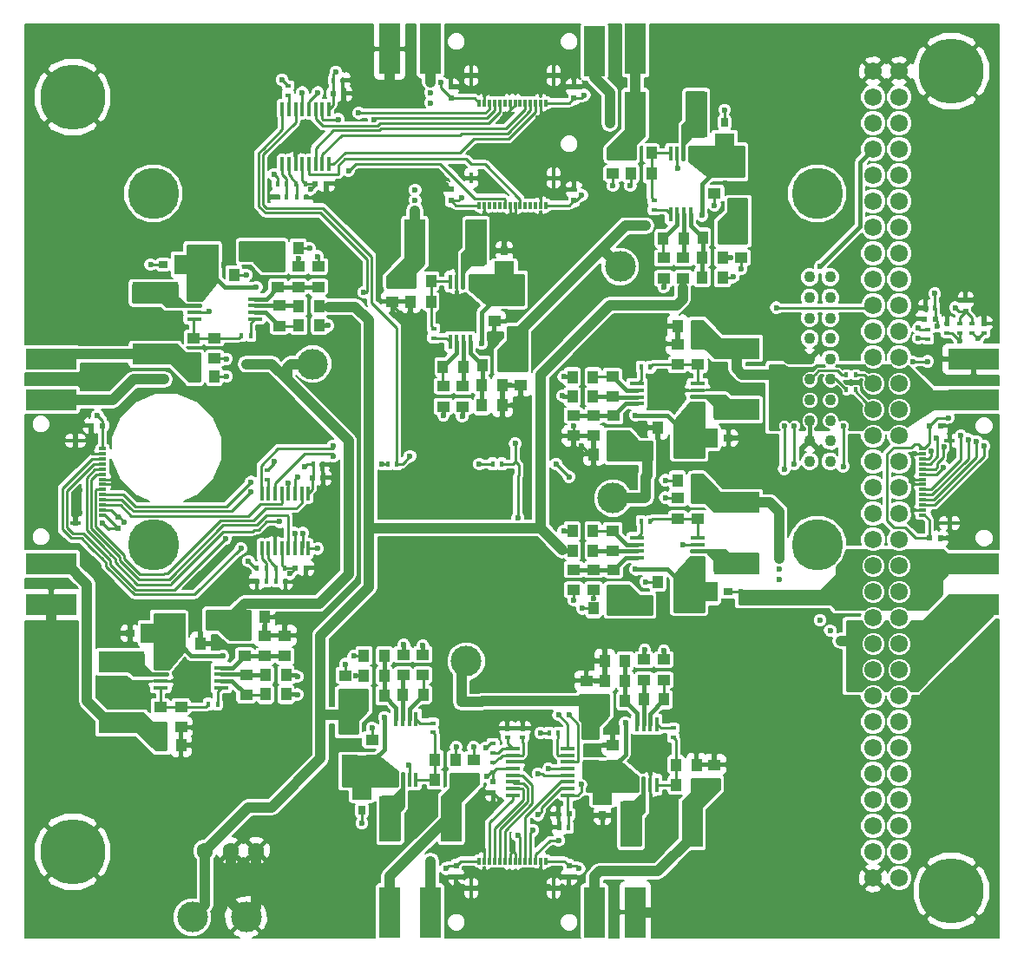
<source format=gbr>
G04 #@! TF.FileFunction,Copper,L2,Bot,Signal*
%FSLAX46Y46*%
G04 Gerber Fmt 4.6, Leading zero omitted, Abs format (unit mm)*
G04 Created by KiCad (PCBNEW 4.0.7-e2-6376~58~ubuntu16.04.1) date Sun Mar 18 18:41:19 2018*
%MOMM*%
%LPD*%
G01*
G04 APERTURE LIST*
%ADD10C,0.100000*%
%ADD11C,5.000000*%
%ADD12C,1.100000*%
%ADD13R,1.400000X0.350000*%
%ADD14C,6.350000*%
%ADD15R,5.000000X2.000000*%
%ADD16R,2.000000X5.000000*%
%ADD17R,0.600000X0.500000*%
%ADD18R,0.400000X0.600000*%
%ADD19R,0.600000X0.400000*%
%ADD20R,1.450000X0.450000*%
%ADD21R,0.450000X1.450000*%
%ADD22R,0.500000X0.600000*%
%ADD23R,1.000000X1.250000*%
%ADD24R,1.250000X1.000000*%
%ADD25R,4.500000X2.000000*%
%ADD26R,2.000000X4.500000*%
%ADD27R,1.000000X1.600000*%
%ADD28R,1.600000X1.000000*%
%ADD29R,0.650000X0.850000*%
%ADD30R,1.950000X2.000000*%
%ADD31R,0.950000X0.650000*%
%ADD32R,0.700000X0.300000*%
%ADD33R,1.000000X0.300000*%
%ADD34R,0.300000X0.700000*%
%ADD35R,0.300000X1.000000*%
%ADD36R,0.350000X1.400000*%
%ADD37R,0.850000X0.650000*%
%ADD38R,2.000000X1.950000*%
%ADD39R,0.650000X0.950000*%
%ADD40C,1.600000*%
%ADD41C,3.000000*%
%ADD42C,1.720000*%
%ADD43C,0.600000*%
%ADD44C,0.250000*%
%ADD45C,0.400000*%
%ADD46C,1.000000*%
%ADD47C,0.300000*%
%ADD48C,0.200000*%
%ADD49C,0.254000*%
G04 APERTURE END LIST*
D10*
D11*
X117960000Y-96140000D03*
X117960000Y-61850000D03*
X182730000Y-61850000D03*
X182730000Y-96140000D03*
D12*
X184000000Y-70000000D03*
X184000000Y-72000000D03*
X184000000Y-74000000D03*
X184000000Y-76000000D03*
X184000000Y-78000000D03*
X184000000Y-80000000D03*
X184000000Y-82000000D03*
X184000000Y-84000000D03*
X184000000Y-86000000D03*
X184000000Y-88000000D03*
X182000000Y-70000000D03*
X182000000Y-72000000D03*
X182000000Y-74000000D03*
X182000000Y-76000000D03*
X182000000Y-78000000D03*
X182000000Y-80000000D03*
X182000000Y-82000000D03*
X182000000Y-84000000D03*
X182000000Y-86000000D03*
X182000000Y-88000000D03*
D13*
X158400000Y-117975000D03*
X158400000Y-118625000D03*
X158400000Y-119925000D03*
X158400000Y-119275000D03*
X158400000Y-117325000D03*
X158400000Y-116025000D03*
X158400000Y-116675000D03*
X158400000Y-120575000D03*
X153000000Y-117325000D03*
X153000000Y-118625000D03*
X153000000Y-119925000D03*
X153000000Y-119275000D03*
X153000000Y-120575000D03*
X153000000Y-116025000D03*
X153000000Y-116675000D03*
X153000000Y-117975000D03*
D14*
X110080000Y-126110000D03*
X110080000Y-52450000D03*
X195810000Y-49910000D03*
X195810000Y-129920000D03*
D15*
X198000000Y-78000000D03*
X198000000Y-102000000D03*
X198000000Y-98000000D03*
X108000000Y-98000000D03*
X108000000Y-102000000D03*
X108000000Y-78000000D03*
X108000000Y-82000000D03*
D16*
X161000000Y-132000000D03*
X165000000Y-132000000D03*
X141000000Y-132000000D03*
X165000000Y-47705792D03*
X161000000Y-48000000D03*
X145000000Y-47745792D03*
X141000000Y-47745792D03*
D15*
X198000000Y-82000000D03*
D16*
X145000000Y-132000000D03*
D17*
X194225000Y-74100000D03*
X193175000Y-74100000D03*
X133475000Y-89600000D03*
X134525000Y-89600000D03*
X158525000Y-122400000D03*
X157475000Y-122400000D03*
X135475000Y-52100000D03*
X136525000Y-52100000D03*
D18*
X140800000Y-88250000D03*
X141700000Y-88250000D03*
X151050000Y-88250000D03*
X151950000Y-88250000D03*
D19*
X197800000Y-74550000D03*
X197800000Y-75450000D03*
X199000000Y-75450000D03*
X199000000Y-74550000D03*
D18*
X128050000Y-98400000D03*
X128950000Y-98400000D03*
X128950000Y-99700000D03*
X128050000Y-99700000D03*
D19*
X151100000Y-115550000D03*
X151100000Y-116450000D03*
X152500000Y-114950000D03*
X152500000Y-114050000D03*
D18*
X130050000Y-60900000D03*
X130950000Y-60900000D03*
X130950000Y-62200000D03*
X130050000Y-62200000D03*
D19*
X196600000Y-74550000D03*
X196600000Y-75450000D03*
X195400000Y-75450000D03*
X195400000Y-74550000D03*
D18*
X130800000Y-98400000D03*
X129900000Y-98400000D03*
X129950000Y-99700000D03*
X130850000Y-99700000D03*
D19*
X151100000Y-118300000D03*
X151100000Y-117400000D03*
X154000000Y-114950000D03*
X154000000Y-114050000D03*
D18*
X132800000Y-60900000D03*
X131900000Y-60900000D03*
X131950000Y-62200000D03*
X132850000Y-62200000D03*
D19*
X193500000Y-76050000D03*
X193500000Y-75150000D03*
D18*
X194200000Y-73000000D03*
X193300000Y-73000000D03*
D19*
X129100000Y-89750000D03*
X129100000Y-88850000D03*
D18*
X133550000Y-88300000D03*
X134450000Y-88300000D03*
X157450000Y-114500000D03*
X156550000Y-114500000D03*
X158450000Y-123700000D03*
X157550000Y-123700000D03*
D19*
X131100000Y-52250000D03*
X131100000Y-51350000D03*
D18*
X135550000Y-50800000D03*
X136450000Y-50800000D03*
D20*
X171049800Y-95456396D03*
X171049800Y-96106396D03*
X171049800Y-96756396D03*
X171049800Y-97406396D03*
X165149800Y-97406396D03*
X165149800Y-96756396D03*
X165149800Y-96106396D03*
X165149800Y-95456396D03*
X171049800Y-80412600D03*
X171049800Y-81062600D03*
X171049800Y-81712600D03*
X171049800Y-82362600D03*
X165149800Y-82362600D03*
X165149800Y-81712600D03*
X165149800Y-81062600D03*
X165149800Y-80412600D03*
X121950200Y-74087400D03*
X121950200Y-73437400D03*
X121950200Y-72787400D03*
X121950200Y-72137400D03*
X127850200Y-72137400D03*
X127850200Y-72787400D03*
X127850200Y-73437400D03*
X127850200Y-74087400D03*
X118700200Y-110087400D03*
X118700200Y-109437400D03*
X118700200Y-108787400D03*
X118700200Y-108137400D03*
X124600200Y-108137400D03*
X124600200Y-108787400D03*
X124600200Y-109437400D03*
X124600200Y-110087400D03*
D21*
X143587400Y-119049800D03*
X142937400Y-119049800D03*
X142287400Y-119049800D03*
X141637400Y-119049800D03*
X141637400Y-113149800D03*
X142287400Y-113149800D03*
X142937400Y-113149800D03*
X143587400Y-113149800D03*
X167087400Y-119549800D03*
X166437400Y-119549800D03*
X165787400Y-119549800D03*
X165137400Y-119549800D03*
X165137400Y-113649800D03*
X165787400Y-113649800D03*
X166437400Y-113649800D03*
X167087400Y-113649800D03*
X168412600Y-57950200D03*
X169062600Y-57950200D03*
X169712600Y-57950200D03*
X170362600Y-57950200D03*
X170362600Y-63850200D03*
X169712600Y-63850200D03*
X169062600Y-63850200D03*
X168412600Y-63850200D03*
X146912600Y-70450200D03*
X147562600Y-70450200D03*
X148212600Y-70450200D03*
X148862600Y-70450200D03*
X148862600Y-76350200D03*
X148212600Y-76350200D03*
X147562600Y-76350200D03*
X146912600Y-76350200D03*
D17*
X133750000Y-60900000D03*
X134850000Y-60900000D03*
D22*
X197200000Y-73350000D03*
X197200000Y-72250000D03*
D17*
X131750000Y-98400000D03*
X132850000Y-98400000D03*
D22*
X151100000Y-119250000D03*
X151100000Y-120350000D03*
D23*
X171100000Y-74800000D03*
X169100000Y-74800000D03*
D24*
X169100000Y-78550000D03*
X169100000Y-76550000D03*
X160914800Y-83508600D03*
X160914800Y-85508600D03*
X162743600Y-79698600D03*
X162743600Y-81698600D03*
D23*
X162900000Y-87300000D03*
X160900000Y-87300000D03*
X169176000Y-84715000D03*
X167176000Y-84715000D03*
X121900000Y-79700000D03*
X123900000Y-79700000D03*
D24*
X123900000Y-75950000D03*
X123900000Y-77950000D03*
X132085200Y-70991400D03*
X132085200Y-68991400D03*
X130256400Y-74801400D03*
X130256400Y-72801400D03*
D23*
X130100000Y-67200000D03*
X132100000Y-67200000D03*
X123824000Y-69785000D03*
X125824000Y-69785000D03*
X118650000Y-115700000D03*
X120650000Y-115700000D03*
D24*
X120650000Y-111950000D03*
X120650000Y-113950000D03*
X128835200Y-106991400D03*
X128835200Y-104991400D03*
X127006400Y-110801400D03*
X127006400Y-108801400D03*
D23*
X126850000Y-103200000D03*
X128850000Y-103200000D03*
X120574000Y-105785000D03*
X122574000Y-105785000D03*
D24*
X149200000Y-119100000D03*
X149200000Y-117100000D03*
D23*
X145450000Y-117100000D03*
X147450000Y-117100000D03*
X140491400Y-108914800D03*
X138491400Y-108914800D03*
X144301400Y-110743600D03*
X142301400Y-110743600D03*
D24*
X136700000Y-110900000D03*
X136700000Y-108900000D03*
X139285000Y-117176000D03*
X139285000Y-115176000D03*
X172700000Y-119600000D03*
X172700000Y-117600000D03*
D23*
X168950000Y-117600000D03*
X170950000Y-117600000D03*
X163991400Y-109414800D03*
X161991400Y-109414800D03*
X167801400Y-111243600D03*
X165801400Y-111243600D03*
D24*
X160200000Y-111400000D03*
X160200000Y-109400000D03*
X162785000Y-117676000D03*
X162785000Y-115676000D03*
X162800000Y-57900000D03*
X162800000Y-59900000D03*
D23*
X166550000Y-59900000D03*
X164550000Y-59900000D03*
X171508600Y-68085200D03*
X173508600Y-68085200D03*
X167698600Y-66256400D03*
X169698600Y-66256400D03*
D24*
X175300000Y-66100000D03*
X175300000Y-68100000D03*
X172715000Y-59824000D03*
X172715000Y-61824000D03*
X141300000Y-70400000D03*
X141300000Y-72400000D03*
D23*
X145050000Y-72400000D03*
X143050000Y-72400000D03*
X150008600Y-80585200D03*
X152008600Y-80585200D03*
X146198600Y-78756400D03*
X148198600Y-78756400D03*
D24*
X153800000Y-78600000D03*
X153800000Y-80600000D03*
X151215000Y-72324000D03*
X151215000Y-74324000D03*
D25*
X174881600Y-92008996D03*
X174881600Y-98008996D03*
X174881600Y-76965200D03*
X174881600Y-82965200D03*
X118118400Y-77534800D03*
X118118400Y-71534800D03*
X114868400Y-113534800D03*
X114868400Y-107534800D03*
D26*
X147034800Y-122881600D03*
X141034800Y-122881600D03*
X170534800Y-123381600D03*
X164534800Y-123381600D03*
X164965200Y-54118400D03*
X170965200Y-54118400D03*
X143465200Y-66618400D03*
X149465200Y-66618400D03*
D24*
X171100000Y-91593796D03*
X171100000Y-93593796D03*
D18*
X165541600Y-93840596D03*
X166441600Y-93840596D03*
D23*
X158848000Y-94802596D03*
X160848000Y-94802596D03*
X158848000Y-96707596D03*
X160848000Y-96707596D03*
D27*
X169168000Y-101917796D03*
X166168000Y-101917796D03*
D24*
X162870600Y-100577796D03*
X162870600Y-98577796D03*
X158959000Y-98552396D03*
X158959000Y-100552396D03*
X171100000Y-76550000D03*
X171100000Y-78550000D03*
D18*
X165541600Y-78796800D03*
X166441600Y-78796800D03*
D23*
X158848000Y-79758800D03*
X160848000Y-79758800D03*
X158848000Y-81663800D03*
X160848000Y-81663800D03*
D27*
X169168000Y-86874000D03*
X166168000Y-86874000D03*
D24*
X162870600Y-85534000D03*
X162870600Y-83534000D03*
X158959000Y-83508600D03*
X158959000Y-85508600D03*
X121900000Y-77950000D03*
X121900000Y-75950000D03*
D18*
X127458400Y-75703200D03*
X126558400Y-75703200D03*
D23*
X134152000Y-74741200D03*
X132152000Y-74741200D03*
X134152000Y-72836200D03*
X132152000Y-72836200D03*
D27*
X123832000Y-67626000D03*
X126832000Y-67626000D03*
D24*
X130129400Y-68966000D03*
X130129400Y-70966000D03*
X134041000Y-70991400D03*
X134041000Y-68991400D03*
X118650000Y-113950000D03*
X118650000Y-111950000D03*
D18*
X124208400Y-111703200D03*
X123308400Y-111703200D03*
D23*
X130902000Y-110741200D03*
X128902000Y-110741200D03*
X130902000Y-108836200D03*
X128902000Y-108836200D03*
D27*
X120582000Y-103626000D03*
X123582000Y-103626000D03*
D24*
X126879400Y-104966000D03*
X126879400Y-106966000D03*
X130791000Y-106991400D03*
X130791000Y-104991400D03*
D23*
X147450000Y-119100000D03*
X145450000Y-119100000D03*
D19*
X145203200Y-113541600D03*
X145203200Y-114441600D03*
D24*
X144241200Y-106848000D03*
X144241200Y-108848000D03*
X142336200Y-106848000D03*
X142336200Y-108848000D03*
D28*
X137126000Y-117168000D03*
X137126000Y-114168000D03*
D23*
X138466000Y-110870600D03*
X140466000Y-110870600D03*
X140491400Y-106959000D03*
X138491400Y-106959000D03*
X170950000Y-119600000D03*
X168950000Y-119600000D03*
D19*
X168703200Y-114041600D03*
X168703200Y-114941600D03*
D24*
X167741200Y-107348000D03*
X167741200Y-109348000D03*
X165836200Y-107348000D03*
X165836200Y-109348000D03*
D28*
X160626000Y-117668000D03*
X160626000Y-114668000D03*
D23*
X161966000Y-111370600D03*
X163966000Y-111370600D03*
X163991400Y-107459000D03*
X161991400Y-107459000D03*
X164550000Y-57900000D03*
X166550000Y-57900000D03*
D19*
X166796800Y-63458400D03*
X166796800Y-62558400D03*
D24*
X167758800Y-70152000D03*
X167758800Y-68152000D03*
X169663800Y-70152000D03*
X169663800Y-68152000D03*
D28*
X174874000Y-59832000D03*
X174874000Y-62832000D03*
D23*
X173534000Y-66129400D03*
X171534000Y-66129400D03*
X171508600Y-70041000D03*
X173508600Y-70041000D03*
X143050000Y-70400000D03*
X145050000Y-70400000D03*
D19*
X145296800Y-75958400D03*
X145296800Y-75058400D03*
D24*
X146258800Y-82652000D03*
X146258800Y-80652000D03*
X148163800Y-82652000D03*
X148163800Y-80652000D03*
D28*
X153374000Y-72332000D03*
X153374000Y-75332000D03*
D23*
X152034000Y-78629400D03*
X150034000Y-78629400D03*
X150008600Y-82541000D03*
X152008600Y-82541000D03*
D29*
X152205600Y-67437100D03*
D30*
X152205600Y-69492100D03*
D31*
X152205600Y-70817100D03*
D32*
X193000000Y-89750000D03*
X193000000Y-89250000D03*
X193000000Y-88750000D03*
X193000000Y-88250000D03*
X193000000Y-87750000D03*
X193000000Y-87250000D03*
X193000000Y-86750000D03*
X193000000Y-93250000D03*
X193000000Y-91750000D03*
X193000000Y-92250000D03*
X193000000Y-92750000D03*
X193000000Y-91250000D03*
X193000000Y-90750000D03*
X193000000Y-90250000D03*
D33*
X195650000Y-85960000D03*
X195650000Y-94040000D03*
D34*
X152750000Y-63000000D03*
X152250000Y-63000000D03*
X151750000Y-63000000D03*
X151250000Y-63000000D03*
X150750000Y-63000000D03*
X150250000Y-63000000D03*
X149750000Y-63000000D03*
X156250000Y-63000000D03*
X154750000Y-63000000D03*
X155250000Y-63000000D03*
X155750000Y-63000000D03*
X154250000Y-63000000D03*
X153750000Y-63000000D03*
X153250000Y-63000000D03*
D35*
X148960000Y-60350000D03*
X157040000Y-60350000D03*
D32*
X113000000Y-90250000D03*
X113000000Y-90750000D03*
X113000000Y-91250000D03*
X113000000Y-91750000D03*
X113000000Y-92250000D03*
X113000000Y-92750000D03*
X113000000Y-93250000D03*
X113000000Y-86750000D03*
X113000000Y-88250000D03*
X113000000Y-87750000D03*
X113000000Y-87250000D03*
X113000000Y-88750000D03*
X113000000Y-89250000D03*
X113000000Y-89750000D03*
D33*
X110350000Y-94040000D03*
X110350000Y-85960000D03*
D34*
X153250000Y-127000000D03*
X153750000Y-127000000D03*
X154250000Y-127000000D03*
X154750000Y-127000000D03*
X155250000Y-127000000D03*
X155750000Y-127000000D03*
X156250000Y-127000000D03*
X149750000Y-127000000D03*
X151250000Y-127000000D03*
X150750000Y-127000000D03*
X150250000Y-127000000D03*
X151750000Y-127000000D03*
X152250000Y-127000000D03*
X152750000Y-127000000D03*
D35*
X157040000Y-129650000D03*
X148960000Y-129650000D03*
D34*
X152750000Y-53000000D03*
X152250000Y-53000000D03*
X151750000Y-53000000D03*
X151250000Y-53000000D03*
X150750000Y-53000000D03*
X150250000Y-53000000D03*
X149750000Y-53000000D03*
X156250000Y-53000000D03*
X154750000Y-53000000D03*
X155250000Y-53000000D03*
X155750000Y-53000000D03*
X154250000Y-53000000D03*
X153750000Y-53000000D03*
X153250000Y-53000000D03*
D35*
X148960000Y-50350000D03*
X157040000Y-50350000D03*
D36*
X130475000Y-91100000D03*
X131125000Y-91100000D03*
X132425000Y-91100000D03*
X131775000Y-91100000D03*
X129825000Y-91100000D03*
X128525000Y-91100000D03*
X129175000Y-91100000D03*
X133075000Y-91100000D03*
X129825000Y-96500000D03*
X131125000Y-96500000D03*
X132425000Y-96500000D03*
X131775000Y-96500000D03*
X133075000Y-96500000D03*
X128525000Y-96500000D03*
X129175000Y-96500000D03*
X130475000Y-96500000D03*
X132475000Y-53600000D03*
X133125000Y-53600000D03*
X134425000Y-53600000D03*
X133775000Y-53600000D03*
X131825000Y-53600000D03*
X130525000Y-53600000D03*
X131175000Y-53600000D03*
X135075000Y-53600000D03*
X131825000Y-59000000D03*
X133125000Y-59000000D03*
X134425000Y-59000000D03*
X133775000Y-59000000D03*
X135075000Y-59000000D03*
X130525000Y-59000000D03*
X131175000Y-59000000D03*
X132475000Y-59000000D03*
D22*
X159000000Y-51450000D03*
X159000000Y-52550000D03*
X147000000Y-52550000D03*
X147000000Y-51450000D03*
D23*
X171100000Y-89843796D03*
X169100000Y-89843796D03*
D24*
X169100000Y-93593796D03*
X169100000Y-91593796D03*
X160914800Y-98552396D03*
X160914800Y-100552396D03*
X162743600Y-94742396D03*
X162743600Y-96742396D03*
D23*
X162900000Y-102343796D03*
X160900000Y-102343796D03*
X169176000Y-99758796D03*
X167176000Y-99758796D03*
D17*
X194750000Y-95500000D03*
X193650000Y-95500000D03*
X193700000Y-84500000D03*
X194800000Y-84500000D03*
D22*
X114500000Y-93450000D03*
X114500000Y-94550000D03*
D17*
X113000000Y-84500000D03*
X111900000Y-84500000D03*
D22*
X147500000Y-128550000D03*
X147500000Y-127450000D03*
X158500000Y-127450000D03*
X158500000Y-128550000D03*
D29*
X173705600Y-54937100D03*
D30*
X173705600Y-56992100D03*
D31*
X173705600Y-58317100D03*
D37*
X118937100Y-68794400D03*
D38*
X120992100Y-68794400D03*
D39*
X122317100Y-68794400D03*
D37*
X115687100Y-104794400D03*
D38*
X117742100Y-104794400D03*
D39*
X119067100Y-104794400D03*
D29*
X138294400Y-122062900D03*
D30*
X138294400Y-120007900D03*
D31*
X138294400Y-118682900D03*
D29*
X161794400Y-122562900D03*
D30*
X161794400Y-120507900D03*
D31*
X161794400Y-119182900D03*
D37*
X174062900Y-85705600D03*
D38*
X172007900Y-85705600D03*
D39*
X170682900Y-85705600D03*
D37*
X174062900Y-100749396D03*
D38*
X172007900Y-100749396D03*
D39*
X170682900Y-100749396D03*
D22*
X159000000Y-61450000D03*
X159000000Y-62550000D03*
X147000000Y-61450000D03*
X147000000Y-62550000D03*
D40*
X123000000Y-126000000D03*
X128000000Y-126000000D03*
X125500000Y-126000000D03*
D18*
X186450000Y-79500000D03*
X185550000Y-79500000D03*
X185550000Y-81000000D03*
X186450000Y-81000000D03*
D41*
X162800000Y-91600000D03*
X133500000Y-78500000D03*
X163500000Y-69000000D03*
X148500000Y-107500000D03*
X121750000Y-132500000D03*
X127000000Y-132500000D03*
D42*
X188190000Y-49910000D03*
X188190000Y-52450000D03*
X188190000Y-54990000D03*
X188190000Y-57530000D03*
X188190000Y-60070000D03*
X188190000Y-62610000D03*
X188190000Y-65150000D03*
X188190000Y-67690000D03*
X188190000Y-70230000D03*
X188190000Y-72770000D03*
X188190000Y-75310000D03*
X188190000Y-77850000D03*
X188190000Y-80390000D03*
X188190000Y-82930000D03*
X188190000Y-85470000D03*
X188190000Y-88010000D03*
X188190000Y-90550000D03*
X188190000Y-93090000D03*
X188190000Y-95630000D03*
X188190000Y-98170000D03*
X188190000Y-100710000D03*
X188190000Y-103250000D03*
X188190000Y-105790000D03*
X188190000Y-108330000D03*
X188190000Y-110870000D03*
X188190000Y-113410000D03*
X188190000Y-115950000D03*
X188190000Y-118490000D03*
X188190000Y-121030000D03*
X188190000Y-123570000D03*
X188190000Y-126110000D03*
X188190000Y-128650000D03*
X190730000Y-49910000D03*
X190730000Y-52450000D03*
X190730000Y-54990000D03*
X190730000Y-57530000D03*
X190730000Y-60070000D03*
X190730000Y-62610000D03*
X190730000Y-65150000D03*
X190730000Y-67690000D03*
X190730000Y-70230000D03*
X190730000Y-72770000D03*
X190730000Y-75310000D03*
X190730000Y-77850000D03*
X190730000Y-80390000D03*
X190730000Y-82930000D03*
X190730000Y-85470000D03*
X190730000Y-88010000D03*
X190730000Y-90550000D03*
X190730000Y-93090000D03*
X190730000Y-95630000D03*
X190730000Y-98170000D03*
X190730000Y-100710000D03*
X190730000Y-103250000D03*
X190730000Y-105790000D03*
X190730000Y-108330000D03*
X190730000Y-110870000D03*
X190730000Y-113410000D03*
X190730000Y-115950000D03*
X190730000Y-118490000D03*
X190730000Y-121030000D03*
X190730000Y-123570000D03*
X190730000Y-126110000D03*
X190730000Y-128650000D03*
D43*
X141600000Y-62600000D03*
X110799980Y-90800000D03*
X192043737Y-92738291D03*
X195625000Y-87500000D03*
X114250000Y-90000000D03*
X151750000Y-121000000D03*
X154750000Y-117250000D03*
X134750000Y-62500000D03*
X154000000Y-113250000D03*
X152500000Y-113250000D03*
X111750000Y-87000000D03*
X111000000Y-84250000D03*
X110799980Y-93000000D03*
X132000000Y-100250000D03*
X129750000Y-95000000D03*
X132000000Y-57750000D03*
X159750000Y-86500000D03*
X159000000Y-84508602D03*
X142000000Y-73500000D03*
X196750000Y-78750000D03*
X191927065Y-89904524D03*
X192250000Y-87250000D03*
X195750000Y-84500000D03*
X195500000Y-95500000D03*
X195500000Y-93250000D03*
X179500000Y-75500000D03*
X179500000Y-76500000D03*
X179500000Y-77500000D03*
X156500000Y-124000000D03*
X150000000Y-125500000D03*
X153000000Y-126000000D03*
X156500000Y-129500000D03*
X155500000Y-128000000D03*
X169000000Y-132000000D03*
X168000000Y-132000000D03*
X167000000Y-132000000D03*
X115103555Y-93896445D03*
X108000000Y-106000000D03*
X108000000Y-105000000D03*
X108000000Y-104000000D03*
X147000000Y-50500000D03*
X150000000Y-50500000D03*
X150500000Y-52000000D03*
X152307061Y-54156208D03*
X155503352Y-54503352D03*
X159000000Y-50500000D03*
X156000000Y-50500000D03*
X156000000Y-60500000D03*
X159000000Y-60500000D03*
X155500000Y-62000000D03*
X153000000Y-64000000D03*
X151000000Y-64000000D03*
X150000000Y-60500000D03*
X146500000Y-61000000D03*
X141000000Y-53000000D03*
X141000000Y-52000000D03*
X141000000Y-51000000D03*
X158000000Y-130000000D03*
X148000000Y-129500000D03*
X110500000Y-85000000D03*
X152200000Y-66200000D03*
X147600000Y-71900000D03*
X143000000Y-73600000D03*
X151200000Y-75500000D03*
X153000000Y-82500000D03*
X152800000Y-80600000D03*
X153800000Y-81700000D03*
X161800000Y-123800000D03*
X114450000Y-104800000D03*
X175300000Y-85700000D03*
X166400000Y-118100000D03*
X120150000Y-109400000D03*
X169600000Y-81100000D03*
X172700000Y-116400000D03*
X121850000Y-115700000D03*
X167900000Y-74800000D03*
X171000000Y-116400000D03*
X121850000Y-114000000D03*
X167900000Y-76500000D03*
X162800000Y-114500000D03*
X123750000Y-105800000D03*
X166000000Y-84700000D03*
X161000000Y-107500000D03*
X130750000Y-104000000D03*
X161200000Y-109400000D03*
X128850000Y-104200000D03*
X160900000Y-86300000D03*
X160200000Y-108300000D03*
X129950000Y-103200000D03*
X134500000Y-90500000D03*
X157500000Y-121500000D03*
X136500000Y-53000000D03*
X127300000Y-99700000D03*
X129300000Y-62200000D03*
X132900000Y-99300000D03*
X134900000Y-61800000D03*
X198400000Y-76000000D03*
X196600000Y-76200000D03*
X192600000Y-76000000D03*
X185000000Y-105500000D03*
X184000000Y-104500000D03*
X183000000Y-103500000D03*
X179000000Y-99500000D03*
X179000000Y-98500000D03*
X179000000Y-97500000D03*
X166000000Y-91500000D03*
X166000000Y-90500000D03*
X166000000Y-89500000D03*
X177500000Y-101000000D03*
X176500000Y-101000000D03*
X175300000Y-100743796D03*
X169600000Y-96143796D03*
X167900000Y-89843796D03*
X167900000Y-91543796D03*
X166000000Y-99743796D03*
X159000000Y-101543796D03*
X160900000Y-101343796D03*
X159800000Y-102343796D03*
X164300000Y-85900000D03*
X157900000Y-81600000D03*
X173900000Y-64700000D03*
X138100000Y-112300000D03*
X128700000Y-68600000D03*
X164300000Y-100943796D03*
X169600000Y-71100000D03*
X142400000Y-105900000D03*
X135100000Y-72900000D03*
X157900000Y-96643796D03*
X132000000Y-109000000D03*
X127000000Y-78500000D03*
X128000000Y-78500000D03*
X129000000Y-78500000D03*
X119000000Y-80000000D03*
X117500000Y-80000000D03*
X116000000Y-80000000D03*
X117700000Y-68800000D03*
X123400000Y-73400000D03*
X125100000Y-79700000D03*
X125100000Y-78000000D03*
X127000000Y-69800000D03*
X134000000Y-68000000D03*
X132100000Y-68200000D03*
X133200000Y-67200000D03*
X125450000Y-104600000D03*
X148000000Y-111500000D03*
X149000000Y-111500000D03*
X150000000Y-111500000D03*
X145000000Y-127000000D03*
X145000000Y-128000000D03*
X145000000Y-129000000D03*
X138300000Y-123300000D03*
X142900000Y-117600000D03*
X149200000Y-115900000D03*
X147500000Y-115900000D03*
X139300000Y-114000000D03*
X137500000Y-107000000D03*
X137700000Y-108900000D03*
X136700000Y-107800000D03*
X161600000Y-112800000D03*
X165900000Y-106400000D03*
X166000000Y-65000000D03*
X165000000Y-65000000D03*
X164000000Y-65000000D03*
X162500000Y-55000000D03*
X162500000Y-54000000D03*
X162500000Y-53000000D03*
X162500000Y-52000000D03*
X152400000Y-77200000D03*
X148100000Y-83600000D03*
X173700000Y-53700000D03*
X169100000Y-59400000D03*
X162800000Y-61100000D03*
X164500000Y-61100000D03*
X172700000Y-63000000D03*
X174500000Y-70000000D03*
X174300000Y-68100000D03*
X175300000Y-69200000D03*
X143500000Y-61500000D03*
X143500000Y-62500000D03*
X143500000Y-63500000D03*
X145000000Y-53000000D03*
X145000000Y-52000000D03*
X145000000Y-51000000D03*
X194200000Y-71600000D03*
X194400000Y-74800000D03*
X180500000Y-84499999D03*
X180500000Y-88250000D03*
X158500000Y-89500000D03*
X157250000Y-88250000D03*
X132750000Y-88500000D03*
X178750000Y-73000000D03*
X179500000Y-84500000D03*
X179500000Y-88750000D03*
X159750000Y-119500000D03*
X135750000Y-50000000D03*
X113000000Y-94000000D03*
X192600000Y-75000000D03*
X196200000Y-73000000D03*
X195497018Y-83741052D03*
X183000000Y-69000000D03*
X149750000Y-88250000D03*
X140250000Y-88250000D03*
X148000000Y-62250000D03*
X159750000Y-62000000D03*
X150500000Y-118750000D03*
X150415888Y-115929907D03*
X155750000Y-114500000D03*
X159500000Y-127750000D03*
X146500000Y-127750000D03*
X127250000Y-97750000D03*
X131273607Y-98952785D03*
X129750000Y-88000000D03*
X112500000Y-83500000D03*
X129750000Y-60000000D03*
X130500000Y-50750000D03*
X133273607Y-61452785D03*
X160000000Y-52250000D03*
X146000000Y-51000000D03*
X192027183Y-78258561D03*
X193500000Y-78250000D03*
X153500000Y-93493796D03*
X153250000Y-86250000D03*
X157500000Y-112750000D03*
X138500000Y-71500000D03*
X135500000Y-86500000D03*
X143000000Y-87500000D03*
X158500000Y-112750000D03*
X135500000Y-87500000D03*
X195098662Y-86607359D03*
X194325000Y-85750000D03*
X193848661Y-86985223D03*
X197465544Y-85857772D03*
X132000000Y-89500000D03*
X127500000Y-90000000D03*
X131067583Y-90125000D03*
X127500000Y-91000000D03*
X130250000Y-93875000D03*
X131750000Y-95000000D03*
X155000000Y-124000000D03*
X155500000Y-118500000D03*
X156500000Y-118000000D03*
X157500000Y-125000000D03*
X134000000Y-52000000D03*
X139500000Y-54625000D03*
X132500000Y-52000000D03*
X138000000Y-54000000D03*
X165000000Y-98543796D03*
X158000000Y-94793796D03*
X165000000Y-83500000D03*
X158000000Y-79750000D03*
X128000000Y-71000000D03*
X135000000Y-74750000D03*
X132000000Y-110750000D03*
X124750000Y-107000000D03*
X140500000Y-113000000D03*
X144250000Y-106000000D03*
X164000000Y-113500000D03*
X167750000Y-106500000D03*
X171500000Y-64000000D03*
X167750000Y-71000000D03*
X150000000Y-76500000D03*
X146250000Y-83500000D03*
X185250000Y-88500000D03*
X185250000Y-84499999D03*
X195069358Y-88569357D03*
X155500000Y-122500000D03*
X153500000Y-124500000D03*
X136000000Y-54625001D03*
X137000000Y-59625000D03*
X196750001Y-85500000D03*
X198238640Y-86063506D03*
X199000000Y-86500000D03*
X132550003Y-95000000D03*
X125010147Y-95510147D03*
X134000000Y-96500000D03*
X126500000Y-96500000D03*
D44*
X134750000Y-62500000D02*
X141500000Y-62500000D01*
X141500000Y-62500000D02*
X141600000Y-62600000D01*
X110799980Y-93000000D02*
X110799980Y-90800000D01*
D45*
X195650000Y-85960000D02*
X195650000Y-84600000D01*
X195650000Y-84600000D02*
X195750000Y-84500000D01*
X182000000Y-84000000D02*
X182000000Y-86000000D01*
D44*
X193000000Y-92750000D02*
X192055446Y-92750000D01*
X192055446Y-92750000D02*
X192043737Y-92738291D01*
X195650000Y-85960000D02*
X195723663Y-86033663D01*
X195723663Y-86033663D02*
X195723663Y-87401337D01*
X195723663Y-87401337D02*
X195625000Y-87500000D01*
X113000000Y-90250000D02*
X114000000Y-90250000D01*
X114000000Y-90250000D02*
X114250000Y-90000000D01*
X113000000Y-89750000D02*
X114000000Y-89750000D01*
X114000000Y-89750000D02*
X114250000Y-90000000D01*
X151100000Y-120350000D02*
X151750000Y-121000000D01*
X153000000Y-117325000D02*
X154675000Y-117325000D01*
X154675000Y-117325000D02*
X154750000Y-117250000D01*
X132850000Y-62200000D02*
X134450000Y-62200000D01*
X134450000Y-62200000D02*
X134750000Y-62500000D01*
X154000000Y-114050000D02*
X154000000Y-113250000D01*
X152500000Y-114050000D02*
X152500000Y-113250000D01*
X113000000Y-87250000D02*
X112000000Y-87250000D01*
X112000000Y-87250000D02*
X111750000Y-87000000D01*
X111900000Y-84500000D02*
X111250000Y-84500000D01*
X111250000Y-84500000D02*
X111000000Y-84250000D01*
X110350000Y-94040000D02*
X110350000Y-93449980D01*
X110350000Y-93449980D02*
X110799980Y-93000000D01*
X130850000Y-99700000D02*
X131450000Y-99700000D01*
X131450000Y-99700000D02*
X132000000Y-100250000D01*
X129825000Y-96500000D02*
X129825000Y-95075000D01*
X129825000Y-95075000D02*
X129750000Y-95000000D01*
X131825000Y-59000000D02*
X131825000Y-57925000D01*
X131825000Y-57925000D02*
X132000000Y-57750000D01*
X160900000Y-87300000D02*
X160550000Y-87300000D01*
X160550000Y-87300000D02*
X159750000Y-86500000D01*
X158959000Y-85508600D02*
X158959000Y-84549602D01*
X158959000Y-84549602D02*
X159000000Y-84508602D01*
X141300000Y-72400000D02*
X141300000Y-72800000D01*
X141300000Y-72800000D02*
X142000000Y-73500000D01*
D46*
X125500000Y-126000000D02*
X125500000Y-131000000D01*
X125500000Y-131000000D02*
X127000000Y-132500000D01*
X128000000Y-126000000D02*
X128000000Y-131500000D01*
X128000000Y-131500000D02*
X127000000Y-132500000D01*
D44*
X193000000Y-89750000D02*
X192081589Y-89750000D01*
X192081589Y-89750000D02*
X191927065Y-89904524D01*
X193000000Y-90250000D02*
X192272541Y-90250000D01*
X192272541Y-90250000D02*
X191927065Y-89904524D01*
X193000000Y-87250000D02*
X192250000Y-87250000D01*
X194800000Y-84500000D02*
X195750000Y-84500000D01*
X194750000Y-95500000D02*
X195500000Y-95500000D01*
X195650000Y-94040000D02*
X195650000Y-93400000D01*
X195650000Y-93400000D02*
X195500000Y-93250000D01*
D46*
X179500000Y-76500000D02*
X179500000Y-75500000D01*
X179500000Y-77500000D02*
X179500000Y-76500000D01*
X182000000Y-78000000D02*
X180000000Y-78000000D01*
X180000000Y-78000000D02*
X179500000Y-77500000D01*
D44*
X157550000Y-123700000D02*
X156800000Y-123700000D01*
X156800000Y-123700000D02*
X156500000Y-124000000D01*
X150250000Y-127000000D02*
X150250000Y-125750000D01*
X150250000Y-125750000D02*
X150000000Y-125500000D01*
X152750000Y-127000000D02*
X152750000Y-126250000D01*
X152750000Y-126250000D02*
X153000000Y-126000000D01*
X153250000Y-127000000D02*
X153250000Y-126250000D01*
X153250000Y-126250000D02*
X153000000Y-126000000D01*
X157040000Y-129650000D02*
X156650000Y-129650000D01*
X156650000Y-129650000D02*
X156500000Y-129500000D01*
X155750000Y-127000000D02*
X155750000Y-127750000D01*
X155750000Y-127750000D02*
X155500000Y-128000000D01*
D46*
X168000000Y-132000000D02*
X169000000Y-132000000D01*
X167000000Y-132000000D02*
X168000000Y-132000000D01*
X165000000Y-132000000D02*
X167000000Y-132000000D01*
D44*
X114500000Y-93450000D02*
X114657110Y-93450000D01*
X114657110Y-93450000D02*
X115103555Y-93896445D01*
D46*
X108000000Y-105000000D02*
X108000000Y-106000000D01*
X108000000Y-104000000D02*
X108000000Y-105000000D01*
X108000000Y-102000000D02*
X108000000Y-104000000D01*
D44*
X147000000Y-51450000D02*
X147000000Y-50500000D01*
X148960000Y-50350000D02*
X149850000Y-50350000D01*
X149850000Y-50350000D02*
X150000000Y-50500000D01*
X150250000Y-53000000D02*
X150250000Y-52250000D01*
X150250000Y-52250000D02*
X150500000Y-52000000D01*
X152750000Y-53000000D02*
X152750000Y-53713269D01*
X152750000Y-53713269D02*
X152307061Y-54156208D01*
X153250000Y-53000000D02*
X153250000Y-53213269D01*
X153250000Y-53213269D02*
X152307061Y-54156208D01*
X155750000Y-53000000D02*
X155750000Y-54256704D01*
X155750000Y-54256704D02*
X155503352Y-54503352D01*
X159000000Y-51450000D02*
X159000000Y-50500000D01*
X157040000Y-50350000D02*
X156150000Y-50350000D01*
X156150000Y-50350000D02*
X156000000Y-50500000D01*
X157040000Y-60350000D02*
X156150000Y-60350000D01*
X156150000Y-60350000D02*
X156000000Y-60500000D01*
X159000000Y-61450000D02*
X159000000Y-60500000D01*
X155750000Y-63000000D02*
X155750000Y-62250000D01*
X155750000Y-62250000D02*
X155500000Y-62000000D01*
X153250000Y-63000000D02*
X153250000Y-63750000D01*
X153250000Y-63750000D02*
X153000000Y-64000000D01*
X152750000Y-63000000D02*
X152750000Y-63750000D01*
X152750000Y-63750000D02*
X153000000Y-64000000D01*
X150250000Y-63000000D02*
X150250000Y-63600000D01*
X150250000Y-63600000D02*
X150650000Y-64000000D01*
X150650000Y-64000000D02*
X151000000Y-64000000D01*
X148960000Y-60350000D02*
X149850000Y-60350000D01*
X149850000Y-60350000D02*
X150000000Y-60500000D01*
X147000000Y-61450000D02*
X146950000Y-61450000D01*
X146950000Y-61450000D02*
X146500000Y-61000000D01*
D46*
X141000000Y-47745792D02*
X141000000Y-51000000D01*
D44*
X158500000Y-128550000D02*
X158500000Y-129500000D01*
X158500000Y-129500000D02*
X158000000Y-130000000D01*
X147500000Y-128550000D02*
X147500000Y-129000000D01*
X147500000Y-129000000D02*
X148000000Y-129500000D01*
X110350000Y-85960000D02*
X110350000Y-85150000D01*
X110350000Y-85150000D02*
X110500000Y-85000000D01*
X113000000Y-92750000D02*
X113800000Y-92750000D01*
X113800000Y-92750000D02*
X114500000Y-93450000D01*
X152205600Y-67437100D02*
X152205600Y-66205600D01*
X152205600Y-66205600D02*
X152200000Y-66200000D01*
X147562600Y-70450200D02*
X147562600Y-71862600D01*
X147562600Y-71862600D02*
X147600000Y-71900000D01*
X143050000Y-72400000D02*
X143050000Y-73550000D01*
X143050000Y-73550000D02*
X143000000Y-73600000D01*
X151215000Y-74324000D02*
X151215000Y-75485000D01*
X151215000Y-75485000D02*
X151200000Y-75500000D01*
X152008600Y-82541000D02*
X152959000Y-82541000D01*
X152959000Y-82541000D02*
X153000000Y-82500000D01*
X152008600Y-80585200D02*
X152785200Y-80585200D01*
X152785200Y-80585200D02*
X152800000Y-80600000D01*
X153800000Y-80600000D02*
X153800000Y-81700000D01*
X161794400Y-122562900D02*
X161794400Y-123794400D01*
X115687100Y-104794400D02*
X114455600Y-104794400D01*
X174062900Y-85705600D02*
X175294400Y-85705600D01*
X161794400Y-123794400D02*
X161800000Y-123800000D01*
X114455600Y-104794400D02*
X114450000Y-104800000D01*
X175294400Y-85705600D02*
X175300000Y-85700000D01*
X166437400Y-119549800D02*
X166437400Y-118137400D01*
X118700200Y-109437400D02*
X120112600Y-109437400D01*
X171049800Y-81062600D02*
X169637400Y-81062600D01*
X166437400Y-118137400D02*
X166400000Y-118100000D01*
X120112600Y-109437400D02*
X120150000Y-109400000D01*
X169637400Y-81062600D02*
X169600000Y-81100000D01*
X172700000Y-117600000D02*
X172700000Y-116400000D01*
X120650000Y-115700000D02*
X121850000Y-115700000D01*
X169100000Y-74800000D02*
X167900000Y-74800000D01*
X170950000Y-117600000D02*
X170950000Y-116450000D01*
X120650000Y-113950000D02*
X121800000Y-113950000D01*
X169100000Y-76550000D02*
X167950000Y-76550000D01*
X170950000Y-116450000D02*
X171000000Y-116400000D01*
X121800000Y-113950000D02*
X121850000Y-114000000D01*
X167950000Y-76550000D02*
X167900000Y-76500000D01*
X162785000Y-115676000D02*
X162785000Y-114515000D01*
X122574000Y-105785000D02*
X123735000Y-105785000D01*
X167176000Y-84715000D02*
X166015000Y-84715000D01*
X162785000Y-114515000D02*
X162800000Y-114500000D01*
X123735000Y-105785000D02*
X123750000Y-105800000D01*
X166015000Y-84715000D02*
X166000000Y-84700000D01*
X161991400Y-107459000D02*
X161041000Y-107459000D01*
X130791000Y-104991400D02*
X130791000Y-104041000D01*
X161041000Y-107459000D02*
X161000000Y-107500000D01*
X130791000Y-104041000D02*
X130750000Y-104000000D01*
X161991400Y-109414800D02*
X161214800Y-109414800D01*
X128835200Y-104991400D02*
X128835200Y-104214800D01*
X160914800Y-85508600D02*
X160914800Y-86285200D01*
X161214800Y-109414800D02*
X161200000Y-109400000D01*
X128835200Y-104214800D02*
X128850000Y-104200000D01*
X160914800Y-86285200D02*
X160900000Y-86300000D01*
X160200000Y-109400000D02*
X160200000Y-108300000D01*
X128850000Y-103200000D02*
X129950000Y-103200000D01*
X134525000Y-89600000D02*
X134525000Y-90475000D01*
X157475000Y-122400000D02*
X157475000Y-121525000D01*
X136525000Y-52100000D02*
X136525000Y-52975000D01*
X134525000Y-90475000D02*
X134500000Y-90500000D01*
X157475000Y-121525000D02*
X157500000Y-121500000D01*
X136525000Y-52975000D02*
X136500000Y-53000000D01*
X134450000Y-88300000D02*
X134450000Y-89525000D01*
X157550000Y-123700000D02*
X157550000Y-122475000D01*
X136450000Y-50800000D02*
X136450000Y-52025000D01*
X134450000Y-89525000D02*
X134525000Y-89600000D01*
X157550000Y-122475000D02*
X157475000Y-122400000D01*
X136450000Y-52025000D02*
X136525000Y-52100000D01*
X128050000Y-99700000D02*
X127300000Y-99700000D01*
X130050000Y-62200000D02*
X129300000Y-62200000D01*
X132850000Y-98400000D02*
X132850000Y-99250000D01*
X134850000Y-60900000D02*
X134850000Y-61750000D01*
X132850000Y-99250000D02*
X132900000Y-99300000D01*
X134850000Y-61750000D02*
X134900000Y-61800000D01*
X197800000Y-75450000D02*
X197850000Y-75450000D01*
X197850000Y-75450000D02*
X198400000Y-76000000D01*
X199000000Y-75450000D02*
X198950000Y-75450000D01*
X198950000Y-75450000D02*
X198400000Y-76000000D01*
X128525000Y-96500000D02*
X128525000Y-97450000D01*
X128525000Y-97450000D02*
X128950000Y-97875000D01*
X128950000Y-97875000D02*
X128950000Y-98400000D01*
X128950000Y-99700000D02*
X128950000Y-98400000D01*
X152500000Y-114950000D02*
X152500000Y-115525000D01*
X152500000Y-115525000D02*
X153000000Y-116025000D01*
X153000000Y-116025000D02*
X152050000Y-116025000D01*
X152050000Y-116025000D02*
X151625000Y-116450000D01*
X151625000Y-116450000D02*
X151100000Y-116450000D01*
X130525000Y-59000000D02*
X130525000Y-59950000D01*
X130525000Y-59950000D02*
X130950000Y-60375000D01*
X130950000Y-60375000D02*
X130950000Y-60900000D01*
X130950000Y-62200000D02*
X130950000Y-60900000D01*
X195400000Y-75450000D02*
X195850000Y-75450000D01*
X195850000Y-75450000D02*
X196600000Y-76200000D01*
X196600000Y-75450000D02*
X196600000Y-76200000D01*
X129175000Y-96500000D02*
X129175000Y-97450000D01*
X129175000Y-97450000D02*
X129450000Y-97725000D01*
X129450000Y-97725000D02*
X129450000Y-97850000D01*
X129450000Y-97850000D02*
X129900000Y-98300000D01*
X129900000Y-98300000D02*
X129900000Y-98400000D01*
X129950000Y-99700000D02*
X129950000Y-98450000D01*
X129950000Y-98450000D02*
X129900000Y-98400000D01*
X153000000Y-116675000D02*
X153950000Y-116675000D01*
X153950000Y-116675000D02*
X154025001Y-116599999D01*
X154025001Y-116599999D02*
X154025001Y-115425001D01*
X154025001Y-115425001D02*
X154000000Y-115400000D01*
X154000000Y-115400000D02*
X154000000Y-114950000D01*
X153000000Y-116675000D02*
X152050000Y-116675000D01*
X152050000Y-116675000D02*
X151775000Y-116950000D01*
X151775000Y-116950000D02*
X151650000Y-116950000D01*
X151650000Y-116950000D02*
X151200000Y-117400000D01*
X151200000Y-117400000D02*
X151100000Y-117400000D01*
X151050000Y-117450000D02*
X151100000Y-117400000D01*
X131175000Y-59000000D02*
X131175000Y-59950000D01*
X131175000Y-59950000D02*
X131450000Y-60225000D01*
X131450000Y-60225000D02*
X131450000Y-60350000D01*
X131450000Y-60350000D02*
X131900000Y-60800000D01*
X131900000Y-60800000D02*
X131900000Y-60900000D01*
X131950000Y-62200000D02*
X131950000Y-60950000D01*
X131950000Y-60950000D02*
X131900000Y-60900000D01*
X192600000Y-76000000D02*
X193450000Y-76000000D01*
X193450000Y-76000000D02*
X193500000Y-76050000D01*
X129175000Y-91100000D02*
X129175000Y-89825000D01*
X129175000Y-89825000D02*
X129100000Y-89750000D01*
X158400000Y-116675000D02*
X157450000Y-116675000D01*
X157450000Y-115050000D02*
X157450000Y-114500000D01*
X157450000Y-116675000D02*
X157374999Y-116599999D01*
X157374999Y-116599999D02*
X157374999Y-115125001D01*
X157374999Y-115125001D02*
X157450000Y-115050000D01*
X131175000Y-53600000D02*
X131175000Y-52325000D01*
X131175000Y-52325000D02*
X131100000Y-52250000D01*
D46*
X185000000Y-105500000D02*
X186500000Y-105500000D01*
X179000000Y-92877396D02*
X179000000Y-97500000D01*
X174881600Y-92008996D02*
X178131600Y-92008996D01*
X178131600Y-92008996D02*
X179000000Y-92877396D01*
X162800000Y-91600000D02*
X165900000Y-91600000D01*
X165900000Y-91600000D02*
X166000000Y-91500000D01*
X166000000Y-90500000D02*
X166000000Y-91500000D01*
X166000000Y-89500000D02*
X166000000Y-90500000D01*
X166168000Y-86874000D02*
X166168000Y-89332000D01*
X166168000Y-89332000D02*
X166000000Y-89500000D01*
D44*
X175300000Y-100743796D02*
X176243796Y-100743796D01*
X176243796Y-100743796D02*
X176500000Y-101000000D01*
X174062900Y-100749396D02*
X175294400Y-100749396D01*
X175294400Y-100749396D02*
X175300000Y-100743796D01*
X171049800Y-96106396D02*
X169637400Y-96106396D01*
X169637400Y-96106396D02*
X169600000Y-96143796D01*
X169100000Y-89843796D02*
X167900000Y-89843796D01*
X169100000Y-91593796D02*
X167950000Y-91593796D01*
X167950000Y-91593796D02*
X167900000Y-91543796D01*
X167176000Y-99758796D02*
X166015000Y-99758796D01*
X166015000Y-99758796D02*
X166000000Y-99743796D01*
X158959000Y-100552396D02*
X158959000Y-101502796D01*
X158959000Y-101502796D02*
X159000000Y-101543796D01*
X160914800Y-100552396D02*
X160914800Y-101328996D01*
X160914800Y-101328996D02*
X160900000Y-101343796D01*
X160900000Y-102343796D02*
X159800000Y-102343796D01*
D45*
X158848000Y-81663800D02*
X157963800Y-81663800D01*
X157963800Y-81663800D02*
X157900000Y-81600000D01*
X162870600Y-85534000D02*
X162745600Y-85534000D01*
X162870600Y-85534000D02*
X163934000Y-85534000D01*
X163934000Y-85534000D02*
X164300000Y-85900000D01*
D46*
X123000000Y-126000000D02*
X123000000Y-131250000D01*
X123000000Y-131250000D02*
X121750000Y-132500000D01*
X134250000Y-112750000D02*
X134250000Y-117000000D01*
X134250000Y-117000000D02*
X129500000Y-121750000D01*
X129500000Y-121750000D02*
X127250000Y-121750000D01*
X127250000Y-121750000D02*
X123000000Y-126000000D01*
X139000000Y-87750000D02*
X139000000Y-94750000D01*
X139000000Y-94750000D02*
X139000000Y-100250000D01*
X155750000Y-94493796D02*
X139256204Y-94493796D01*
X139256204Y-94493796D02*
X139000000Y-94750000D01*
X169600000Y-71100000D02*
X169600000Y-72150000D01*
X169600000Y-72150000D02*
X169000000Y-72750000D01*
X169000000Y-72750000D02*
X162500000Y-72750000D01*
X162500000Y-72750000D02*
X155750000Y-79500000D01*
X155750000Y-79500000D02*
X155750000Y-94493796D01*
X155750000Y-94493796D02*
X157900000Y-96643796D01*
X139000000Y-74250000D02*
X139000000Y-85250000D01*
X139000000Y-85250000D02*
X139000000Y-87750000D01*
X134250000Y-105000000D02*
X134250000Y-112750000D01*
X138100000Y-112300000D02*
X137675736Y-112300000D01*
X137675736Y-112300000D02*
X137225736Y-112750000D01*
X137225736Y-112750000D02*
X134250000Y-112750000D01*
X139000000Y-100250000D02*
X134250000Y-105000000D01*
X135100000Y-72900000D02*
X137650000Y-72900000D01*
X137650000Y-72900000D02*
X139000000Y-74250000D01*
D45*
X169663800Y-70152000D02*
X169663800Y-71036200D01*
X142336200Y-106848000D02*
X142336200Y-105963800D01*
X134152000Y-72836200D02*
X135036200Y-72836200D01*
X158848000Y-96707596D02*
X157963800Y-96707596D01*
X169663800Y-71036200D02*
X169600000Y-71100000D01*
X142336200Y-105963800D02*
X142400000Y-105900000D01*
X135036200Y-72836200D02*
X135100000Y-72900000D01*
X157963800Y-96707596D02*
X157900000Y-96643796D01*
X173534000Y-66129400D02*
X173534000Y-66254400D01*
X138466000Y-110870600D02*
X138466000Y-110745600D01*
X130129400Y-68966000D02*
X130254400Y-68966000D01*
X162870600Y-100577796D02*
X162745600Y-100577796D01*
X173534000Y-66129400D02*
X173534000Y-65066000D01*
X138466000Y-110870600D02*
X138466000Y-111934000D01*
X130129400Y-68966000D02*
X129066000Y-68966000D01*
X162870600Y-100577796D02*
X163934000Y-100577796D01*
X173534000Y-65066000D02*
X173900000Y-64700000D01*
X138466000Y-111934000D02*
X138100000Y-112300000D01*
X129066000Y-68966000D02*
X128700000Y-68600000D01*
X163934000Y-100577796D02*
X164300000Y-100943796D01*
D46*
X175416400Y-79500000D02*
X179500000Y-79500000D01*
X174881600Y-76965200D02*
X174881600Y-78965200D01*
X174881600Y-78965200D02*
X175416400Y-79500000D01*
X118118400Y-77534800D02*
X108465200Y-77534800D01*
X108465200Y-77534800D02*
X108000000Y-78000000D01*
X125450000Y-104600000D02*
X125749999Y-104300001D01*
X125749999Y-104300001D02*
X125749999Y-103000001D01*
X134125001Y-101874999D02*
X137000000Y-99000000D01*
X125749999Y-103000001D02*
X126875001Y-101874999D01*
X126875001Y-101874999D02*
X134125001Y-101874999D01*
X137000000Y-99000000D02*
X137000000Y-86000000D01*
X137000000Y-86000000D02*
X131000000Y-80000000D01*
D45*
X130902000Y-108836200D02*
X131836200Y-108836200D01*
X131836200Y-108836200D02*
X132000000Y-109000000D01*
D46*
X131000000Y-80000000D02*
X129500000Y-78500000D01*
X133500000Y-78500000D02*
X131378680Y-78500000D01*
X131378680Y-78500000D02*
X131000000Y-78878680D01*
X131000000Y-78878680D02*
X131000000Y-80000000D01*
X128000000Y-78500000D02*
X127000000Y-78500000D01*
X129000000Y-78500000D02*
X128000000Y-78500000D01*
X129500000Y-78500000D02*
X129000000Y-78500000D01*
X126850000Y-103200000D02*
X126850000Y-103075000D01*
X117500000Y-80000000D02*
X119000000Y-80000000D01*
X116000000Y-80000000D02*
X117500000Y-80000000D01*
X114000000Y-82000000D02*
X116000000Y-80000000D01*
X108000000Y-82000000D02*
X114000000Y-82000000D01*
D44*
X118937100Y-68794400D02*
X117705600Y-68794400D01*
X117705600Y-68794400D02*
X117700000Y-68800000D01*
X121950200Y-73437400D02*
X123362600Y-73437400D01*
X123362600Y-73437400D02*
X123400000Y-73400000D01*
X123900000Y-79700000D02*
X125100000Y-79700000D01*
X123900000Y-77950000D02*
X125050000Y-77950000D01*
X125050000Y-77950000D02*
X125100000Y-78000000D01*
X125824000Y-69785000D02*
X126985000Y-69785000D01*
X126985000Y-69785000D02*
X127000000Y-69800000D01*
X134041000Y-68991400D02*
X134041000Y-68041000D01*
X134041000Y-68041000D02*
X134000000Y-68000000D01*
X132085200Y-68991400D02*
X132085200Y-68214800D01*
X132085200Y-68214800D02*
X132100000Y-68200000D01*
X132100000Y-67200000D02*
X133200000Y-67200000D01*
D45*
X126879400Y-104966000D02*
X127004400Y-104966000D01*
X126879400Y-104966000D02*
X125816000Y-104966000D01*
X125816000Y-104966000D02*
X125450000Y-104600000D01*
D46*
X111500000Y-100000000D02*
X111500000Y-111416400D01*
X111500000Y-111416400D02*
X113618400Y-113534800D01*
X113618400Y-113534800D02*
X114868400Y-113534800D01*
X109500000Y-98000000D02*
X111500000Y-100000000D01*
X108000000Y-98000000D02*
X109500000Y-98000000D01*
X141000000Y-132000000D02*
X141000000Y-128500000D01*
X146618400Y-122881600D02*
X147034800Y-122881600D01*
X141000000Y-128500000D02*
X146618400Y-122881600D01*
X148000000Y-111500000D02*
X148000000Y-108000000D01*
X148000000Y-108000000D02*
X148500000Y-107500000D01*
X149000000Y-111500000D02*
X148000000Y-111500000D01*
X150000000Y-111500000D02*
X149000000Y-111500000D01*
X160200000Y-111400000D02*
X150100000Y-111400000D01*
X150100000Y-111400000D02*
X150000000Y-111500000D01*
X145000000Y-128000000D02*
X145000000Y-127000000D01*
X145000000Y-129000000D02*
X145000000Y-128000000D01*
X145000000Y-132000000D02*
X145000000Y-129000000D01*
D44*
X138294400Y-122062900D02*
X138294400Y-123294400D01*
X138294400Y-123294400D02*
X138300000Y-123300000D01*
X142937400Y-119049800D02*
X142937400Y-117637400D01*
X142937400Y-117637400D02*
X142900000Y-117600000D01*
X149200000Y-117100000D02*
X149200000Y-115900000D01*
X147450000Y-117100000D02*
X147450000Y-115950000D01*
X147450000Y-115950000D02*
X147500000Y-115900000D01*
X139285000Y-115176000D02*
X139285000Y-114015000D01*
X139285000Y-114015000D02*
X139300000Y-114000000D01*
X138491400Y-106959000D02*
X137541000Y-106959000D01*
X137541000Y-106959000D02*
X137500000Y-107000000D01*
X138491400Y-108914800D02*
X137714800Y-108914800D01*
X137714800Y-108914800D02*
X137700000Y-108900000D01*
X136700000Y-108900000D02*
X136700000Y-107800000D01*
D45*
X165836200Y-107348000D02*
X165836200Y-106463800D01*
X165836200Y-106463800D02*
X165900000Y-106400000D01*
X161966000Y-111370600D02*
X161966000Y-111245600D01*
X161966000Y-111370600D02*
X161966000Y-112434000D01*
X161966000Y-112434000D02*
X161600000Y-112800000D01*
D46*
X161000000Y-132000000D02*
X161000000Y-128500000D01*
X161000000Y-128500000D02*
X161500000Y-128000000D01*
X161500000Y-128000000D02*
X167166400Y-128000000D01*
X167166400Y-128000000D02*
X170534800Y-124631600D01*
X170534800Y-124631600D02*
X170534800Y-123381600D01*
X165000000Y-47705792D02*
X165000000Y-54083600D01*
X165000000Y-54083600D02*
X164965200Y-54118400D01*
X153674000Y-75332000D02*
X162256000Y-66750000D01*
X162000001Y-67005999D02*
X162256000Y-66750000D01*
X162256000Y-66750000D02*
X164000000Y-65006000D01*
X163500000Y-69000000D02*
X162000001Y-67500001D01*
X162000001Y-67500001D02*
X162000001Y-67005999D01*
X165000000Y-65000000D02*
X166000000Y-65000000D01*
X164000000Y-65000000D02*
X165000000Y-65000000D01*
X153374000Y-75332000D02*
X153674000Y-75332000D01*
X164000000Y-65006000D02*
X164000000Y-65000000D01*
X162500000Y-54000000D02*
X162500000Y-55000000D01*
X162500000Y-53000000D02*
X162500000Y-54000000D01*
X162500000Y-52000000D02*
X162500000Y-53000000D01*
X161000000Y-48000000D02*
X161000000Y-50500000D01*
X161000000Y-50500000D02*
X162500000Y-52000000D01*
D45*
X148163800Y-82652000D02*
X148163800Y-83536200D01*
X148163800Y-83536200D02*
X148100000Y-83600000D01*
X152034000Y-78629400D02*
X152034000Y-78754400D01*
X152034000Y-78629400D02*
X152034000Y-77566000D01*
X152034000Y-77566000D02*
X152400000Y-77200000D01*
D44*
X173705600Y-54937100D02*
X173705600Y-53705600D01*
X173705600Y-53705600D02*
X173700000Y-53700000D01*
X169062600Y-57950200D02*
X169062600Y-59362600D01*
X169062600Y-59362600D02*
X169100000Y-59400000D01*
X162800000Y-59900000D02*
X162800000Y-61100000D01*
X164550000Y-59900000D02*
X164550000Y-61050000D01*
X164550000Y-61050000D02*
X164500000Y-61100000D01*
X172715000Y-61824000D02*
X172715000Y-62985000D01*
X172715000Y-62985000D02*
X172700000Y-63000000D01*
X173508600Y-70041000D02*
X174459000Y-70041000D01*
X174459000Y-70041000D02*
X174500000Y-70000000D01*
X173508600Y-68085200D02*
X174285200Y-68085200D01*
X174285200Y-68085200D02*
X174300000Y-68100000D01*
X175300000Y-68100000D02*
X175300000Y-69200000D01*
D46*
X143465200Y-66618400D02*
X143465200Y-63534800D01*
X143465200Y-63534800D02*
X143500000Y-63500000D01*
X145000000Y-47745792D02*
X145000000Y-51000000D01*
D44*
X194200000Y-71600000D02*
X194200000Y-73000000D01*
X194225000Y-74100000D02*
X194225000Y-73025000D01*
X194225000Y-73025000D02*
X194200000Y-73000000D01*
X194400000Y-74800000D02*
X194400000Y-74275000D01*
X194400000Y-74275000D02*
X194225000Y-74100000D01*
X180500000Y-88250000D02*
X180500000Y-84499999D01*
X157250000Y-88250000D02*
X158500000Y-89500000D01*
X133550000Y-88300000D02*
X132950000Y-88300000D01*
X132950000Y-88300000D02*
X132750000Y-88500000D01*
X133475000Y-89600000D02*
X133475000Y-90700000D01*
X133475000Y-90700000D02*
X133075000Y-91100000D01*
X133550000Y-88300000D02*
X133550000Y-89525000D01*
X133550000Y-89525000D02*
X133475000Y-89600000D01*
X178750000Y-73000000D02*
X187960000Y-73000000D01*
X187960000Y-73000000D02*
X188190000Y-72770000D01*
X179500000Y-88750000D02*
X179500000Y-84500000D01*
X158400000Y-120575000D02*
X159350000Y-120575000D01*
X159350000Y-120575000D02*
X159750000Y-120175000D01*
X159750000Y-120175000D02*
X159750000Y-119500000D01*
X158400000Y-120575000D02*
X158400000Y-122275000D01*
X158400000Y-122275000D02*
X158525000Y-122400000D01*
X158450000Y-123700000D02*
X158450000Y-122475000D01*
X158450000Y-122475000D02*
X158525000Y-122400000D01*
X135550000Y-50800000D02*
X135550000Y-50200000D01*
X135550000Y-50200000D02*
X135750000Y-50000000D01*
X135475000Y-52100000D02*
X135475000Y-53200000D01*
X135475000Y-53200000D02*
X135075000Y-53600000D01*
X135550000Y-50800000D02*
X135550000Y-52025000D01*
X135550000Y-52025000D02*
X135475000Y-52100000D01*
X113600000Y-94600000D02*
X113650000Y-94550000D01*
X113650000Y-94550000D02*
X114500000Y-94550000D01*
X113000000Y-94000000D02*
X113600000Y-94600000D01*
X193500000Y-75150000D02*
X192750000Y-75150000D01*
X192750000Y-75150000D02*
X192600000Y-75000000D01*
X197200000Y-73350000D02*
X196550000Y-73350000D01*
X196550000Y-73350000D02*
X196200000Y-73000000D01*
X197800000Y-74550000D02*
X197800000Y-73950000D01*
X197800000Y-73950000D02*
X197200000Y-73350000D01*
X196600000Y-74550000D02*
X196600000Y-73950000D01*
X196600000Y-73950000D02*
X197200000Y-73350000D01*
X195497018Y-83741052D02*
X194458948Y-83741052D01*
X194458948Y-83741052D02*
X193700000Y-84500000D01*
X193650000Y-95500000D02*
X192353802Y-95500000D01*
X190194999Y-94444999D02*
X189544999Y-93794999D01*
X192353802Y-95500000D02*
X191298801Y-94444999D01*
X191298801Y-94444999D02*
X190194999Y-94444999D01*
X189544999Y-93794999D02*
X189544999Y-87271201D01*
X189544999Y-87271201D02*
X190161199Y-86655001D01*
X190161199Y-86655001D02*
X191919997Y-86655001D01*
X191919997Y-86655001D02*
X192224998Y-86350000D01*
X192224998Y-86350000D02*
X192600000Y-86350000D01*
X192600000Y-86350000D02*
X193000000Y-86750000D01*
D45*
X183000000Y-69000000D02*
X186929999Y-65070001D01*
X186929999Y-65070001D02*
X186929999Y-58790001D01*
X186929999Y-58790001D02*
X187330001Y-58389999D01*
X187330001Y-58389999D02*
X188190000Y-57530000D01*
D44*
X149750000Y-88250000D02*
X151050000Y-88250000D01*
X140250000Y-88250000D02*
X140800000Y-88250000D01*
X147000000Y-62550000D02*
X147700000Y-62550000D01*
X147700000Y-62550000D02*
X148000000Y-62250000D01*
X159000000Y-62550000D02*
X159200000Y-62550000D01*
X159200000Y-62550000D02*
X159750000Y-62000000D01*
X151100000Y-118300000D02*
X150950000Y-118300000D01*
X150950000Y-118300000D02*
X150500000Y-118750000D01*
X151100000Y-115550000D02*
X150795795Y-115550000D01*
X150795795Y-115550000D02*
X150415888Y-115929907D01*
X156550000Y-114500000D02*
X155750000Y-114500000D01*
X158500000Y-127450000D02*
X159200000Y-127450000D01*
X159200000Y-127450000D02*
X159500000Y-127750000D01*
X147500000Y-127450000D02*
X146800000Y-127450000D01*
X146800000Y-127450000D02*
X146500000Y-127750000D01*
X128050000Y-98400000D02*
X127900000Y-98400000D01*
X127900000Y-98400000D02*
X127250000Y-97750000D01*
X131750000Y-98400000D02*
X131750000Y-98476392D01*
X131750000Y-98476392D02*
X131273607Y-98952785D01*
X129750000Y-88000000D02*
X129750000Y-88200000D01*
X129750000Y-88200000D02*
X129100000Y-88850000D01*
X113000000Y-84500000D02*
X113000000Y-84000000D01*
X113000000Y-84000000D02*
X112500000Y-83500000D01*
X130050000Y-60900000D02*
X130050000Y-60300000D01*
X130050000Y-60300000D02*
X129750000Y-60000000D01*
X131100000Y-51350000D02*
X130500000Y-50750000D01*
X133750000Y-60900000D02*
X133750000Y-60976392D01*
X133750000Y-60976392D02*
X133273607Y-61452785D01*
X159000000Y-52550000D02*
X159700000Y-52550000D01*
X159700000Y-52550000D02*
X160000000Y-52250000D01*
X147000000Y-52550000D02*
X146000000Y-51550000D01*
X146000000Y-51550000D02*
X146000000Y-51000000D01*
X193700000Y-84500000D02*
X193700000Y-86250000D01*
X193700000Y-86250000D02*
X193200000Y-86750000D01*
X193200000Y-86750000D02*
X193000000Y-86750000D01*
X193650000Y-95500000D02*
X193650000Y-93700000D01*
X193650000Y-93700000D02*
X193200000Y-93250000D01*
X193200000Y-93250000D02*
X193000000Y-93250000D01*
X147000000Y-52550000D02*
X149300000Y-52550000D01*
X149300000Y-52550000D02*
X149750000Y-53000000D01*
X156250000Y-53000000D02*
X158550000Y-53000000D01*
X158550000Y-53000000D02*
X159000000Y-52550000D01*
X156250000Y-63000000D02*
X158550000Y-63000000D01*
X158550000Y-63000000D02*
X159000000Y-62550000D01*
X149750000Y-63000000D02*
X147450000Y-63000000D01*
X147450000Y-63000000D02*
X147000000Y-62550000D01*
X156250000Y-127000000D02*
X158050000Y-127000000D01*
X158050000Y-127000000D02*
X158500000Y-127450000D01*
X149750000Y-127000000D02*
X147950000Y-127000000D01*
X147950000Y-127000000D02*
X147500000Y-127450000D01*
X113000000Y-93250000D02*
X113200000Y-93250000D01*
X113200000Y-93250000D02*
X114500000Y-94550000D01*
X113000000Y-84500000D02*
X113000000Y-86750000D01*
X130475000Y-96500000D02*
X130475000Y-98075000D01*
X153000000Y-117975000D02*
X151425000Y-117975000D01*
X132475000Y-59000000D02*
X132475000Y-60575000D01*
X130475000Y-98075000D02*
X130800000Y-98400000D01*
X151425000Y-117975000D02*
X151100000Y-118300000D01*
X132475000Y-60575000D02*
X132800000Y-60900000D01*
X131750000Y-98400000D02*
X130800000Y-98400000D01*
X151100000Y-119250000D02*
X151100000Y-118300000D01*
X133750000Y-60900000D02*
X132800000Y-60900000D01*
X193500000Y-78250000D02*
X192035744Y-78250000D01*
X192035744Y-78250000D02*
X192027183Y-78258561D01*
X151950000Y-88250000D02*
X153000000Y-88250000D01*
X153000000Y-88250000D02*
X153250000Y-88000000D01*
X153500000Y-93493796D02*
X153500000Y-89425002D01*
X153500000Y-89425002D02*
X153625001Y-89300001D01*
X153625001Y-89300001D02*
X153625001Y-88375001D01*
X153625001Y-88375001D02*
X153250000Y-88000000D01*
X153200000Y-88050000D02*
X153250000Y-88000000D01*
X153250000Y-86750000D02*
X153250000Y-86250000D01*
X153250000Y-88000000D02*
X153250000Y-86750000D01*
X158400000Y-116025000D02*
X158400000Y-113650000D01*
X158400000Y-113650000D02*
X157500000Y-112750000D01*
X138750000Y-71500000D02*
X138500000Y-71500000D01*
X138799990Y-71450010D02*
X138750000Y-71500000D01*
X138799990Y-69750000D02*
X138799990Y-71450010D01*
X138799990Y-68299990D02*
X138799990Y-69750000D01*
X134250000Y-63750000D02*
X138799990Y-68299990D01*
X132500000Y-63750000D02*
X134250000Y-63750000D01*
X128863590Y-63750000D02*
X132500000Y-63750000D01*
X128224990Y-63111400D02*
X128863590Y-63750000D01*
X128613590Y-57500000D02*
X128224989Y-57888601D01*
X128224989Y-57888601D02*
X128224990Y-63111400D01*
X130525000Y-53600000D02*
X130525000Y-55588590D01*
X130525000Y-55588590D02*
X128613590Y-57500000D01*
X135500000Y-86750000D02*
X135500000Y-86500000D01*
X130114998Y-86750000D02*
X135500000Y-86750000D01*
X128525000Y-91100000D02*
X128525000Y-90475000D01*
X128525000Y-90475000D02*
X128474999Y-90424999D01*
X128474999Y-90424999D02*
X128474999Y-88389999D01*
X128474999Y-88389999D02*
X130114998Y-86750000D01*
X142500000Y-88000000D02*
X143000000Y-87500000D01*
X131825000Y-53600000D02*
X131825000Y-54925000D01*
X141700000Y-74950000D02*
X141700000Y-88250000D01*
X131825000Y-54925000D02*
X128674999Y-58075001D01*
X128674999Y-58075001D02*
X128674999Y-62924999D01*
X128674999Y-62924999D02*
X129000000Y-63250000D01*
X129000000Y-63250000D02*
X134500000Y-63250000D01*
X134500000Y-63250000D02*
X139250000Y-68000000D01*
X139250000Y-68000000D02*
X139250000Y-72500000D01*
X139250000Y-72500000D02*
X141700000Y-74950000D01*
X141700000Y-88250000D02*
X142250000Y-88250000D01*
X142250000Y-88250000D02*
X142500000Y-88000000D01*
X159425001Y-113749999D02*
X159425001Y-113675001D01*
X159425001Y-113675001D02*
X158500000Y-112750000D01*
X158400000Y-117325000D02*
X159350000Y-117325000D01*
X159350000Y-117325000D02*
X159425001Y-117249999D01*
X159425001Y-117249999D02*
X159425001Y-113749999D01*
X135500000Y-87250000D02*
X135500000Y-87500000D01*
X132725000Y-87250000D02*
X135500000Y-87250000D01*
X129825000Y-91100000D02*
X129825000Y-90150000D01*
X129825000Y-90150000D02*
X132725000Y-87250000D01*
X195000000Y-87622820D02*
X195000000Y-86706021D01*
X195000000Y-86706021D02*
X195098662Y-86607359D01*
X194004831Y-88750000D02*
X194250000Y-88750000D01*
X194250000Y-88750000D02*
X194444357Y-88555643D01*
X194444357Y-88178463D02*
X195000000Y-87622820D01*
X194444357Y-88555643D02*
X194444357Y-88178463D01*
X193000000Y-88750000D02*
X194004831Y-88750000D01*
X193000000Y-88250000D02*
X193736410Y-88250000D01*
X193736410Y-88250000D02*
X194473662Y-87512748D01*
X194473662Y-87512748D02*
X194473662Y-85898662D01*
X194473662Y-85898662D02*
X194325000Y-85750000D01*
X193000000Y-87750000D02*
X193600000Y-87750000D01*
X193600000Y-87750000D02*
X193848661Y-87501339D01*
X193848661Y-87501339D02*
X193848661Y-86985223D01*
X193000000Y-91250000D02*
X193950127Y-91250000D01*
X193950127Y-91250000D02*
X197465544Y-87734583D01*
X197465544Y-87734583D02*
X197465544Y-85857772D01*
X132000000Y-89500000D02*
X131775000Y-89725000D01*
X131775000Y-89725000D02*
X131775000Y-91100000D01*
X119688803Y-92414981D02*
X125085019Y-92414981D01*
X125085019Y-92414981D02*
X127500000Y-90000000D01*
X113000000Y-91250000D02*
X115022820Y-91250000D01*
X116187801Y-92414981D02*
X119688803Y-92414981D01*
X115022820Y-91250000D02*
X116187801Y-92414981D01*
X131067583Y-90125000D02*
X131067583Y-91042583D01*
X131067583Y-91042583D02*
X131125000Y-91100000D01*
X119502402Y-92864990D02*
X125635010Y-92864990D01*
X125635010Y-92864990D02*
X127500000Y-91000000D01*
X115686401Y-92549991D02*
X116001399Y-92864989D01*
X116001399Y-92864989D02*
X119502402Y-92864990D01*
X113000000Y-91750000D02*
X114886410Y-91750000D01*
X114886410Y-91750000D02*
X115686401Y-92549991D01*
X113000000Y-92250000D02*
X114750000Y-92250000D01*
X114750000Y-92250000D02*
X115814999Y-93314999D01*
X115814999Y-93314999D02*
X127185000Y-93315000D01*
X127185000Y-93315000D02*
X128374999Y-92125001D01*
X128374999Y-92125001D02*
X130399999Y-92125001D01*
X130399999Y-92125001D02*
X130475000Y-92050000D01*
X130475000Y-92050000D02*
X130475000Y-91100000D01*
X128221382Y-94665028D02*
X129011410Y-93875000D01*
X129011410Y-93875000D02*
X130250000Y-93875000D01*
X126500000Y-94840019D02*
X127659981Y-94840019D01*
X127834971Y-94665029D02*
X128221382Y-94665028D01*
X127659981Y-94840019D02*
X127834971Y-94665029D01*
X131750000Y-95000000D02*
X131750000Y-96475000D01*
X131750000Y-96475000D02*
X131775000Y-96500000D01*
X124568205Y-95068205D02*
X124796391Y-94840019D01*
X124796391Y-94840019D02*
X126500000Y-94840019D01*
X119686401Y-99950009D02*
X124568205Y-95068205D01*
X119000000Y-100000000D02*
X119636410Y-100000000D01*
X119636410Y-100000000D02*
X119686401Y-99950009D01*
X116366178Y-100000000D02*
X119000000Y-100000000D01*
X113863590Y-97136410D02*
X114234981Y-97507801D01*
X114234981Y-97507801D02*
X114234981Y-97868803D01*
X114234981Y-97868803D02*
X116366178Y-100000000D01*
X112981786Y-96254606D02*
X113863590Y-97136410D01*
X112863590Y-96136410D02*
X112981786Y-96254606D01*
X111424981Y-94697801D02*
X112863590Y-96136410D01*
X113000000Y-88750000D02*
X112400000Y-88750000D01*
X112213599Y-88799991D02*
X111424980Y-89588612D01*
X112400000Y-88750000D02*
X112350010Y-88799990D01*
X112350010Y-88799990D02*
X112213599Y-88799991D01*
X111424980Y-89588612D02*
X111424981Y-94697801D01*
X154250000Y-127000000D02*
X154250000Y-122694230D01*
X154250000Y-122694230D02*
X157669230Y-119275000D01*
X157669230Y-119275000D02*
X158400000Y-119275000D01*
X154750000Y-125750000D02*
X154750000Y-124250000D01*
X154750000Y-124250000D02*
X155000000Y-124000000D01*
X155500000Y-118500000D02*
X155924264Y-118500000D01*
X155924264Y-118500000D02*
X156049264Y-118625000D01*
X156049264Y-118625000D02*
X157450000Y-118625000D01*
X157450000Y-118625000D02*
X158400000Y-118625000D01*
X154750000Y-127000000D02*
X154750000Y-125750000D01*
X156500000Y-118000000D02*
X158375000Y-118000000D01*
X158375000Y-118000000D02*
X158400000Y-117975000D01*
X156650000Y-125000000D02*
X157500000Y-125000000D01*
X155250000Y-127000000D02*
X155250000Y-126400000D01*
X155250000Y-126400000D02*
X156650000Y-125000000D01*
X151750000Y-127000000D02*
X151750000Y-123921412D01*
X153149999Y-119424999D02*
X153000000Y-119275000D01*
X151750000Y-123921412D02*
X154475011Y-121196401D01*
X154475011Y-121196401D02*
X154475010Y-119813600D01*
X154475010Y-119813600D02*
X154086409Y-119424999D01*
X154086409Y-119424999D02*
X153149999Y-119424999D01*
X151750000Y-53000000D02*
X151750000Y-53872820D01*
X134475001Y-55250001D02*
X133775000Y-54550000D01*
X151750000Y-53872820D02*
X150622820Y-55000000D01*
X150622820Y-55000000D02*
X140050002Y-55000000D01*
X140050002Y-55000000D02*
X139800001Y-55250001D01*
X139800001Y-55250001D02*
X134475001Y-55250001D01*
X133775000Y-54550000D02*
X133775000Y-53600000D01*
X134000000Y-52000000D02*
X133125000Y-52875000D01*
X133125000Y-52875000D02*
X133125000Y-53600000D01*
X149500000Y-54500000D02*
X139625000Y-54500000D01*
X139625000Y-54500000D02*
X139500000Y-54625000D01*
X150486410Y-54500000D02*
X149500000Y-54500000D01*
X151250000Y-53000000D02*
X151250000Y-53736410D01*
X151250000Y-53736410D02*
X150486410Y-54500000D01*
X132500000Y-52000000D02*
X132500000Y-53575000D01*
X132500000Y-53575000D02*
X132475000Y-53600000D01*
X149500000Y-54000000D02*
X138000000Y-54000000D01*
X150350000Y-54000000D02*
X149500000Y-54000000D01*
X150750000Y-53000000D02*
X150750000Y-53600000D01*
X150750000Y-53600000D02*
X150350000Y-54000000D01*
X154250000Y-53000000D02*
X154250000Y-53600000D01*
X133775000Y-57425011D02*
X133775000Y-59000000D01*
X154250000Y-53600000D02*
X152350000Y-55500000D01*
X140186412Y-55500000D02*
X139986401Y-55700011D01*
X152350000Y-55500000D02*
X140186412Y-55500000D01*
X139986401Y-55700011D02*
X135500000Y-55700011D01*
X135500000Y-55700011D02*
X133775000Y-57425011D01*
X169100000Y-93593796D02*
X166688400Y-93593796D01*
X166688400Y-93593796D02*
X166441600Y-93840596D01*
X171100000Y-93593796D02*
X169100000Y-93593796D01*
X171100000Y-93593796D02*
X171100000Y-95406196D01*
X171100000Y-95406196D02*
X171049800Y-95456396D01*
D45*
X160914800Y-98552396D02*
X158959000Y-98552396D01*
X162870600Y-98577796D02*
X160940200Y-98577796D01*
X160940200Y-98577796D02*
X160914800Y-98552396D01*
X165149800Y-97406396D02*
X164042000Y-97406396D01*
X164042000Y-97406396D02*
X162870600Y-98577796D01*
D44*
X162743600Y-94742396D02*
X160908200Y-94742396D01*
X160908200Y-94742396D02*
X160848000Y-94802596D01*
D45*
X165149800Y-96106396D02*
X164107600Y-96106396D01*
X164107600Y-96106396D02*
X162743600Y-94742396D01*
X162743600Y-96742396D02*
X160882800Y-96742396D01*
X160882800Y-96742396D02*
X160848000Y-96707596D01*
X165149800Y-96756396D02*
X162757600Y-96756396D01*
X162757600Y-96756396D02*
X162743600Y-96742396D01*
D44*
X165541600Y-93840596D02*
X165541600Y-95064596D01*
X165541600Y-95064596D02*
X165149800Y-95456396D01*
X169100000Y-78550000D02*
X166688400Y-78550000D01*
X166688400Y-78550000D02*
X166441600Y-78796800D01*
X171100000Y-78550000D02*
X169100000Y-78550000D01*
X171100000Y-78550000D02*
X171100000Y-80362400D01*
X171100000Y-80362400D02*
X171049800Y-80412600D01*
D45*
X160914800Y-83508600D02*
X158959000Y-83508600D01*
X162870600Y-83534000D02*
X160940200Y-83534000D01*
X160940200Y-83534000D02*
X160914800Y-83508600D01*
X165149800Y-82362600D02*
X164042000Y-82362600D01*
X164042000Y-82362600D02*
X162870600Y-83534000D01*
D44*
X162743600Y-79698600D02*
X160908200Y-79698600D01*
X160908200Y-79698600D02*
X160848000Y-79758800D01*
D45*
X165149800Y-81062600D02*
X164107600Y-81062600D01*
X164107600Y-81062600D02*
X162743600Y-79698600D01*
X162743600Y-81698600D02*
X160882800Y-81698600D01*
X160882800Y-81698600D02*
X160848000Y-81663800D01*
X165149800Y-81712600D02*
X162757600Y-81712600D01*
X162757600Y-81712600D02*
X162743600Y-81698600D01*
D44*
X123900000Y-75950000D02*
X126311600Y-75950000D01*
X126311600Y-75950000D02*
X126558400Y-75703200D01*
X121900000Y-75950000D02*
X123900000Y-75950000D01*
X121900000Y-75950000D02*
X121900000Y-74137600D01*
X121900000Y-74137600D02*
X121950200Y-74087400D01*
D45*
X132085200Y-70991400D02*
X134041000Y-70991400D01*
X130129400Y-70966000D02*
X132059800Y-70966000D01*
X132059800Y-70966000D02*
X132085200Y-70991400D01*
X127850200Y-72137400D02*
X128958000Y-72137400D01*
X128958000Y-72137400D02*
X130129400Y-70966000D01*
D44*
X130256400Y-74801400D02*
X132091800Y-74801400D01*
X132091800Y-74801400D02*
X132152000Y-74741200D01*
D45*
X127850200Y-73437400D02*
X128892400Y-73437400D01*
X128892400Y-73437400D02*
X130256400Y-74801400D01*
X130256400Y-72801400D02*
X132117200Y-72801400D01*
X132117200Y-72801400D02*
X132152000Y-72836200D01*
X127850200Y-72787400D02*
X130242400Y-72787400D01*
X130242400Y-72787400D02*
X130256400Y-72801400D01*
D44*
X120650000Y-111950000D02*
X123061600Y-111950000D01*
X123061600Y-111950000D02*
X123308400Y-111703200D01*
X118650000Y-111950000D02*
X120650000Y-111950000D01*
X118650000Y-111950000D02*
X118650000Y-110137600D01*
X118650000Y-110137600D02*
X118700200Y-110087400D01*
D45*
X128835200Y-106991400D02*
X130791000Y-106991400D01*
X126879400Y-106966000D02*
X128809800Y-106966000D01*
X128809800Y-106966000D02*
X128835200Y-106991400D01*
X124600200Y-108137400D02*
X125708000Y-108137400D01*
X125708000Y-108137400D02*
X126879400Y-106966000D01*
D44*
X127006400Y-110801400D02*
X128841800Y-110801400D01*
X128841800Y-110801400D02*
X128902000Y-110741200D01*
D45*
X124600200Y-109437400D02*
X125642400Y-109437400D01*
X125642400Y-109437400D02*
X127006400Y-110801400D01*
X127006400Y-108801400D02*
X128867200Y-108801400D01*
X128867200Y-108801400D02*
X128902000Y-108836200D01*
X124600200Y-108787400D02*
X126992400Y-108787400D01*
X126992400Y-108787400D02*
X127006400Y-108801400D01*
D44*
X145450000Y-117100000D02*
X145450000Y-114688400D01*
X145450000Y-114688400D02*
X145203200Y-114441600D01*
X145450000Y-119100000D02*
X145450000Y-117100000D01*
X145450000Y-119100000D02*
X143637600Y-119100000D01*
X143637600Y-119100000D02*
X143587400Y-119049800D01*
D45*
X140491400Y-108914800D02*
X140491400Y-106959000D01*
X140466000Y-110870600D02*
X140466000Y-108940200D01*
X140466000Y-108940200D02*
X140491400Y-108914800D01*
X141637400Y-113149800D02*
X141637400Y-112042000D01*
X141637400Y-112042000D02*
X140466000Y-110870600D01*
D44*
X144301400Y-110743600D02*
X144301400Y-108908200D01*
X144301400Y-108908200D02*
X144241200Y-108848000D01*
D45*
X142937400Y-113149800D02*
X142937400Y-112107600D01*
X142937400Y-112107600D02*
X144301400Y-110743600D01*
X142301400Y-110743600D02*
X142301400Y-108882800D01*
X142301400Y-108882800D02*
X142336200Y-108848000D01*
X142287400Y-113149800D02*
X142287400Y-110757600D01*
X142287400Y-110757600D02*
X142301400Y-110743600D01*
D44*
X168950000Y-117600000D02*
X168950000Y-115188400D01*
X168950000Y-115188400D02*
X168703200Y-114941600D01*
X168950000Y-119600000D02*
X168950000Y-117600000D01*
X168950000Y-119600000D02*
X167137600Y-119600000D01*
X167137600Y-119600000D02*
X167087400Y-119549800D01*
D45*
X163991400Y-109414800D02*
X163991400Y-107459000D01*
X163966000Y-111370600D02*
X163966000Y-109440200D01*
X163966000Y-109440200D02*
X163991400Y-109414800D01*
X165137400Y-113649800D02*
X165137400Y-112542000D01*
X165137400Y-112542000D02*
X163966000Y-111370600D01*
D44*
X167801400Y-111243600D02*
X167801400Y-109408200D01*
X167801400Y-109408200D02*
X167741200Y-109348000D01*
D45*
X166437400Y-113649800D02*
X166437400Y-112607600D01*
X166437400Y-112607600D02*
X167801400Y-111243600D01*
X165801400Y-111243600D02*
X165801400Y-109382800D01*
X165801400Y-109382800D02*
X165836200Y-109348000D01*
X165787400Y-113649800D02*
X165787400Y-111257600D01*
X165787400Y-111257600D02*
X165801400Y-111243600D01*
D44*
X166550000Y-59900000D02*
X166550000Y-62311600D01*
X166550000Y-62311600D02*
X166796800Y-62558400D01*
X166550000Y-57900000D02*
X166550000Y-59900000D01*
X166550000Y-57900000D02*
X168362400Y-57900000D01*
X168362400Y-57900000D02*
X168412600Y-57950200D01*
D45*
X171508600Y-68085200D02*
X171508600Y-70041000D01*
X171534000Y-66129400D02*
X171534000Y-68059800D01*
X171534000Y-68059800D02*
X171508600Y-68085200D01*
X170362600Y-63850200D02*
X170362600Y-64958000D01*
X170362600Y-64958000D02*
X171534000Y-66129400D01*
D44*
X167698600Y-66256400D02*
X167698600Y-68091800D01*
X167698600Y-68091800D02*
X167758800Y-68152000D01*
D45*
X169062600Y-63850200D02*
X169062600Y-64892400D01*
X169062600Y-64892400D02*
X167698600Y-66256400D01*
X169698600Y-66256400D02*
X169698600Y-68117200D01*
X169698600Y-68117200D02*
X169663800Y-68152000D01*
X169712600Y-63850200D02*
X169712600Y-66242400D01*
X169712600Y-66242400D02*
X169698600Y-66256400D01*
D44*
X145050000Y-72400000D02*
X145050000Y-74811600D01*
X145050000Y-74811600D02*
X145296800Y-75058400D01*
X145050000Y-70400000D02*
X145050000Y-72400000D01*
X145050000Y-70400000D02*
X146862400Y-70400000D01*
X146862400Y-70400000D02*
X146912600Y-70450200D01*
D45*
X150008600Y-80585200D02*
X150008600Y-82541000D01*
X150034000Y-78629400D02*
X150034000Y-80559800D01*
X150034000Y-80559800D02*
X150008600Y-80585200D01*
X148862600Y-76350200D02*
X148862600Y-77458000D01*
X148862600Y-77458000D02*
X150034000Y-78629400D01*
D44*
X146198600Y-78756400D02*
X146198600Y-80591800D01*
X146198600Y-80591800D02*
X146258800Y-80652000D01*
D45*
X147562600Y-76350200D02*
X147562600Y-77392400D01*
X147562600Y-77392400D02*
X146198600Y-78756400D01*
X148198600Y-78756400D02*
X148198600Y-80617200D01*
X148198600Y-80617200D02*
X148163800Y-80652000D01*
X148212600Y-76350200D02*
X148212600Y-78742400D01*
X148212600Y-78742400D02*
X148198600Y-78756400D01*
D44*
X165541600Y-78796800D02*
X165541600Y-80020800D01*
X165541600Y-80020800D02*
X165149800Y-80412600D01*
X127458400Y-75703200D02*
X127458400Y-74479200D01*
X127458400Y-74479200D02*
X127850200Y-74087400D01*
X124208400Y-111703200D02*
X124208400Y-110479200D01*
X124208400Y-110479200D02*
X124600200Y-110087400D01*
X145203200Y-113541600D02*
X143979200Y-113541600D01*
X143979200Y-113541600D02*
X143587400Y-113149800D01*
X168703200Y-114041600D02*
X167479200Y-114041600D01*
X167479200Y-114041600D02*
X167087400Y-113649800D01*
X166796800Y-63458400D02*
X168020800Y-63458400D01*
X168020800Y-63458400D02*
X168412600Y-63850200D01*
X145296800Y-75958400D02*
X146520800Y-75958400D01*
X146520800Y-75958400D02*
X146912600Y-76350200D01*
D45*
X168086000Y-98543796D02*
X165000000Y-98543796D01*
X169176000Y-99758796D02*
X169176000Y-99633796D01*
X169176000Y-99633796D02*
X168086000Y-98543796D01*
X158000000Y-94793796D02*
X158839200Y-94793796D01*
X158839200Y-94793796D02*
X158848000Y-94802596D01*
X172007900Y-100749396D02*
X170682900Y-100749396D01*
X168086000Y-83500000D02*
X165000000Y-83500000D01*
X169176000Y-84715000D02*
X169176000Y-84590000D01*
X169176000Y-84590000D02*
X168086000Y-83500000D01*
X158000000Y-79750000D02*
X158839200Y-79750000D01*
X158839200Y-79750000D02*
X158848000Y-79758800D01*
X172007900Y-85705600D02*
X170682900Y-85705600D01*
X124914000Y-71000000D02*
X128000000Y-71000000D01*
X123824000Y-69785000D02*
X123824000Y-69910000D01*
X123824000Y-69910000D02*
X124914000Y-71000000D01*
X135000000Y-74750000D02*
X134160800Y-74750000D01*
X134160800Y-74750000D02*
X134152000Y-74741200D01*
X120992100Y-68794400D02*
X122317100Y-68794400D01*
X130902000Y-110741200D02*
X131991200Y-110741200D01*
X131991200Y-110741200D02*
X132000000Y-110750000D01*
X121664000Y-107000000D02*
X124750000Y-107000000D01*
X120574000Y-105785000D02*
X120574000Y-105910000D01*
X120574000Y-105910000D02*
X121664000Y-107000000D01*
X130910800Y-110750000D02*
X130902000Y-110741200D01*
X117742100Y-104794400D02*
X119067100Y-104794400D01*
X140500000Y-116086000D02*
X140500000Y-113000000D01*
X139285000Y-117176000D02*
X139410000Y-117176000D01*
X139410000Y-117176000D02*
X140500000Y-116086000D01*
X144250000Y-106000000D02*
X144250000Y-106839200D01*
X144250000Y-106839200D02*
X144241200Y-106848000D01*
X138294400Y-120007900D02*
X138294400Y-118682900D01*
X164000000Y-116586000D02*
X164000000Y-113500000D01*
X162785000Y-117676000D02*
X162910000Y-117676000D01*
X162910000Y-117676000D02*
X164000000Y-116586000D01*
X167750000Y-106500000D02*
X167750000Y-107339200D01*
X167750000Y-107339200D02*
X167741200Y-107348000D01*
X161794400Y-120507900D02*
X161794400Y-119182900D01*
X171500000Y-60914000D02*
X171500000Y-64000000D01*
X172715000Y-59824000D02*
X172590000Y-59824000D01*
X172590000Y-59824000D02*
X171500000Y-60914000D01*
X167750000Y-71000000D02*
X167750000Y-70160800D01*
X167750000Y-70160800D02*
X167758800Y-70152000D01*
X173705600Y-56992100D02*
X173705600Y-58317100D01*
X150000000Y-73414000D02*
X150000000Y-76500000D01*
X151215000Y-72324000D02*
X151090000Y-72324000D01*
X151090000Y-72324000D02*
X150000000Y-73414000D01*
X146250000Y-83500000D02*
X146250000Y-82660800D01*
X146250000Y-82660800D02*
X146258800Y-82652000D01*
X152205600Y-69492100D02*
X152205600Y-70817100D01*
D44*
X184000000Y-80000000D02*
X184550000Y-80000000D01*
X184550000Y-80000000D02*
X185550000Y-81000000D01*
X185550000Y-79500000D02*
X185100000Y-79500000D01*
X184724999Y-79124999D02*
X182875001Y-79124999D01*
X185100000Y-79500000D02*
X184724999Y-79124999D01*
X182549999Y-79450001D02*
X182000000Y-80000000D01*
X182875001Y-79124999D02*
X182549999Y-79450001D01*
X186450000Y-79500000D02*
X187300000Y-79500000D01*
X187300000Y-79500000D02*
X188190000Y-80390000D01*
X186450000Y-81000000D02*
X186450000Y-81190000D01*
X186450000Y-81190000D02*
X187330001Y-82070001D01*
X187330001Y-82070001D02*
X188190000Y-82930000D01*
X185250000Y-84499999D02*
X185250000Y-88500000D01*
X193000000Y-89250000D02*
X194388715Y-89250000D01*
X194388715Y-89250000D02*
X195069358Y-88569357D01*
X145950010Y-58950010D02*
X137674990Y-58950010D01*
X137674990Y-58950010D02*
X137000000Y-59625000D01*
X146640000Y-59625000D02*
X146625000Y-59625000D01*
X146625000Y-59625000D02*
X145950010Y-58950010D01*
X155500000Y-122500000D02*
X155799999Y-122200001D01*
X155799999Y-122200001D02*
X155799999Y-121780641D01*
X155799999Y-121780641D02*
X157655640Y-119925000D01*
X157655640Y-119925000D02*
X158400000Y-119925000D01*
X153750000Y-127000000D02*
X153750000Y-124750000D01*
X153750000Y-124750000D02*
X153500000Y-124500000D01*
X113000000Y-90750000D02*
X112400000Y-90750000D01*
X112324999Y-94324999D02*
X115134999Y-97134999D01*
X112400000Y-90750000D02*
X112324999Y-90825001D01*
X112324999Y-90825001D02*
X112324999Y-94324999D01*
X116638998Y-99000000D02*
X119000000Y-99000000D01*
X115134999Y-97134999D02*
X115134999Y-97496001D01*
X115134999Y-97496001D02*
X116638998Y-99000000D01*
X119034999Y-98965001D02*
X119316001Y-98965001D01*
X119000000Y-99000000D02*
X119034999Y-98965001D01*
X119316001Y-98965001D02*
X124515994Y-93765009D01*
X124515994Y-93765009D02*
X127734991Y-93765009D01*
X127734991Y-93765009D02*
X128924989Y-92575011D01*
X128924989Y-92575011D02*
X131899991Y-92575009D01*
X131899991Y-92575009D02*
X132425000Y-92050000D01*
X132425000Y-92050000D02*
X132425000Y-91100000D01*
X136000000Y-54625001D02*
X134500001Y-54625001D01*
X134500001Y-54625001D02*
X134425000Y-54550000D01*
X134425000Y-54550000D02*
X134425000Y-53600000D01*
X152250000Y-63000000D02*
X152250000Y-62400000D01*
X152250000Y-62400000D02*
X152174999Y-62324999D01*
X152174999Y-62324999D02*
X149339999Y-62324999D01*
X149339999Y-62324999D02*
X146640000Y-59625000D01*
X131125000Y-96500000D02*
X131125000Y-93375000D01*
X131125000Y-93375000D02*
X131000000Y-93250000D01*
X131000000Y-93250000D02*
X129000000Y-93250000D01*
X129000000Y-93250000D02*
X128034981Y-94215019D01*
X128034981Y-94215019D02*
X124784981Y-94215019D01*
X124784981Y-94215019D02*
X119500000Y-99500000D01*
X116502588Y-99500000D02*
X114684990Y-97682402D01*
X112400000Y-89250000D02*
X113000000Y-89250000D01*
X119500000Y-99500000D02*
X116502588Y-99500000D01*
X114684990Y-97682402D02*
X114684989Y-97321399D01*
X114684989Y-97321399D02*
X111874990Y-94511400D01*
X111874990Y-94511400D02*
X111874989Y-89775011D01*
X111874989Y-89775011D02*
X112400000Y-89250000D01*
X193000000Y-90750000D02*
X193813717Y-90750000D01*
X193813717Y-90750000D02*
X196750001Y-87813716D01*
X196750001Y-87813716D02*
X196750001Y-85500000D01*
X136636410Y-58500000D02*
X136000000Y-59136410D01*
X136000000Y-59136410D02*
X136000000Y-60000000D01*
X149000000Y-59000000D02*
X148500000Y-58500000D01*
X148500000Y-58500000D02*
X136636410Y-58500000D01*
X150350000Y-59000000D02*
X149000000Y-59000000D01*
X152250000Y-124057822D02*
X154925019Y-121382801D01*
X154925019Y-121382801D02*
X154925019Y-119600019D01*
X154925019Y-119600019D02*
X153950000Y-118625000D01*
X153950000Y-118625000D02*
X153000000Y-118625000D01*
X152250000Y-127000000D02*
X152250000Y-124057822D01*
X136000000Y-60000000D02*
X135535002Y-60000000D01*
X135535002Y-60000000D02*
X135510001Y-60025001D01*
X135510001Y-60025001D02*
X133200001Y-60025001D01*
X133200001Y-60025001D02*
X133125000Y-59950000D01*
X133125000Y-59950000D02*
X133125000Y-59000000D01*
X153750000Y-63000000D02*
X153750000Y-62400000D01*
X153750000Y-62400000D02*
X150350000Y-59000000D01*
X193000000Y-91750000D02*
X194086537Y-91750000D01*
X194086537Y-91750000D02*
X198238640Y-87597897D01*
X198238640Y-87597897D02*
X198238640Y-86063506D01*
X193000000Y-92250000D02*
X194222947Y-92250000D01*
X194222947Y-92250000D02*
X199000000Y-87472947D01*
X199000000Y-87472947D02*
X199000000Y-86500000D01*
X132550003Y-95000000D02*
X132550003Y-96374997D01*
X132550003Y-96374997D02*
X132425000Y-96500000D01*
X119000000Y-100500000D02*
X120020294Y-100500000D01*
X120020294Y-100500000D02*
X125010147Y-95510147D01*
X116229768Y-100500000D02*
X119000000Y-100500000D01*
X113295385Y-97204615D02*
X113784971Y-97694201D01*
X113784971Y-97694201D02*
X113784972Y-98055204D01*
X113784972Y-98055204D02*
X116229768Y-100500000D01*
X112531777Y-96441007D02*
X113295385Y-97204615D01*
X112295385Y-96204615D02*
X112531777Y-96441007D01*
X111090770Y-95000000D02*
X112295385Y-96204615D01*
X111000000Y-95000000D02*
X111090770Y-95000000D01*
X110074998Y-95000000D02*
X111000000Y-95000000D01*
X113000000Y-88250000D02*
X112127183Y-88250000D01*
X112127183Y-88250000D02*
X109524999Y-90852184D01*
X109524999Y-94450001D02*
X110074998Y-95000000D01*
X109524999Y-90852184D02*
X109524999Y-94450001D01*
X134000000Y-96500000D02*
X133075000Y-96500000D01*
X119000000Y-101000000D02*
X122000000Y-101000000D01*
X122000000Y-101000000D02*
X126500000Y-96500000D01*
X116093358Y-101000000D02*
X119000000Y-101000000D01*
X112977180Y-97522820D02*
X113334963Y-97880603D01*
X113334963Y-97880603D02*
X113334963Y-98241605D01*
X113334963Y-98241605D02*
X116093358Y-101000000D01*
X112081768Y-96627408D02*
X112977180Y-97522820D01*
X111727180Y-96272820D02*
X112081768Y-96627408D01*
X110954360Y-95500000D02*
X111727180Y-96272820D01*
X109938588Y-95500000D02*
X110954360Y-95500000D01*
X113000000Y-87750000D02*
X111990773Y-87750000D01*
X111990773Y-87750000D02*
X109074989Y-90665784D01*
X109074989Y-90665784D02*
X109074990Y-94636402D01*
X109074990Y-94636402D02*
X109938588Y-95500000D01*
X154025001Y-121010001D02*
X154025001Y-120000001D01*
X154025001Y-120000001D02*
X153950000Y-119925000D01*
X153950000Y-119925000D02*
X153000000Y-119925000D01*
X151250000Y-127000000D02*
X151250000Y-123785002D01*
X151250000Y-123785002D02*
X154025001Y-121010001D01*
X150750000Y-123250000D02*
X153000000Y-121000000D01*
X153000000Y-121000000D02*
X153000000Y-120575000D01*
X150750000Y-127000000D02*
X150750000Y-123250000D01*
X154750000Y-53000000D02*
X154750000Y-53736410D01*
X154750000Y-53736410D02*
X152486410Y-56000000D01*
X152486410Y-56000000D02*
X148000000Y-56000000D01*
X148000000Y-56000000D02*
X147849979Y-56150021D01*
X147849979Y-56150021D02*
X136324979Y-56150021D01*
X136324979Y-56150021D02*
X134425000Y-58050000D01*
X134425000Y-58050000D02*
X134425000Y-59000000D01*
X136674999Y-57825001D02*
X135500000Y-59000000D01*
X149221002Y-56500000D02*
X147896001Y-57825001D01*
X147896001Y-57825001D02*
X136674999Y-57825001D01*
X155250000Y-53000000D02*
X155250000Y-53872820D01*
X155250000Y-53872820D02*
X152622820Y-56500000D01*
X152622820Y-56500000D02*
X149221002Y-56500000D01*
X135500000Y-59000000D02*
X135075000Y-59000000D01*
D47*
G36*
X150150000Y-68750000D02*
X149100000Y-68750000D01*
X149041642Y-68761818D01*
X148993934Y-68793934D01*
X148293934Y-69493934D01*
X148261025Y-69543556D01*
X148250000Y-69600000D01*
X148250000Y-71050000D01*
X148150000Y-71050000D01*
X148150000Y-67762132D01*
X148506066Y-67406066D01*
X148538975Y-67356444D01*
X148550000Y-67300000D01*
X148550000Y-64550000D01*
X150150000Y-64550000D01*
X150150000Y-68750000D01*
X150150000Y-68750000D01*
G37*
X150150000Y-68750000D02*
X149100000Y-68750000D01*
X149041642Y-68761818D01*
X148993934Y-68793934D01*
X148293934Y-69493934D01*
X148261025Y-69543556D01*
X148250000Y-69600000D01*
X148250000Y-71050000D01*
X148150000Y-71050000D01*
X148150000Y-67762132D01*
X148506066Y-67406066D01*
X148538975Y-67356444D01*
X148550000Y-67300000D01*
X148550000Y-64550000D01*
X150150000Y-64550000D01*
X150150000Y-68750000D01*
D45*
G36*
X154000000Y-72600000D02*
X150572993Y-72600000D01*
X148845436Y-71145215D01*
X148845436Y-69900000D01*
X154000000Y-69900000D01*
X154000000Y-72600000D01*
X154000000Y-72600000D01*
G37*
X154000000Y-72600000D02*
X150572993Y-72600000D01*
X148845436Y-71145215D01*
X148845436Y-69900000D01*
X154000000Y-69900000D01*
X154000000Y-72600000D01*
D47*
G36*
X144250000Y-68837868D02*
X143493934Y-69593934D01*
X143461025Y-69643556D01*
X143450000Y-69700000D01*
X143450000Y-70950000D01*
X140850000Y-70950000D01*
X140850000Y-69962132D01*
X142606066Y-68206066D01*
X142638975Y-68156444D01*
X142650000Y-68100000D01*
X142650000Y-65550000D01*
X144250000Y-65550000D01*
X144250000Y-68837868D01*
X144250000Y-68837868D01*
G37*
X144250000Y-68837868D02*
X143493934Y-69593934D01*
X143461025Y-69643556D01*
X143450000Y-69700000D01*
X143450000Y-70950000D01*
X140850000Y-70950000D01*
X140850000Y-69962132D01*
X142606066Y-68206066D01*
X142638975Y-68156444D01*
X142650000Y-68100000D01*
X142650000Y-65550000D01*
X144250000Y-65550000D01*
X144250000Y-68837868D01*
G36*
X154350000Y-79150000D02*
X151650000Y-79150000D01*
X151650000Y-77162132D01*
X152606066Y-76206066D01*
X152638975Y-76156444D01*
X152650000Y-76100000D01*
X152650000Y-74950000D01*
X154350000Y-74950000D01*
X154350000Y-79150000D01*
X154350000Y-79150000D01*
G37*
X154350000Y-79150000D02*
X151650000Y-79150000D01*
X151650000Y-77162132D01*
X152606066Y-76206066D01*
X152638975Y-76156444D01*
X152650000Y-76100000D01*
X152650000Y-74950000D01*
X154350000Y-74950000D01*
X154350000Y-79150000D01*
G36*
X171650000Y-56250000D02*
X170600000Y-56250000D01*
X170541642Y-56261818D01*
X170493934Y-56293934D01*
X169793934Y-56993934D01*
X169761025Y-57043556D01*
X169750000Y-57100000D01*
X169750000Y-58550000D01*
X169650000Y-58550000D01*
X169650000Y-55262132D01*
X170006066Y-54906066D01*
X170038975Y-54856444D01*
X170050000Y-54800000D01*
X170050000Y-52050000D01*
X171650000Y-52050000D01*
X171650000Y-56250000D01*
X171650000Y-56250000D01*
G37*
X171650000Y-56250000D02*
X170600000Y-56250000D01*
X170541642Y-56261818D01*
X170493934Y-56293934D01*
X169793934Y-56993934D01*
X169761025Y-57043556D01*
X169750000Y-57100000D01*
X169750000Y-58550000D01*
X169650000Y-58550000D01*
X169650000Y-55262132D01*
X170006066Y-54906066D01*
X170038975Y-54856444D01*
X170050000Y-54800000D01*
X170050000Y-52050000D01*
X171650000Y-52050000D01*
X171650000Y-56250000D01*
G36*
X165850000Y-122237868D02*
X165493934Y-122593934D01*
X165461025Y-122643556D01*
X165450000Y-122700000D01*
X165450000Y-125450000D01*
X163850000Y-125450000D01*
X163850000Y-121250000D01*
X164900000Y-121250000D01*
X164958358Y-121238182D01*
X165006066Y-121206066D01*
X165706066Y-120506066D01*
X165738975Y-120456444D01*
X165750000Y-120400000D01*
X165750000Y-118950000D01*
X165850000Y-118950000D01*
X165850000Y-122237868D01*
X165850000Y-122237868D01*
G37*
X165850000Y-122237868D02*
X165493934Y-122593934D01*
X165461025Y-122643556D01*
X165450000Y-122700000D01*
X165450000Y-125450000D01*
X163850000Y-125450000D01*
X163850000Y-121250000D01*
X164900000Y-121250000D01*
X164958358Y-121238182D01*
X165006066Y-121206066D01*
X165706066Y-120506066D01*
X165738975Y-120456444D01*
X165750000Y-120400000D01*
X165750000Y-118950000D01*
X165850000Y-118950000D01*
X165850000Y-122237868D01*
G36*
X142350000Y-121737868D02*
X141993934Y-122093934D01*
X141961025Y-122143556D01*
X141950000Y-122200000D01*
X141950000Y-124950000D01*
X140350000Y-124950000D01*
X140350000Y-120750000D01*
X141400000Y-120750000D01*
X141458358Y-120738182D01*
X141506066Y-120706066D01*
X142206066Y-120006066D01*
X142238975Y-119956444D01*
X142250000Y-119900000D01*
X142250000Y-118450000D01*
X142350000Y-118450000D01*
X142350000Y-121737868D01*
X142350000Y-121737868D01*
G37*
X142350000Y-121737868D02*
X141993934Y-122093934D01*
X141961025Y-122143556D01*
X141950000Y-122200000D01*
X141950000Y-124950000D01*
X140350000Y-124950000D01*
X140350000Y-120750000D01*
X141400000Y-120750000D01*
X141458358Y-120738182D01*
X141506066Y-120706066D01*
X142206066Y-120006066D01*
X142238975Y-119956444D01*
X142250000Y-119900000D01*
X142250000Y-118450000D01*
X142350000Y-118450000D01*
X142350000Y-121737868D01*
G36*
X117000000Y-107900000D02*
X117011818Y-107958358D01*
X117043934Y-108006066D01*
X117743934Y-108706066D01*
X117793556Y-108738975D01*
X117850000Y-108750000D01*
X119300000Y-108750000D01*
X119300000Y-108850000D01*
X116012132Y-108850000D01*
X115656066Y-108493934D01*
X115606444Y-108461025D01*
X115550000Y-108450000D01*
X112800000Y-108450000D01*
X112800000Y-106850000D01*
X117000000Y-106850000D01*
X117000000Y-107900000D01*
X117000000Y-107900000D01*
G37*
X117000000Y-107900000D02*
X117011818Y-107958358D01*
X117043934Y-108006066D01*
X117743934Y-108706066D01*
X117793556Y-108738975D01*
X117850000Y-108750000D01*
X119300000Y-108750000D01*
X119300000Y-108850000D01*
X116012132Y-108850000D01*
X115656066Y-108493934D01*
X115606444Y-108461025D01*
X115550000Y-108450000D01*
X112800000Y-108450000D01*
X112800000Y-106850000D01*
X117000000Y-106850000D01*
X117000000Y-107900000D01*
G36*
X120250000Y-71900000D02*
X120261818Y-71958358D01*
X120293934Y-72006066D01*
X120993934Y-72706066D01*
X121043556Y-72738975D01*
X121100000Y-72750000D01*
X122550000Y-72750000D01*
X122550000Y-72850000D01*
X119262132Y-72850000D01*
X118906066Y-72493934D01*
X118856444Y-72461025D01*
X118800000Y-72450000D01*
X116050000Y-72450000D01*
X116050000Y-70850000D01*
X120250000Y-70850000D01*
X120250000Y-71900000D01*
X120250000Y-71900000D01*
G37*
X120250000Y-71900000D02*
X120261818Y-71958358D01*
X120293934Y-72006066D01*
X120993934Y-72706066D01*
X121043556Y-72738975D01*
X121100000Y-72750000D01*
X122550000Y-72750000D01*
X122550000Y-72850000D01*
X119262132Y-72850000D01*
X118906066Y-72493934D01*
X118856444Y-72461025D01*
X118800000Y-72450000D01*
X116050000Y-72450000D01*
X116050000Y-70850000D01*
X120250000Y-70850000D01*
X120250000Y-71900000D01*
G36*
X174093934Y-82006066D02*
X174143556Y-82038975D01*
X174200000Y-82050000D01*
X176950000Y-82050000D01*
X176950000Y-83650000D01*
X172750000Y-83650000D01*
X172750000Y-82600000D01*
X172738182Y-82541642D01*
X172706066Y-82493934D01*
X172006066Y-81793934D01*
X171956444Y-81761025D01*
X171900000Y-81750000D01*
X170450000Y-81750000D01*
X170450000Y-81650000D01*
X173737868Y-81650000D01*
X174093934Y-82006066D01*
X174093934Y-82006066D01*
G37*
X174093934Y-82006066D02*
X174143556Y-82038975D01*
X174200000Y-82050000D01*
X176950000Y-82050000D01*
X176950000Y-83650000D01*
X172750000Y-83650000D01*
X172750000Y-82600000D01*
X172738182Y-82541642D01*
X172706066Y-82493934D01*
X172006066Y-81793934D01*
X171956444Y-81761025D01*
X171900000Y-81750000D01*
X170450000Y-81750000D01*
X170450000Y-81650000D01*
X173737868Y-81650000D01*
X174093934Y-82006066D01*
G36*
X174093934Y-97049862D02*
X174143556Y-97082771D01*
X174200000Y-97093796D01*
X176950000Y-97093796D01*
X176950000Y-98693796D01*
X172750000Y-98693796D01*
X172750000Y-97643796D01*
X172738182Y-97585438D01*
X172706066Y-97537730D01*
X172006066Y-96837730D01*
X171956444Y-96804821D01*
X171900000Y-96793796D01*
X170450000Y-96793796D01*
X170450000Y-96693796D01*
X173737868Y-96693796D01*
X174093934Y-97049862D01*
X174093934Y-97049862D01*
G37*
X174093934Y-97049862D02*
X174143556Y-97082771D01*
X174200000Y-97093796D01*
X176950000Y-97093796D01*
X176950000Y-98693796D01*
X172750000Y-98693796D01*
X172750000Y-97643796D01*
X172738182Y-97585438D01*
X172706066Y-97537730D01*
X172006066Y-96837730D01*
X171956444Y-96804821D01*
X171900000Y-96793796D01*
X170450000Y-96793796D01*
X170450000Y-96693796D01*
X173737868Y-96693796D01*
X174093934Y-97049862D01*
D45*
G36*
X175500000Y-60100000D02*
X172072993Y-60100000D01*
X170345436Y-58645215D01*
X170345436Y-57400000D01*
X175500000Y-57400000D01*
X175500000Y-60100000D01*
X175500000Y-60100000D01*
G37*
X175500000Y-60100000D02*
X172072993Y-60100000D01*
X170345436Y-58645215D01*
X170345436Y-57400000D01*
X175500000Y-57400000D01*
X175500000Y-60100000D01*
G36*
X165154564Y-118854785D02*
X165154564Y-120100000D01*
X160275000Y-120100000D01*
X160275000Y-119965002D01*
X160343085Y-119897036D01*
X160449878Y-119639850D01*
X160450121Y-119361372D01*
X160343777Y-119104000D01*
X160147036Y-118906915D01*
X160000000Y-118845860D01*
X160000000Y-117400000D01*
X163427007Y-117400000D01*
X165154564Y-118854785D01*
X165154564Y-118854785D01*
G37*
X165154564Y-118854785D02*
X165154564Y-120100000D01*
X160275000Y-120100000D01*
X160275000Y-119965002D01*
X160343085Y-119897036D01*
X160449878Y-119639850D01*
X160450121Y-119361372D01*
X160343777Y-119104000D01*
X160147036Y-118906915D01*
X160000000Y-118845860D01*
X160000000Y-117400000D01*
X163427007Y-117400000D01*
X165154564Y-118854785D01*
G36*
X141654564Y-118354785D02*
X141654564Y-119600000D01*
X136500000Y-119600000D01*
X136500000Y-116900000D01*
X139927007Y-116900000D01*
X141654564Y-118354785D01*
X141654564Y-118354785D01*
G37*
X141654564Y-118354785D02*
X141654564Y-119600000D01*
X136500000Y-119600000D01*
X136500000Y-116900000D01*
X139927007Y-116900000D01*
X141654564Y-118354785D01*
G36*
X120850000Y-106427007D02*
X119395215Y-108154564D01*
X118150000Y-108154564D01*
X118150000Y-103000000D01*
X120850000Y-103000000D01*
X120850000Y-106427007D01*
X120850000Y-106427007D01*
G37*
X120850000Y-106427007D02*
X119395215Y-108154564D01*
X118150000Y-108154564D01*
X118150000Y-103000000D01*
X120850000Y-103000000D01*
X120850000Y-106427007D01*
G36*
X124100000Y-70427007D02*
X122645215Y-72154564D01*
X121400000Y-72154564D01*
X121400000Y-67000000D01*
X124100000Y-67000000D01*
X124100000Y-70427007D01*
X124100000Y-70427007D01*
G37*
X124100000Y-70427007D02*
X122645215Y-72154564D01*
X121400000Y-72154564D01*
X121400000Y-67000000D01*
X124100000Y-67000000D01*
X124100000Y-70427007D01*
G36*
X171600000Y-87500000D02*
X168900000Y-87500000D01*
X168900000Y-84072993D01*
X170354785Y-82345436D01*
X171600000Y-82345436D01*
X171600000Y-87500000D01*
X171600000Y-87500000D01*
G37*
X171600000Y-87500000D02*
X168900000Y-87500000D01*
X168900000Y-84072993D01*
X170354785Y-82345436D01*
X171600000Y-82345436D01*
X171600000Y-87500000D01*
G36*
X171600000Y-102543796D02*
X168900000Y-102543796D01*
X168900000Y-99116789D01*
X170354785Y-97389232D01*
X171600000Y-97389232D01*
X171600000Y-102543796D01*
X171600000Y-102543796D01*
G37*
X171600000Y-102543796D02*
X168900000Y-102543796D01*
X168900000Y-99116789D01*
X170354785Y-97389232D01*
X171600000Y-97389232D01*
X171600000Y-102543796D01*
D47*
G36*
X165750000Y-56337868D02*
X164993934Y-57093934D01*
X164961025Y-57143556D01*
X164950000Y-57200000D01*
X164950000Y-58450000D01*
X162350000Y-58450000D01*
X162350000Y-57462132D01*
X164106066Y-55706066D01*
X164138975Y-55656444D01*
X164150000Y-55600000D01*
X164150000Y-53050000D01*
X165750000Y-53050000D01*
X165750000Y-56337868D01*
X165750000Y-56337868D01*
G37*
X165750000Y-56337868D02*
X164993934Y-57093934D01*
X164961025Y-57143556D01*
X164950000Y-57200000D01*
X164950000Y-58450000D01*
X162350000Y-58450000D01*
X162350000Y-57462132D01*
X164106066Y-55706066D01*
X164138975Y-55656444D01*
X164150000Y-55600000D01*
X164150000Y-53050000D01*
X165750000Y-53050000D01*
X165750000Y-56337868D01*
G36*
X173150000Y-120037868D02*
X171393934Y-121793934D01*
X171361025Y-121843556D01*
X171350000Y-121900000D01*
X171350000Y-124450000D01*
X169750000Y-124450000D01*
X169750000Y-121162132D01*
X170506066Y-120406066D01*
X170538975Y-120356444D01*
X170550000Y-120300000D01*
X170550000Y-119050000D01*
X173150000Y-119050000D01*
X173150000Y-120037868D01*
X173150000Y-120037868D01*
G37*
X173150000Y-120037868D02*
X171393934Y-121793934D01*
X171361025Y-121843556D01*
X171350000Y-121900000D01*
X171350000Y-124450000D01*
X169750000Y-124450000D01*
X169750000Y-121162132D01*
X170506066Y-120406066D01*
X170538975Y-120356444D01*
X170550000Y-120300000D01*
X170550000Y-119050000D01*
X173150000Y-119050000D01*
X173150000Y-120037868D01*
G36*
X149650000Y-119537868D02*
X147893934Y-121293934D01*
X147861025Y-121343556D01*
X147850000Y-121400000D01*
X147850000Y-123950000D01*
X146250000Y-123950000D01*
X146250000Y-120662132D01*
X147006066Y-119906066D01*
X147038975Y-119856444D01*
X147050000Y-119800000D01*
X147050000Y-118550000D01*
X149650000Y-118550000D01*
X149650000Y-119537868D01*
X149650000Y-119537868D01*
G37*
X149650000Y-119537868D02*
X147893934Y-121293934D01*
X147861025Y-121343556D01*
X147850000Y-121400000D01*
X147850000Y-123950000D01*
X146250000Y-123950000D01*
X146250000Y-120662132D01*
X147006066Y-119906066D01*
X147038975Y-119856444D01*
X147050000Y-119800000D01*
X147050000Y-118550000D01*
X149650000Y-118550000D01*
X149650000Y-119537868D01*
G36*
X117843934Y-113506066D02*
X117893556Y-113538975D01*
X117950000Y-113550000D01*
X119200000Y-113550000D01*
X119200000Y-116150000D01*
X118212132Y-116150000D01*
X116456066Y-114393934D01*
X116406444Y-114361025D01*
X116350000Y-114350000D01*
X113800000Y-114350000D01*
X113800000Y-112750000D01*
X117087868Y-112750000D01*
X117843934Y-113506066D01*
X117843934Y-113506066D01*
G37*
X117843934Y-113506066D02*
X117893556Y-113538975D01*
X117950000Y-113550000D01*
X119200000Y-113550000D01*
X119200000Y-116150000D01*
X118212132Y-116150000D01*
X116456066Y-114393934D01*
X116406444Y-114361025D01*
X116350000Y-114350000D01*
X113800000Y-114350000D01*
X113800000Y-112750000D01*
X117087868Y-112750000D01*
X117843934Y-113506066D01*
G36*
X121093934Y-77506066D02*
X121143556Y-77538975D01*
X121200000Y-77550000D01*
X122450000Y-77550000D01*
X122450000Y-80150000D01*
X121462132Y-80150000D01*
X119706066Y-78393934D01*
X119656444Y-78361025D01*
X119600000Y-78350000D01*
X117050000Y-78350000D01*
X117050000Y-76750000D01*
X120337868Y-76750000D01*
X121093934Y-77506066D01*
X121093934Y-77506066D01*
G37*
X121093934Y-77506066D02*
X121143556Y-77538975D01*
X121200000Y-77550000D01*
X122450000Y-77550000D01*
X122450000Y-80150000D01*
X121462132Y-80150000D01*
X119706066Y-78393934D01*
X119656444Y-78361025D01*
X119600000Y-78350000D01*
X117050000Y-78350000D01*
X117050000Y-76750000D01*
X120337868Y-76750000D01*
X121093934Y-77506066D01*
G36*
X173293934Y-76106066D02*
X173343556Y-76138975D01*
X173400000Y-76150000D01*
X175950000Y-76150000D01*
X175950000Y-77750000D01*
X172662132Y-77750000D01*
X171906066Y-76993934D01*
X171856444Y-76961025D01*
X171800000Y-76950000D01*
X170550000Y-76950000D01*
X170550000Y-74350000D01*
X171537868Y-74350000D01*
X173293934Y-76106066D01*
X173293934Y-76106066D01*
G37*
X173293934Y-76106066D02*
X173343556Y-76138975D01*
X173400000Y-76150000D01*
X175950000Y-76150000D01*
X175950000Y-77750000D01*
X172662132Y-77750000D01*
X171906066Y-76993934D01*
X171856444Y-76961025D01*
X171800000Y-76950000D01*
X170550000Y-76950000D01*
X170550000Y-74350000D01*
X171537868Y-74350000D01*
X173293934Y-76106066D01*
G36*
X173293934Y-91149862D02*
X173343556Y-91182771D01*
X173400000Y-91193796D01*
X175950000Y-91193796D01*
X175950000Y-92793796D01*
X172662132Y-92793796D01*
X171906066Y-92037730D01*
X171856444Y-92004821D01*
X171800000Y-91993796D01*
X170550000Y-91993796D01*
X170550000Y-89393796D01*
X171537868Y-89393796D01*
X173293934Y-91149862D01*
X173293934Y-91149862D01*
G37*
X173293934Y-91149862D02*
X173343556Y-91182771D01*
X173400000Y-91193796D01*
X175950000Y-91193796D01*
X175950000Y-92793796D01*
X172662132Y-92793796D01*
X171906066Y-92037730D01*
X171856444Y-92004821D01*
X171800000Y-91993796D01*
X170550000Y-91993796D01*
X170550000Y-89393796D01*
X171537868Y-89393796D01*
X173293934Y-91149862D01*
G36*
X175850000Y-66650000D02*
X173150000Y-66650000D01*
X173150000Y-64662132D01*
X174106066Y-63706066D01*
X174138975Y-63656444D01*
X174150000Y-63600000D01*
X174150000Y-62450000D01*
X175850000Y-62450000D01*
X175850000Y-66650000D01*
X175850000Y-66650000D01*
G37*
X175850000Y-66650000D02*
X173150000Y-66650000D01*
X173150000Y-64662132D01*
X174106066Y-63706066D01*
X174138975Y-63656444D01*
X174150000Y-63600000D01*
X174150000Y-62450000D01*
X175850000Y-62450000D01*
X175850000Y-66650000D01*
G36*
X162350000Y-112837868D02*
X161393934Y-113793934D01*
X161361025Y-113843556D01*
X161350000Y-113900000D01*
X161350000Y-115050000D01*
X159900001Y-115050000D01*
X159900001Y-113675001D01*
X159863844Y-113493226D01*
X159760877Y-113339125D01*
X159650000Y-113228248D01*
X159650000Y-110850000D01*
X162350000Y-110850000D01*
X162350000Y-112837868D01*
X162350000Y-112837868D01*
G37*
X162350000Y-112837868D02*
X161393934Y-113793934D01*
X161361025Y-113843556D01*
X161350000Y-113900000D01*
X161350000Y-115050000D01*
X159900001Y-115050000D01*
X159900001Y-113675001D01*
X159863844Y-113493226D01*
X159760877Y-113339125D01*
X159650000Y-113228248D01*
X159650000Y-110850000D01*
X162350000Y-110850000D01*
X162350000Y-112837868D01*
G36*
X138850000Y-112337868D02*
X137893934Y-113293934D01*
X137861025Y-113343556D01*
X137850000Y-113400000D01*
X137850000Y-114550000D01*
X136150000Y-114550000D01*
X136150000Y-110350000D01*
X138850000Y-110350000D01*
X138850000Y-112337868D01*
X138850000Y-112337868D01*
G37*
X138850000Y-112337868D02*
X137893934Y-113293934D01*
X137861025Y-113343556D01*
X137850000Y-113400000D01*
X137850000Y-114550000D01*
X136150000Y-114550000D01*
X136150000Y-110350000D01*
X138850000Y-110350000D01*
X138850000Y-112337868D01*
G36*
X127400000Y-105350000D02*
X125412132Y-105350000D01*
X124456066Y-104393934D01*
X124406444Y-104361025D01*
X124350000Y-104350000D01*
X123200000Y-104350000D01*
X123200000Y-102650000D01*
X127400000Y-102650000D01*
X127400000Y-105350000D01*
X127400000Y-105350000D01*
G37*
X127400000Y-105350000D02*
X125412132Y-105350000D01*
X124456066Y-104393934D01*
X124406444Y-104361025D01*
X124350000Y-104350000D01*
X123200000Y-104350000D01*
X123200000Y-102650000D01*
X127400000Y-102650000D01*
X127400000Y-105350000D01*
G36*
X130650000Y-69350000D02*
X128662132Y-69350000D01*
X127706066Y-68393934D01*
X127656444Y-68361025D01*
X127600000Y-68350000D01*
X126450000Y-68350000D01*
X126450000Y-66650000D01*
X130650000Y-66650000D01*
X130650000Y-69350000D01*
X130650000Y-69350000D01*
G37*
X130650000Y-69350000D02*
X128662132Y-69350000D01*
X127706066Y-68393934D01*
X127656444Y-68361025D01*
X127600000Y-68350000D01*
X126450000Y-68350000D01*
X126450000Y-66650000D01*
X130650000Y-66650000D01*
X130650000Y-69350000D01*
G36*
X165293934Y-86106066D02*
X165343556Y-86138975D01*
X165400000Y-86150000D01*
X166550000Y-86150000D01*
X166550000Y-87850000D01*
X162350000Y-87850000D01*
X162350000Y-85150000D01*
X164337868Y-85150000D01*
X165293934Y-86106066D01*
X165293934Y-86106066D01*
G37*
X165293934Y-86106066D02*
X165343556Y-86138975D01*
X165400000Y-86150000D01*
X166550000Y-86150000D01*
X166550000Y-87850000D01*
X162350000Y-87850000D01*
X162350000Y-85150000D01*
X164337868Y-85150000D01*
X165293934Y-86106066D01*
G36*
X165293934Y-101149862D02*
X165343556Y-101182771D01*
X165400000Y-101193796D01*
X166550000Y-101193796D01*
X166550000Y-102893796D01*
X162350000Y-102893796D01*
X162350000Y-100193796D01*
X164337868Y-100193796D01*
X165293934Y-101149862D01*
X165293934Y-101149862D01*
G37*
X165293934Y-101149862D02*
X165343556Y-101182771D01*
X165400000Y-101193796D01*
X166550000Y-101193796D01*
X166550000Y-102893796D01*
X162350000Y-102893796D01*
X162350000Y-100193796D01*
X164337868Y-100193796D01*
X165293934Y-101149862D01*
D48*
G36*
X157263604Y-97280192D02*
X157555584Y-97475288D01*
X157900000Y-97543796D01*
X157996255Y-97524650D01*
X158055660Y-97616968D01*
X158160583Y-97688659D01*
X158049628Y-97760056D01*
X157958296Y-97893725D01*
X157926164Y-98052396D01*
X157926164Y-99052396D01*
X157954056Y-99200627D01*
X158041660Y-99336768D01*
X158175329Y-99428100D01*
X158334000Y-99460232D01*
X159584000Y-99460232D01*
X159732231Y-99432340D01*
X159868372Y-99344736D01*
X159937492Y-99243575D01*
X159997460Y-99336768D01*
X160131129Y-99428100D01*
X160289800Y-99460232D01*
X161539800Y-99460232D01*
X161688031Y-99432340D01*
X161824172Y-99344736D01*
X161884875Y-99255894D01*
X161953260Y-99362168D01*
X162086929Y-99453500D01*
X162245600Y-99485632D01*
X163495600Y-99485632D01*
X163643831Y-99457740D01*
X163779972Y-99370136D01*
X163871304Y-99236467D01*
X163903436Y-99077796D01*
X163903436Y-98393488D01*
X164285834Y-98011090D01*
X164424800Y-98039232D01*
X164514631Y-98039232D01*
X164406915Y-98146760D01*
X164300122Y-98403946D01*
X164299879Y-98682424D01*
X164406223Y-98939796D01*
X164602964Y-99136881D01*
X164860150Y-99243674D01*
X165138628Y-99243917D01*
X165380939Y-99143796D01*
X165619061Y-99143796D01*
X165604000Y-99150019D01*
X165406915Y-99346760D01*
X165300122Y-99603946D01*
X165299879Y-99882424D01*
X165406223Y-100139796D01*
X165602964Y-100336881D01*
X165860150Y-100443674D01*
X166138628Y-100443917D01*
X166269316Y-100389918D01*
X166296056Y-100532027D01*
X166367977Y-100643796D01*
X165565686Y-100643796D01*
X164682843Y-99760953D01*
X164555622Y-99675310D01*
X164400000Y-99643796D01*
X162200000Y-99643796D01*
X162054617Y-99671152D01*
X161921092Y-99757073D01*
X161871653Y-99829429D01*
X161832140Y-99768024D01*
X161698471Y-99676692D01*
X161539800Y-99644560D01*
X160289800Y-99644560D01*
X160141569Y-99672452D01*
X160005428Y-99760056D01*
X159936308Y-99861217D01*
X159876340Y-99768024D01*
X159742671Y-99676692D01*
X159584000Y-99644560D01*
X158334000Y-99644560D01*
X158185769Y-99672452D01*
X158049628Y-99760056D01*
X157958296Y-99893725D01*
X157926164Y-100052396D01*
X157926164Y-101052396D01*
X157954056Y-101200627D01*
X158041660Y-101336768D01*
X158175329Y-101428100D01*
X158300079Y-101453363D01*
X158299879Y-101682424D01*
X158406223Y-101939796D01*
X158602964Y-102136881D01*
X158860150Y-102243674D01*
X159100087Y-102243883D01*
X159099879Y-102482424D01*
X159206223Y-102739796D01*
X159402964Y-102936881D01*
X159660150Y-103043674D01*
X159938628Y-103043917D01*
X160001417Y-103017973D01*
X160020056Y-103117027D01*
X160107660Y-103253168D01*
X160241329Y-103344500D01*
X160400000Y-103376632D01*
X161400000Y-103376632D01*
X161548231Y-103348740D01*
X161684372Y-103261136D01*
X161775704Y-103127467D01*
X161800000Y-103007491D01*
X161800000Y-103043796D01*
X161827356Y-103189179D01*
X161913277Y-103322704D01*
X162044378Y-103412282D01*
X162200000Y-103443796D01*
X166700000Y-103443796D01*
X166845383Y-103416440D01*
X166978908Y-103330519D01*
X167068486Y-103199418D01*
X167100000Y-103043796D01*
X167100000Y-101043796D01*
X167072644Y-100898413D01*
X167003932Y-100791632D01*
X167676000Y-100791632D01*
X167824231Y-100763740D01*
X167960372Y-100676136D01*
X168051704Y-100542467D01*
X168083836Y-100383796D01*
X168083836Y-99390160D01*
X168268164Y-99574488D01*
X168268164Y-100383796D01*
X168296056Y-100532027D01*
X168300000Y-100538156D01*
X168300000Y-100947850D01*
X168292296Y-100959125D01*
X168260164Y-101117796D01*
X168260164Y-102717796D01*
X168288056Y-102866027D01*
X168375660Y-103002168D01*
X168509329Y-103093500D01*
X168520075Y-103095676D01*
X168544378Y-103112282D01*
X168700000Y-103143796D01*
X171800000Y-103143796D01*
X171945383Y-103116440D01*
X172078908Y-103030519D01*
X172168486Y-102899418D01*
X172200000Y-102743796D01*
X172200000Y-102132232D01*
X173007900Y-102132232D01*
X173156131Y-102104340D01*
X173292272Y-102016736D01*
X173383604Y-101883067D01*
X173415736Y-101724396D01*
X173415736Y-101406717D01*
X173479229Y-101450100D01*
X173637900Y-101482232D01*
X174487900Y-101482232D01*
X174600000Y-101461139D01*
X174600000Y-102000000D01*
X174627356Y-102145383D01*
X174713277Y-102278908D01*
X174844378Y-102368486D01*
X175000000Y-102400000D01*
X183834314Y-102400000D01*
X184217157Y-102782843D01*
X184344378Y-102868486D01*
X184500000Y-102900000D01*
X186971025Y-102900000D01*
X186930219Y-102998271D01*
X186930130Y-103100000D01*
X185500000Y-103100000D01*
X185354617Y-103127356D01*
X185221092Y-103213277D01*
X185131514Y-103344378D01*
X185100000Y-103500000D01*
X185100000Y-104600000D01*
X185000000Y-104600000D01*
X184690895Y-104661485D01*
X184699878Y-104639850D01*
X184700121Y-104361372D01*
X184593777Y-104104000D01*
X184397036Y-103906915D01*
X184139850Y-103800122D01*
X183861372Y-103799879D01*
X183604000Y-103906223D01*
X183406915Y-104102964D01*
X183300122Y-104360150D01*
X183299879Y-104638628D01*
X183406223Y-104896000D01*
X183602964Y-105093085D01*
X183860150Y-105199878D01*
X184138628Y-105200121D01*
X184161532Y-105190657D01*
X184100000Y-105500000D01*
X184168508Y-105844415D01*
X184363604Y-106136396D01*
X184655585Y-106331492D01*
X185000000Y-106400000D01*
X185100000Y-106400000D01*
X185100000Y-110500000D01*
X185127356Y-110645383D01*
X185213277Y-110778908D01*
X185344378Y-110868486D01*
X185500000Y-110900000D01*
X186929973Y-110900000D01*
X186929782Y-111119530D01*
X187121201Y-111582800D01*
X187475335Y-111937553D01*
X187938271Y-112129781D01*
X188439530Y-112130218D01*
X188902800Y-111938799D01*
X189257553Y-111584665D01*
X189449781Y-111121729D01*
X189449974Y-110900000D01*
X189469973Y-110900000D01*
X189469782Y-111119530D01*
X189661201Y-111582800D01*
X190015335Y-111937553D01*
X190478271Y-112129781D01*
X190979530Y-112130218D01*
X191442800Y-111938799D01*
X191797553Y-111584665D01*
X191989781Y-111121729D01*
X191989974Y-110900000D01*
X192500000Y-110900000D01*
X192650517Y-110870600D01*
X192782843Y-110782843D01*
X200157850Y-103407836D01*
X200415000Y-103407836D01*
X200415000Y-134525000D01*
X166608000Y-134525000D01*
X166608000Y-132646541D01*
X193301248Y-132646541D01*
X193669242Y-133128501D01*
X195060037Y-133703501D01*
X196565007Y-133702497D01*
X197950758Y-133128501D01*
X198318752Y-132646541D01*
X195810000Y-130137789D01*
X193301248Y-132646541D01*
X166608000Y-132646541D01*
X166608000Y-132306000D01*
X166456000Y-132154000D01*
X165154000Y-132154000D01*
X165154000Y-132174000D01*
X164846000Y-132174000D01*
X164846000Y-132154000D01*
X163544000Y-132154000D01*
X163392000Y-132306000D01*
X163392000Y-134525000D01*
X162402773Y-134525000D01*
X162407836Y-134500000D01*
X162407836Y-129500000D01*
X162379944Y-129351769D01*
X162292340Y-129215628D01*
X162158671Y-129124296D01*
X162000000Y-129092164D01*
X161900000Y-129092164D01*
X161900000Y-128900000D01*
X163859748Y-128900000D01*
X163655596Y-128984562D01*
X163484563Y-129155595D01*
X163392000Y-129379061D01*
X163392000Y-131694000D01*
X163544000Y-131846000D01*
X164846000Y-131846000D01*
X164846000Y-131826000D01*
X165154000Y-131826000D01*
X165154000Y-131846000D01*
X166456000Y-131846000D01*
X166608000Y-131694000D01*
X166608000Y-129703528D01*
X187354261Y-129703528D01*
X187439485Y-129944996D01*
X187992188Y-130133630D01*
X188575006Y-130096395D01*
X188940515Y-129944996D01*
X189025739Y-129703528D01*
X188190000Y-128867789D01*
X187354261Y-129703528D01*
X166608000Y-129703528D01*
X166608000Y-129379061D01*
X166515437Y-129155595D01*
X166344404Y-128984562D01*
X166140252Y-128900000D01*
X167166400Y-128900000D01*
X167510815Y-128831492D01*
X167802796Y-128636396D01*
X167987004Y-128452188D01*
X186706370Y-128452188D01*
X186743605Y-129035006D01*
X186895004Y-129400515D01*
X187136472Y-129485739D01*
X187972211Y-128650000D01*
X188407789Y-128650000D01*
X189243528Y-129485739D01*
X189484996Y-129400515D01*
X189571752Y-129146317D01*
X189661201Y-129362800D01*
X190015335Y-129717553D01*
X190478271Y-129909781D01*
X190979530Y-129910218D01*
X191442800Y-129718799D01*
X191797553Y-129364665D01*
X191878369Y-129170037D01*
X192026499Y-129170037D01*
X192027503Y-130675007D01*
X192601499Y-132060758D01*
X193083459Y-132428752D01*
X195592211Y-129920000D01*
X196027789Y-129920000D01*
X198536541Y-132428752D01*
X199018501Y-132060758D01*
X199593501Y-130669963D01*
X199592497Y-129164993D01*
X199018501Y-127779242D01*
X198536541Y-127411248D01*
X196027789Y-129920000D01*
X195592211Y-129920000D01*
X193083459Y-127411248D01*
X192601499Y-127779242D01*
X192026499Y-129170037D01*
X191878369Y-129170037D01*
X191989781Y-128901729D01*
X191990218Y-128400470D01*
X191798799Y-127937200D01*
X191444665Y-127582447D01*
X190981729Y-127390219D01*
X190480470Y-127389782D01*
X190017200Y-127581201D01*
X189662447Y-127935335D01*
X189581046Y-128131370D01*
X189484996Y-127899485D01*
X189243528Y-127814261D01*
X188407789Y-128650000D01*
X187972211Y-128650000D01*
X187136472Y-127814261D01*
X186895004Y-127899485D01*
X186706370Y-128452188D01*
X167987004Y-128452188D01*
X170079662Y-126359530D01*
X186929782Y-126359530D01*
X187121201Y-126822800D01*
X187475335Y-127177553D01*
X187671370Y-127258954D01*
X187439485Y-127355004D01*
X187354261Y-127596472D01*
X188190000Y-128432211D01*
X189025739Y-127596472D01*
X188940515Y-127355004D01*
X188686317Y-127268248D01*
X188902800Y-127178799D01*
X189257553Y-126824665D01*
X189449781Y-126361729D01*
X189449782Y-126359530D01*
X189469782Y-126359530D01*
X189661201Y-126822800D01*
X190015335Y-127177553D01*
X190478271Y-127369781D01*
X190979530Y-127370218D01*
X191407320Y-127193459D01*
X193301248Y-127193459D01*
X195810000Y-129702211D01*
X198318752Y-127193459D01*
X197950758Y-126711499D01*
X196559963Y-126136499D01*
X195054993Y-126137503D01*
X193669242Y-126711499D01*
X193301248Y-127193459D01*
X191407320Y-127193459D01*
X191442800Y-127178799D01*
X191797553Y-126824665D01*
X191989781Y-126361729D01*
X191990218Y-125860470D01*
X191798799Y-125397200D01*
X191444665Y-125042447D01*
X190981729Y-124850219D01*
X190480470Y-124849782D01*
X190017200Y-125041201D01*
X189662447Y-125395335D01*
X189470219Y-125858271D01*
X189469782Y-126359530D01*
X189449782Y-126359530D01*
X189450218Y-125860470D01*
X189258799Y-125397200D01*
X188904665Y-125042447D01*
X188441729Y-124850219D01*
X187940470Y-124849782D01*
X187477200Y-125041201D01*
X187122447Y-125395335D01*
X186930219Y-125858271D01*
X186929782Y-126359530D01*
X170079662Y-126359530D01*
X170399756Y-126039436D01*
X171534800Y-126039436D01*
X171683031Y-126011544D01*
X171819172Y-125923940D01*
X171910504Y-125790271D01*
X171942636Y-125631600D01*
X171942636Y-123819530D01*
X186929782Y-123819530D01*
X187121201Y-124282800D01*
X187475335Y-124637553D01*
X187938271Y-124829781D01*
X188439530Y-124830218D01*
X188902800Y-124638799D01*
X189257553Y-124284665D01*
X189449781Y-123821729D01*
X189449782Y-123819530D01*
X189469782Y-123819530D01*
X189661201Y-124282800D01*
X190015335Y-124637553D01*
X190478271Y-124829781D01*
X190979530Y-124830218D01*
X191442800Y-124638799D01*
X191797553Y-124284665D01*
X191989781Y-123821729D01*
X191990218Y-123320470D01*
X191798799Y-122857200D01*
X191444665Y-122502447D01*
X190981729Y-122310219D01*
X190480470Y-122309782D01*
X190017200Y-122501201D01*
X189662447Y-122855335D01*
X189470219Y-123318271D01*
X189469782Y-123819530D01*
X189449782Y-123819530D01*
X189450218Y-123320470D01*
X189258799Y-122857200D01*
X188904665Y-122502447D01*
X188441729Y-122310219D01*
X187940470Y-122309782D01*
X187477200Y-122501201D01*
X187122447Y-122855335D01*
X186930219Y-123318271D01*
X186929782Y-123819530D01*
X171942636Y-123819530D01*
X171942636Y-122023050D01*
X172686156Y-121279530D01*
X186929782Y-121279530D01*
X187121201Y-121742800D01*
X187475335Y-122097553D01*
X187938271Y-122289781D01*
X188439530Y-122290218D01*
X188902800Y-122098799D01*
X189257553Y-121744665D01*
X189449781Y-121281729D01*
X189449782Y-121279530D01*
X189469782Y-121279530D01*
X189661201Y-121742800D01*
X190015335Y-122097553D01*
X190478271Y-122289781D01*
X190979530Y-122290218D01*
X191442800Y-122098799D01*
X191797553Y-121744665D01*
X191989781Y-121281729D01*
X191990218Y-120780470D01*
X191798799Y-120317200D01*
X191444665Y-119962447D01*
X190981729Y-119770219D01*
X190480470Y-119769782D01*
X190017200Y-119961201D01*
X189662447Y-120315335D01*
X189470219Y-120778271D01*
X189469782Y-121279530D01*
X189449782Y-121279530D01*
X189450218Y-120780470D01*
X189258799Y-120317200D01*
X188904665Y-119962447D01*
X188441729Y-119770219D01*
X187940470Y-119769782D01*
X187477200Y-119961201D01*
X187122447Y-120315335D01*
X186930219Y-120778271D01*
X186929782Y-121279530D01*
X172686156Y-121279530D01*
X173508323Y-120457363D01*
X173609372Y-120392340D01*
X173700704Y-120258671D01*
X173732836Y-120100000D01*
X173732836Y-119100000D01*
X173704944Y-118951769D01*
X173700000Y-118944086D01*
X173700000Y-118900000D01*
X173672644Y-118754617D01*
X173662936Y-118739530D01*
X186929782Y-118739530D01*
X187121201Y-119202800D01*
X187475335Y-119557553D01*
X187938271Y-119749781D01*
X188439530Y-119750218D01*
X188902800Y-119558799D01*
X189257553Y-119204665D01*
X189449781Y-118741729D01*
X189449782Y-118739530D01*
X189469782Y-118739530D01*
X189661201Y-119202800D01*
X190015335Y-119557553D01*
X190478271Y-119749781D01*
X190979530Y-119750218D01*
X191442800Y-119558799D01*
X191797553Y-119204665D01*
X191989781Y-118741729D01*
X191990218Y-118240470D01*
X191798799Y-117777200D01*
X191444665Y-117422447D01*
X190981729Y-117230219D01*
X190480470Y-117229782D01*
X190017200Y-117421201D01*
X189662447Y-117775335D01*
X189470219Y-118238271D01*
X189469782Y-118739530D01*
X189449782Y-118739530D01*
X189450218Y-118240470D01*
X189258799Y-117777200D01*
X188904665Y-117422447D01*
X188441729Y-117230219D01*
X187940470Y-117229782D01*
X187477200Y-117421201D01*
X187122447Y-117775335D01*
X186930219Y-118238271D01*
X186929782Y-118739530D01*
X173662936Y-118739530D01*
X173601250Y-118643668D01*
X173669404Y-118615438D01*
X173840437Y-118444405D01*
X173933000Y-118220939D01*
X173933000Y-117906000D01*
X173781000Y-117754000D01*
X172854000Y-117754000D01*
X172854000Y-117774000D01*
X172546000Y-117774000D01*
X172546000Y-117754000D01*
X171104000Y-117754000D01*
X171104000Y-117774000D01*
X170796000Y-117774000D01*
X170796000Y-117754000D01*
X170776000Y-117754000D01*
X170776000Y-117446000D01*
X170796000Y-117446000D01*
X170796000Y-116519000D01*
X171104000Y-116519000D01*
X171104000Y-117446000D01*
X172546000Y-117446000D01*
X172546000Y-116644000D01*
X172854000Y-116644000D01*
X172854000Y-117446000D01*
X173781000Y-117446000D01*
X173933000Y-117294000D01*
X173933000Y-116979061D01*
X173840437Y-116755595D01*
X173669404Y-116584562D01*
X173445938Y-116492000D01*
X173006000Y-116492000D01*
X172854000Y-116644000D01*
X172546000Y-116644000D01*
X172394000Y-116492000D01*
X171954062Y-116492000D01*
X171864104Y-116529262D01*
X171794405Y-116459563D01*
X171570939Y-116367000D01*
X171256000Y-116367000D01*
X171104000Y-116519000D01*
X170796000Y-116519000D01*
X170644000Y-116367000D01*
X170329061Y-116367000D01*
X170105595Y-116459563D01*
X169934562Y-116630596D01*
X169842000Y-116854062D01*
X169842000Y-116890840D01*
X169829944Y-116826769D01*
X169742340Y-116690628D01*
X169608671Y-116599296D01*
X169475000Y-116572227D01*
X169475000Y-116199530D01*
X186929782Y-116199530D01*
X187121201Y-116662800D01*
X187475335Y-117017553D01*
X187938271Y-117209781D01*
X188439530Y-117210218D01*
X188902800Y-117018799D01*
X189257553Y-116664665D01*
X189449781Y-116201729D01*
X189449782Y-116199530D01*
X189469782Y-116199530D01*
X189661201Y-116662800D01*
X190015335Y-117017553D01*
X190478271Y-117209781D01*
X190979530Y-117210218D01*
X191442800Y-117018799D01*
X191797553Y-116664665D01*
X191989781Y-116201729D01*
X191990218Y-115700470D01*
X191798799Y-115237200D01*
X191444665Y-114882447D01*
X190981729Y-114690219D01*
X190480470Y-114689782D01*
X190017200Y-114881201D01*
X189662447Y-115235335D01*
X189470219Y-115698271D01*
X189469782Y-116199530D01*
X189449782Y-116199530D01*
X189450218Y-115700470D01*
X189258799Y-115237200D01*
X188904665Y-114882447D01*
X188441729Y-114690219D01*
X187940470Y-114689782D01*
X187477200Y-114881201D01*
X187122447Y-115235335D01*
X186930219Y-115698271D01*
X186929782Y-116199530D01*
X169475000Y-116199530D01*
X169475000Y-115188400D01*
X169435037Y-114987491D01*
X169411036Y-114951571D01*
X169411036Y-114741600D01*
X169383144Y-114593369D01*
X169317097Y-114490729D01*
X169378904Y-114400271D01*
X169411036Y-114241600D01*
X169411036Y-113841600D01*
X169383144Y-113693369D01*
X169361370Y-113659530D01*
X186929782Y-113659530D01*
X187121201Y-114122800D01*
X187475335Y-114477553D01*
X187938271Y-114669781D01*
X188439530Y-114670218D01*
X188902800Y-114478799D01*
X189257553Y-114124665D01*
X189449781Y-113661729D01*
X189449782Y-113659530D01*
X189469782Y-113659530D01*
X189661201Y-114122800D01*
X190015335Y-114477553D01*
X190478271Y-114669781D01*
X190979530Y-114670218D01*
X191442800Y-114478799D01*
X191797553Y-114124665D01*
X191989781Y-113661729D01*
X191990218Y-113160470D01*
X191798799Y-112697200D01*
X191444665Y-112342447D01*
X190981729Y-112150219D01*
X190480470Y-112149782D01*
X190017200Y-112341201D01*
X189662447Y-112695335D01*
X189470219Y-113158271D01*
X189469782Y-113659530D01*
X189449782Y-113659530D01*
X189450218Y-113160470D01*
X189258799Y-112697200D01*
X188904665Y-112342447D01*
X188441729Y-112150219D01*
X187940470Y-112149782D01*
X187477200Y-112341201D01*
X187122447Y-112695335D01*
X186930219Y-113158271D01*
X186929782Y-113659530D01*
X169361370Y-113659530D01*
X169295540Y-113557228D01*
X169161871Y-113465896D01*
X169003200Y-113433764D01*
X168403200Y-113433764D01*
X168254969Y-113461656D01*
X168169583Y-113516600D01*
X167720236Y-113516600D01*
X167720236Y-112924800D01*
X167692344Y-112776569D01*
X167604740Y-112640428D01*
X167471071Y-112549096D01*
X167365759Y-112527769D01*
X167617092Y-112276436D01*
X168301400Y-112276436D01*
X168449631Y-112248544D01*
X168585772Y-112160940D01*
X168677104Y-112027271D01*
X168709236Y-111868600D01*
X168709236Y-110618600D01*
X168681344Y-110470369D01*
X168593740Y-110334228D01*
X168460071Y-110242896D01*
X168447981Y-110240448D01*
X168514431Y-110227944D01*
X168650572Y-110140340D01*
X168741904Y-110006671D01*
X168774036Y-109848000D01*
X168774036Y-108848000D01*
X168746144Y-108699769D01*
X168658540Y-108563628D01*
X168524871Y-108472296D01*
X168366200Y-108440164D01*
X167116200Y-108440164D01*
X166967969Y-108468056D01*
X166831828Y-108555660D01*
X166788870Y-108618532D01*
X166753540Y-108563628D01*
X166619871Y-108472296D01*
X166461200Y-108440164D01*
X165211200Y-108440164D01*
X165062969Y-108468056D01*
X164926828Y-108555660D01*
X164869785Y-108639146D01*
X164783740Y-108505428D01*
X164682579Y-108436308D01*
X164775772Y-108376340D01*
X164867104Y-108242671D01*
X164896483Y-108097596D01*
X164918860Y-108132372D01*
X165052529Y-108223704D01*
X165211200Y-108255836D01*
X166461200Y-108255836D01*
X166609431Y-108227944D01*
X166745572Y-108140340D01*
X166788530Y-108077468D01*
X166823860Y-108132372D01*
X166957529Y-108223704D01*
X167116200Y-108255836D01*
X168366200Y-108255836D01*
X168514431Y-108227944D01*
X168650572Y-108140340D01*
X168741904Y-108006671D01*
X168774036Y-107848000D01*
X168774036Y-106848000D01*
X168746144Y-106699769D01*
X168658540Y-106563628D01*
X168524871Y-106472296D01*
X168450037Y-106457142D01*
X168450121Y-106361372D01*
X168343777Y-106104000D01*
X168147036Y-105906915D01*
X167889850Y-105800122D01*
X167611372Y-105799879D01*
X167354000Y-105906223D01*
X167156915Y-106102964D01*
X167050122Y-106360150D01*
X167050041Y-106452613D01*
X166967969Y-106468056D01*
X166831828Y-106555660D01*
X166788870Y-106618532D01*
X166753540Y-106563628D01*
X166619871Y-106472296D01*
X166599940Y-106468260D01*
X166600121Y-106261372D01*
X166493777Y-106004000D01*
X166297036Y-105806915D01*
X166039850Y-105700122D01*
X165761372Y-105699879D01*
X165504000Y-105806223D01*
X165306915Y-106002964D01*
X165200122Y-106260150D01*
X165199963Y-106442278D01*
X165062969Y-106468056D01*
X164926828Y-106555660D01*
X164855137Y-106660583D01*
X164783740Y-106549628D01*
X164650071Y-106458296D01*
X164491400Y-106426164D01*
X163491400Y-106426164D01*
X163343169Y-106454056D01*
X163207028Y-106541660D01*
X163115696Y-106675329D01*
X163099400Y-106755800D01*
X163099400Y-106713062D01*
X163006838Y-106489596D01*
X162835805Y-106318563D01*
X162612339Y-106226000D01*
X162297400Y-106226000D01*
X162145400Y-106378000D01*
X162145400Y-107305000D01*
X162165400Y-107305000D01*
X162165400Y-107613000D01*
X162145400Y-107613000D01*
X162145400Y-109260800D01*
X162165400Y-109260800D01*
X162165400Y-109568800D01*
X162145400Y-109568800D01*
X162145400Y-109588800D01*
X161837400Y-109588800D01*
X161837400Y-109568800D01*
X161295800Y-109568800D01*
X161281000Y-109554000D01*
X160354000Y-109554000D01*
X160354000Y-109574000D01*
X160046000Y-109574000D01*
X160046000Y-109554000D01*
X159119000Y-109554000D01*
X158967000Y-109706000D01*
X158967000Y-110020939D01*
X159059563Y-110244405D01*
X159225560Y-110410402D01*
X159221092Y-110413277D01*
X159161836Y-110500000D01*
X150100000Y-110500000D01*
X149755584Y-110568508D01*
X149708453Y-110600000D01*
X148900000Y-110600000D01*
X148900000Y-109390526D01*
X149574857Y-109111681D01*
X149908058Y-108779061D01*
X158967000Y-108779061D01*
X158967000Y-109094000D01*
X159119000Y-109246000D01*
X160046000Y-109246000D01*
X160046000Y-108444000D01*
X160354000Y-108444000D01*
X160354000Y-109246000D01*
X161020600Y-109246000D01*
X161035400Y-109260800D01*
X161837400Y-109260800D01*
X161837400Y-107613000D01*
X161035400Y-107613000D01*
X160883400Y-107765000D01*
X160883400Y-108204938D01*
X160919462Y-108292000D01*
X160506000Y-108292000D01*
X160354000Y-108444000D01*
X160046000Y-108444000D01*
X159894000Y-108292000D01*
X159454062Y-108292000D01*
X159230596Y-108384562D01*
X159059563Y-108555595D01*
X158967000Y-108779061D01*
X149908058Y-108779061D01*
X150109802Y-108577669D01*
X150399669Y-107879591D01*
X150400329Y-107123725D01*
X150230647Y-106713062D01*
X160883400Y-106713062D01*
X160883400Y-107153000D01*
X161035400Y-107305000D01*
X161837400Y-107305000D01*
X161837400Y-106378000D01*
X161685400Y-106226000D01*
X161370461Y-106226000D01*
X161146995Y-106318563D01*
X160975962Y-106489596D01*
X160883400Y-106713062D01*
X150230647Y-106713062D01*
X150111681Y-106425143D01*
X149577669Y-105890198D01*
X148879591Y-105600331D01*
X148123725Y-105599671D01*
X147425143Y-105888319D01*
X146890198Y-106422331D01*
X146600331Y-107120409D01*
X146599671Y-107876275D01*
X146888319Y-108574857D01*
X147100000Y-108786908D01*
X147100000Y-111500000D01*
X147168508Y-111844415D01*
X147363604Y-112136396D01*
X147655585Y-112331492D01*
X148000000Y-112400000D01*
X150000000Y-112400000D01*
X150344415Y-112331492D01*
X150391546Y-112300000D01*
X156959972Y-112300000D01*
X156906915Y-112352964D01*
X156800122Y-112610150D01*
X156799879Y-112888628D01*
X156906223Y-113146000D01*
X157102964Y-113343085D01*
X157360150Y-113449878D01*
X157457501Y-113449963D01*
X157875000Y-113867462D01*
X157875000Y-113869617D01*
X157808671Y-113824296D01*
X157650000Y-113792164D01*
X157250000Y-113792164D01*
X157101769Y-113820056D01*
X156999129Y-113886103D01*
X156908671Y-113824296D01*
X156750000Y-113792164D01*
X156350000Y-113792164D01*
X156201769Y-113820056D01*
X156098261Y-113886662D01*
X155889850Y-113800122D01*
X155611372Y-113799879D01*
X155354000Y-113906223D01*
X155156915Y-114102964D01*
X155050122Y-114360150D01*
X155049879Y-114638628D01*
X155156223Y-114896000D01*
X155352964Y-115093085D01*
X155610150Y-115199878D01*
X155888628Y-115200121D01*
X156099528Y-115112979D01*
X156191329Y-115175704D01*
X156350000Y-115207836D01*
X156750000Y-115207836D01*
X156849999Y-115189020D01*
X156849999Y-116599999D01*
X156889962Y-116800908D01*
X157003768Y-116971230D01*
X157078769Y-117046231D01*
X157249091Y-117160037D01*
X157292164Y-117168605D01*
X157292164Y-117475000D01*
X156965002Y-117475000D01*
X156897036Y-117406915D01*
X156639850Y-117300122D01*
X156361372Y-117299879D01*
X156104000Y-117406223D01*
X155906915Y-117602964D01*
X155800122Y-117860150D01*
X155800116Y-117866670D01*
X155639850Y-117800122D01*
X155361372Y-117799879D01*
X155104000Y-117906223D01*
X154906915Y-118102964D01*
X154800122Y-118360150D01*
X154799879Y-118638628D01*
X154865919Y-118798457D01*
X154321231Y-118253769D01*
X154150909Y-118139963D01*
X154107836Y-118131395D01*
X154107836Y-117952006D01*
X154215437Y-117844405D01*
X154308000Y-117620939D01*
X154308000Y-117564500D01*
X154156000Y-117412500D01*
X153800421Y-117412500D01*
X153700000Y-117392164D01*
X152826000Y-117392164D01*
X152826000Y-117257836D01*
X153700000Y-117257836D01*
X153808075Y-117237500D01*
X154156000Y-117237500D01*
X154308000Y-117085500D01*
X154308000Y-117055072D01*
X154321231Y-117046231D01*
X154396232Y-116971230D01*
X154510038Y-116800908D01*
X154550001Y-116599999D01*
X154550001Y-115464457D01*
X154584372Y-115442340D01*
X154675704Y-115308671D01*
X154707836Y-115150000D01*
X154707836Y-114750000D01*
X154700235Y-114709607D01*
X154815437Y-114594405D01*
X154908000Y-114370939D01*
X154908000Y-114302000D01*
X154756000Y-114150000D01*
X154150000Y-114150000D01*
X154150000Y-114224000D01*
X153850000Y-114224000D01*
X153850000Y-114150000D01*
X152650000Y-114150000D01*
X152650000Y-114224000D01*
X152350000Y-114224000D01*
X152350000Y-114150000D01*
X151744000Y-114150000D01*
X151592000Y-114302000D01*
X151592000Y-114370939D01*
X151684563Y-114594405D01*
X151800246Y-114710088D01*
X151792164Y-114750000D01*
X151792164Y-115150000D01*
X151820056Y-115298231D01*
X151907660Y-115434372D01*
X151975000Y-115480383D01*
X151975000Y-115514918D01*
X151849091Y-115539963D01*
X151807836Y-115567529D01*
X151807836Y-115350000D01*
X151779944Y-115201769D01*
X151692340Y-115065628D01*
X151558671Y-114974296D01*
X151400000Y-114942164D01*
X150800000Y-114942164D01*
X150651769Y-114970056D01*
X150515628Y-115057660D01*
X150439862Y-115168547D01*
X150424564Y-115178769D01*
X150373463Y-115229870D01*
X150277260Y-115229786D01*
X150019888Y-115336130D01*
X149822803Y-115532871D01*
X149814234Y-115553509D01*
X149793777Y-115504000D01*
X149597036Y-115306915D01*
X149339850Y-115200122D01*
X149061372Y-115199879D01*
X148804000Y-115306223D01*
X148606915Y-115502964D01*
X148500122Y-115760150D01*
X148499879Y-116038628D01*
X148564161Y-116194203D01*
X148426769Y-116220056D01*
X148309736Y-116295364D01*
X148242340Y-116190628D01*
X148160491Y-116134703D01*
X148199878Y-116039850D01*
X148200121Y-115761372D01*
X148093777Y-115504000D01*
X147897036Y-115306915D01*
X147639850Y-115200122D01*
X147361372Y-115199879D01*
X147104000Y-115306223D01*
X146906915Y-115502964D01*
X146800122Y-115760150D01*
X146799879Y-116038628D01*
X146821649Y-116091315D01*
X146801769Y-116095056D01*
X146665628Y-116182660D01*
X146574296Y-116316329D01*
X146542164Y-116475000D01*
X146542164Y-117725000D01*
X146570056Y-117873231D01*
X146657660Y-118009372D01*
X146718240Y-118050764D01*
X146621092Y-118113277D01*
X146531514Y-118244378D01*
X146500000Y-118400000D01*
X146500000Y-119634314D01*
X146344764Y-119789550D01*
X146357836Y-119725000D01*
X146357836Y-118475000D01*
X146329944Y-118326769D01*
X146242340Y-118190628D01*
X146108671Y-118099296D01*
X146107406Y-118099040D01*
X146234372Y-118017340D01*
X146325704Y-117883671D01*
X146357836Y-117725000D01*
X146357836Y-116475000D01*
X146329944Y-116326769D01*
X146242340Y-116190628D01*
X146108671Y-116099296D01*
X145975000Y-116072227D01*
X145975000Y-114688400D01*
X145935037Y-114487491D01*
X145911036Y-114451571D01*
X145911036Y-114241600D01*
X145883144Y-114093369D01*
X145817097Y-113990729D01*
X145878904Y-113900271D01*
X145911036Y-113741600D01*
X145911036Y-113729061D01*
X151592000Y-113729061D01*
X151592000Y-113798000D01*
X151744000Y-113950000D01*
X152350000Y-113950000D01*
X152350000Y-113394000D01*
X152650000Y-113394000D01*
X152650000Y-113950000D01*
X153850000Y-113950000D01*
X153850000Y-113394000D01*
X154150000Y-113394000D01*
X154150000Y-113950000D01*
X154756000Y-113950000D01*
X154908000Y-113798000D01*
X154908000Y-113729061D01*
X154815437Y-113505595D01*
X154644404Y-113334562D01*
X154420938Y-113242000D01*
X154302000Y-113242000D01*
X154150000Y-113394000D01*
X153850000Y-113394000D01*
X153698000Y-113242000D01*
X153579062Y-113242000D01*
X153355596Y-113334562D01*
X153250000Y-113440158D01*
X153144404Y-113334562D01*
X152920938Y-113242000D01*
X152802000Y-113242000D01*
X152650000Y-113394000D01*
X152350000Y-113394000D01*
X152198000Y-113242000D01*
X152079062Y-113242000D01*
X151855596Y-113334562D01*
X151684563Y-113505595D01*
X151592000Y-113729061D01*
X145911036Y-113729061D01*
X145911036Y-113341600D01*
X145883144Y-113193369D01*
X145795540Y-113057228D01*
X145661871Y-112965896D01*
X145503200Y-112933764D01*
X144903200Y-112933764D01*
X144754969Y-112961656D01*
X144669583Y-113016600D01*
X144220236Y-113016600D01*
X144220236Y-112424800D01*
X144192344Y-112276569D01*
X144104740Y-112140428D01*
X143971071Y-112049096D01*
X143865759Y-112027769D01*
X144117092Y-111776436D01*
X144801400Y-111776436D01*
X144949631Y-111748544D01*
X145085772Y-111660940D01*
X145177104Y-111527271D01*
X145209236Y-111368600D01*
X145209236Y-110118600D01*
X145181344Y-109970369D01*
X145093740Y-109834228D01*
X144960071Y-109742896D01*
X144947981Y-109740448D01*
X145014431Y-109727944D01*
X145150572Y-109640340D01*
X145241904Y-109506671D01*
X145274036Y-109348000D01*
X145274036Y-108348000D01*
X145246144Y-108199769D01*
X145158540Y-108063628D01*
X145024871Y-107972296D01*
X144866200Y-107940164D01*
X143616200Y-107940164D01*
X143467969Y-107968056D01*
X143331828Y-108055660D01*
X143288870Y-108118532D01*
X143253540Y-108063628D01*
X143119871Y-107972296D01*
X142961200Y-107940164D01*
X141711200Y-107940164D01*
X141562969Y-107968056D01*
X141426828Y-108055660D01*
X141369785Y-108139146D01*
X141283740Y-108005428D01*
X141182579Y-107936308D01*
X141275772Y-107876340D01*
X141367104Y-107742671D01*
X141396483Y-107597596D01*
X141418860Y-107632372D01*
X141552529Y-107723704D01*
X141711200Y-107755836D01*
X142961200Y-107755836D01*
X143109431Y-107727944D01*
X143245572Y-107640340D01*
X143288530Y-107577468D01*
X143323860Y-107632372D01*
X143457529Y-107723704D01*
X143616200Y-107755836D01*
X144866200Y-107755836D01*
X145014431Y-107727944D01*
X145150572Y-107640340D01*
X145241904Y-107506671D01*
X145274036Y-107348000D01*
X145274036Y-106348000D01*
X145246144Y-106199769D01*
X145158540Y-106063628D01*
X145024871Y-105972296D01*
X144950037Y-105957142D01*
X144950121Y-105861372D01*
X144843777Y-105604000D01*
X144647036Y-105406915D01*
X144389850Y-105300122D01*
X144111372Y-105299879D01*
X143854000Y-105406223D01*
X143656915Y-105602964D01*
X143550122Y-105860150D01*
X143550041Y-105952613D01*
X143467969Y-105968056D01*
X143331828Y-106055660D01*
X143288870Y-106118532D01*
X143253540Y-106063628D01*
X143119871Y-105972296D01*
X143099940Y-105968260D01*
X143100121Y-105761372D01*
X142993777Y-105504000D01*
X142797036Y-105306915D01*
X142539850Y-105200122D01*
X142261372Y-105199879D01*
X142004000Y-105306223D01*
X141806915Y-105502964D01*
X141700122Y-105760150D01*
X141699963Y-105942278D01*
X141562969Y-105968056D01*
X141426828Y-106055660D01*
X141355137Y-106160583D01*
X141283740Y-106049628D01*
X141150071Y-105958296D01*
X140991400Y-105926164D01*
X139991400Y-105926164D01*
X139843169Y-105954056D01*
X139707028Y-106041660D01*
X139615696Y-106175329D01*
X139583564Y-106334000D01*
X139583564Y-107584000D01*
X139611456Y-107732231D01*
X139699060Y-107868372D01*
X139800221Y-107937492D01*
X139707028Y-107997460D01*
X139615696Y-108131129D01*
X139583564Y-108289800D01*
X139583564Y-109539800D01*
X139611456Y-109688031D01*
X139699060Y-109824172D01*
X139787902Y-109884875D01*
X139681628Y-109953260D01*
X139590296Y-110086929D01*
X139558164Y-110245600D01*
X139558164Y-111495600D01*
X139586056Y-111643831D01*
X139673660Y-111779972D01*
X139807329Y-111871304D01*
X139966000Y-111903436D01*
X140650308Y-111903436D01*
X141032706Y-112285834D01*
X141004564Y-112424800D01*
X141004564Y-112514631D01*
X140897036Y-112406915D01*
X140639850Y-112300122D01*
X140361372Y-112299879D01*
X140104000Y-112406223D01*
X139906915Y-112602964D01*
X139800122Y-112860150D01*
X139799879Y-113138628D01*
X139900000Y-113380939D01*
X139900000Y-113619061D01*
X139893777Y-113604000D01*
X139697036Y-113406915D01*
X139439850Y-113300122D01*
X139161372Y-113299879D01*
X138904000Y-113406223D01*
X138706915Y-113602964D01*
X138600122Y-113860150D01*
X138599879Y-114138628D01*
X138653878Y-114269316D01*
X138511769Y-114296056D01*
X138400000Y-114367977D01*
X138400000Y-113565686D01*
X139282843Y-112682843D01*
X139368486Y-112555622D01*
X139400000Y-112400000D01*
X139400000Y-110200000D01*
X139372644Y-110054617D01*
X139286723Y-109921092D01*
X139214367Y-109871653D01*
X139275772Y-109832140D01*
X139367104Y-109698471D01*
X139399236Y-109539800D01*
X139399236Y-108289800D01*
X139371344Y-108141569D01*
X139283740Y-108005428D01*
X139182579Y-107936308D01*
X139275772Y-107876340D01*
X139367104Y-107742671D01*
X139399236Y-107584000D01*
X139399236Y-106334000D01*
X139371344Y-106185769D01*
X139283740Y-106049628D01*
X139150071Y-105958296D01*
X138991400Y-105926164D01*
X137991400Y-105926164D01*
X137843169Y-105954056D01*
X137707028Y-106041660D01*
X137615696Y-106175329D01*
X137590433Y-106300079D01*
X137361372Y-106299879D01*
X137104000Y-106406223D01*
X136906915Y-106602964D01*
X136800122Y-106860150D01*
X136799913Y-107100087D01*
X136561372Y-107099879D01*
X136304000Y-107206223D01*
X136106915Y-107402964D01*
X136000122Y-107660150D01*
X135999879Y-107938628D01*
X136025823Y-108001417D01*
X135926769Y-108020056D01*
X135790628Y-108107660D01*
X135699296Y-108241329D01*
X135667164Y-108400000D01*
X135667164Y-109400000D01*
X135695056Y-109548231D01*
X135782660Y-109684372D01*
X135916329Y-109775704D01*
X136036305Y-109800000D01*
X136000000Y-109800000D01*
X135854617Y-109827356D01*
X135721092Y-109913277D01*
X135631514Y-110044378D01*
X135600000Y-110200000D01*
X135600000Y-111850000D01*
X135150000Y-111850000D01*
X135150000Y-105372792D01*
X136884164Y-103638628D01*
X182299879Y-103638628D01*
X182406223Y-103896000D01*
X182602964Y-104093085D01*
X182860150Y-104199878D01*
X183138628Y-104200121D01*
X183396000Y-104093777D01*
X183593085Y-103897036D01*
X183699878Y-103639850D01*
X183700121Y-103361372D01*
X183593777Y-103104000D01*
X183397036Y-102906915D01*
X183139850Y-102800122D01*
X182861372Y-102799879D01*
X182604000Y-102906223D01*
X182406915Y-103102964D01*
X182300122Y-103360150D01*
X182299879Y-103638628D01*
X136884164Y-103638628D01*
X139636396Y-100886396D01*
X139831492Y-100594416D01*
X139900000Y-100250000D01*
X139900000Y-95393796D01*
X155377208Y-95393796D01*
X157263604Y-97280192D01*
X157263604Y-97280192D01*
G37*
X157263604Y-97280192D02*
X157555584Y-97475288D01*
X157900000Y-97543796D01*
X157996255Y-97524650D01*
X158055660Y-97616968D01*
X158160583Y-97688659D01*
X158049628Y-97760056D01*
X157958296Y-97893725D01*
X157926164Y-98052396D01*
X157926164Y-99052396D01*
X157954056Y-99200627D01*
X158041660Y-99336768D01*
X158175329Y-99428100D01*
X158334000Y-99460232D01*
X159584000Y-99460232D01*
X159732231Y-99432340D01*
X159868372Y-99344736D01*
X159937492Y-99243575D01*
X159997460Y-99336768D01*
X160131129Y-99428100D01*
X160289800Y-99460232D01*
X161539800Y-99460232D01*
X161688031Y-99432340D01*
X161824172Y-99344736D01*
X161884875Y-99255894D01*
X161953260Y-99362168D01*
X162086929Y-99453500D01*
X162245600Y-99485632D01*
X163495600Y-99485632D01*
X163643831Y-99457740D01*
X163779972Y-99370136D01*
X163871304Y-99236467D01*
X163903436Y-99077796D01*
X163903436Y-98393488D01*
X164285834Y-98011090D01*
X164424800Y-98039232D01*
X164514631Y-98039232D01*
X164406915Y-98146760D01*
X164300122Y-98403946D01*
X164299879Y-98682424D01*
X164406223Y-98939796D01*
X164602964Y-99136881D01*
X164860150Y-99243674D01*
X165138628Y-99243917D01*
X165380939Y-99143796D01*
X165619061Y-99143796D01*
X165604000Y-99150019D01*
X165406915Y-99346760D01*
X165300122Y-99603946D01*
X165299879Y-99882424D01*
X165406223Y-100139796D01*
X165602964Y-100336881D01*
X165860150Y-100443674D01*
X166138628Y-100443917D01*
X166269316Y-100389918D01*
X166296056Y-100532027D01*
X166367977Y-100643796D01*
X165565686Y-100643796D01*
X164682843Y-99760953D01*
X164555622Y-99675310D01*
X164400000Y-99643796D01*
X162200000Y-99643796D01*
X162054617Y-99671152D01*
X161921092Y-99757073D01*
X161871653Y-99829429D01*
X161832140Y-99768024D01*
X161698471Y-99676692D01*
X161539800Y-99644560D01*
X160289800Y-99644560D01*
X160141569Y-99672452D01*
X160005428Y-99760056D01*
X159936308Y-99861217D01*
X159876340Y-99768024D01*
X159742671Y-99676692D01*
X159584000Y-99644560D01*
X158334000Y-99644560D01*
X158185769Y-99672452D01*
X158049628Y-99760056D01*
X157958296Y-99893725D01*
X157926164Y-100052396D01*
X157926164Y-101052396D01*
X157954056Y-101200627D01*
X158041660Y-101336768D01*
X158175329Y-101428100D01*
X158300079Y-101453363D01*
X158299879Y-101682424D01*
X158406223Y-101939796D01*
X158602964Y-102136881D01*
X158860150Y-102243674D01*
X159100087Y-102243883D01*
X159099879Y-102482424D01*
X159206223Y-102739796D01*
X159402964Y-102936881D01*
X159660150Y-103043674D01*
X159938628Y-103043917D01*
X160001417Y-103017973D01*
X160020056Y-103117027D01*
X160107660Y-103253168D01*
X160241329Y-103344500D01*
X160400000Y-103376632D01*
X161400000Y-103376632D01*
X161548231Y-103348740D01*
X161684372Y-103261136D01*
X161775704Y-103127467D01*
X161800000Y-103007491D01*
X161800000Y-103043796D01*
X161827356Y-103189179D01*
X161913277Y-103322704D01*
X162044378Y-103412282D01*
X162200000Y-103443796D01*
X166700000Y-103443796D01*
X166845383Y-103416440D01*
X166978908Y-103330519D01*
X167068486Y-103199418D01*
X167100000Y-103043796D01*
X167100000Y-101043796D01*
X167072644Y-100898413D01*
X167003932Y-100791632D01*
X167676000Y-100791632D01*
X167824231Y-100763740D01*
X167960372Y-100676136D01*
X168051704Y-100542467D01*
X168083836Y-100383796D01*
X168083836Y-99390160D01*
X168268164Y-99574488D01*
X168268164Y-100383796D01*
X168296056Y-100532027D01*
X168300000Y-100538156D01*
X168300000Y-100947850D01*
X168292296Y-100959125D01*
X168260164Y-101117796D01*
X168260164Y-102717796D01*
X168288056Y-102866027D01*
X168375660Y-103002168D01*
X168509329Y-103093500D01*
X168520075Y-103095676D01*
X168544378Y-103112282D01*
X168700000Y-103143796D01*
X171800000Y-103143796D01*
X171945383Y-103116440D01*
X172078908Y-103030519D01*
X172168486Y-102899418D01*
X172200000Y-102743796D01*
X172200000Y-102132232D01*
X173007900Y-102132232D01*
X173156131Y-102104340D01*
X173292272Y-102016736D01*
X173383604Y-101883067D01*
X173415736Y-101724396D01*
X173415736Y-101406717D01*
X173479229Y-101450100D01*
X173637900Y-101482232D01*
X174487900Y-101482232D01*
X174600000Y-101461139D01*
X174600000Y-102000000D01*
X174627356Y-102145383D01*
X174713277Y-102278908D01*
X174844378Y-102368486D01*
X175000000Y-102400000D01*
X183834314Y-102400000D01*
X184217157Y-102782843D01*
X184344378Y-102868486D01*
X184500000Y-102900000D01*
X186971025Y-102900000D01*
X186930219Y-102998271D01*
X186930130Y-103100000D01*
X185500000Y-103100000D01*
X185354617Y-103127356D01*
X185221092Y-103213277D01*
X185131514Y-103344378D01*
X185100000Y-103500000D01*
X185100000Y-104600000D01*
X185000000Y-104600000D01*
X184690895Y-104661485D01*
X184699878Y-104639850D01*
X184700121Y-104361372D01*
X184593777Y-104104000D01*
X184397036Y-103906915D01*
X184139850Y-103800122D01*
X183861372Y-103799879D01*
X183604000Y-103906223D01*
X183406915Y-104102964D01*
X183300122Y-104360150D01*
X183299879Y-104638628D01*
X183406223Y-104896000D01*
X183602964Y-105093085D01*
X183860150Y-105199878D01*
X184138628Y-105200121D01*
X184161532Y-105190657D01*
X184100000Y-105500000D01*
X184168508Y-105844415D01*
X184363604Y-106136396D01*
X184655585Y-106331492D01*
X185000000Y-106400000D01*
X185100000Y-106400000D01*
X185100000Y-110500000D01*
X185127356Y-110645383D01*
X185213277Y-110778908D01*
X185344378Y-110868486D01*
X185500000Y-110900000D01*
X186929973Y-110900000D01*
X186929782Y-111119530D01*
X187121201Y-111582800D01*
X187475335Y-111937553D01*
X187938271Y-112129781D01*
X188439530Y-112130218D01*
X188902800Y-111938799D01*
X189257553Y-111584665D01*
X189449781Y-111121729D01*
X189449974Y-110900000D01*
X189469973Y-110900000D01*
X189469782Y-111119530D01*
X189661201Y-111582800D01*
X190015335Y-111937553D01*
X190478271Y-112129781D01*
X190979530Y-112130218D01*
X191442800Y-111938799D01*
X191797553Y-111584665D01*
X191989781Y-111121729D01*
X191989974Y-110900000D01*
X192500000Y-110900000D01*
X192650517Y-110870600D01*
X192782843Y-110782843D01*
X200157850Y-103407836D01*
X200415000Y-103407836D01*
X200415000Y-134525000D01*
X166608000Y-134525000D01*
X166608000Y-132646541D01*
X193301248Y-132646541D01*
X193669242Y-133128501D01*
X195060037Y-133703501D01*
X196565007Y-133702497D01*
X197950758Y-133128501D01*
X198318752Y-132646541D01*
X195810000Y-130137789D01*
X193301248Y-132646541D01*
X166608000Y-132646541D01*
X166608000Y-132306000D01*
X166456000Y-132154000D01*
X165154000Y-132154000D01*
X165154000Y-132174000D01*
X164846000Y-132174000D01*
X164846000Y-132154000D01*
X163544000Y-132154000D01*
X163392000Y-132306000D01*
X163392000Y-134525000D01*
X162402773Y-134525000D01*
X162407836Y-134500000D01*
X162407836Y-129500000D01*
X162379944Y-129351769D01*
X162292340Y-129215628D01*
X162158671Y-129124296D01*
X162000000Y-129092164D01*
X161900000Y-129092164D01*
X161900000Y-128900000D01*
X163859748Y-128900000D01*
X163655596Y-128984562D01*
X163484563Y-129155595D01*
X163392000Y-129379061D01*
X163392000Y-131694000D01*
X163544000Y-131846000D01*
X164846000Y-131846000D01*
X164846000Y-131826000D01*
X165154000Y-131826000D01*
X165154000Y-131846000D01*
X166456000Y-131846000D01*
X166608000Y-131694000D01*
X166608000Y-129703528D01*
X187354261Y-129703528D01*
X187439485Y-129944996D01*
X187992188Y-130133630D01*
X188575006Y-130096395D01*
X188940515Y-129944996D01*
X189025739Y-129703528D01*
X188190000Y-128867789D01*
X187354261Y-129703528D01*
X166608000Y-129703528D01*
X166608000Y-129379061D01*
X166515437Y-129155595D01*
X166344404Y-128984562D01*
X166140252Y-128900000D01*
X167166400Y-128900000D01*
X167510815Y-128831492D01*
X167802796Y-128636396D01*
X167987004Y-128452188D01*
X186706370Y-128452188D01*
X186743605Y-129035006D01*
X186895004Y-129400515D01*
X187136472Y-129485739D01*
X187972211Y-128650000D01*
X188407789Y-128650000D01*
X189243528Y-129485739D01*
X189484996Y-129400515D01*
X189571752Y-129146317D01*
X189661201Y-129362800D01*
X190015335Y-129717553D01*
X190478271Y-129909781D01*
X190979530Y-129910218D01*
X191442800Y-129718799D01*
X191797553Y-129364665D01*
X191878369Y-129170037D01*
X192026499Y-129170037D01*
X192027503Y-130675007D01*
X192601499Y-132060758D01*
X193083459Y-132428752D01*
X195592211Y-129920000D01*
X196027789Y-129920000D01*
X198536541Y-132428752D01*
X199018501Y-132060758D01*
X199593501Y-130669963D01*
X199592497Y-129164993D01*
X199018501Y-127779242D01*
X198536541Y-127411248D01*
X196027789Y-129920000D01*
X195592211Y-129920000D01*
X193083459Y-127411248D01*
X192601499Y-127779242D01*
X192026499Y-129170037D01*
X191878369Y-129170037D01*
X191989781Y-128901729D01*
X191990218Y-128400470D01*
X191798799Y-127937200D01*
X191444665Y-127582447D01*
X190981729Y-127390219D01*
X190480470Y-127389782D01*
X190017200Y-127581201D01*
X189662447Y-127935335D01*
X189581046Y-128131370D01*
X189484996Y-127899485D01*
X189243528Y-127814261D01*
X188407789Y-128650000D01*
X187972211Y-128650000D01*
X187136472Y-127814261D01*
X186895004Y-127899485D01*
X186706370Y-128452188D01*
X167987004Y-128452188D01*
X170079662Y-126359530D01*
X186929782Y-126359530D01*
X187121201Y-126822800D01*
X187475335Y-127177553D01*
X187671370Y-127258954D01*
X187439485Y-127355004D01*
X187354261Y-127596472D01*
X188190000Y-128432211D01*
X189025739Y-127596472D01*
X188940515Y-127355004D01*
X188686317Y-127268248D01*
X188902800Y-127178799D01*
X189257553Y-126824665D01*
X189449781Y-126361729D01*
X189449782Y-126359530D01*
X189469782Y-126359530D01*
X189661201Y-126822800D01*
X190015335Y-127177553D01*
X190478271Y-127369781D01*
X190979530Y-127370218D01*
X191407320Y-127193459D01*
X193301248Y-127193459D01*
X195810000Y-129702211D01*
X198318752Y-127193459D01*
X197950758Y-126711499D01*
X196559963Y-126136499D01*
X195054993Y-126137503D01*
X193669242Y-126711499D01*
X193301248Y-127193459D01*
X191407320Y-127193459D01*
X191442800Y-127178799D01*
X191797553Y-126824665D01*
X191989781Y-126361729D01*
X191990218Y-125860470D01*
X191798799Y-125397200D01*
X191444665Y-125042447D01*
X190981729Y-124850219D01*
X190480470Y-124849782D01*
X190017200Y-125041201D01*
X189662447Y-125395335D01*
X189470219Y-125858271D01*
X189469782Y-126359530D01*
X189449782Y-126359530D01*
X189450218Y-125860470D01*
X189258799Y-125397200D01*
X188904665Y-125042447D01*
X188441729Y-124850219D01*
X187940470Y-124849782D01*
X187477200Y-125041201D01*
X187122447Y-125395335D01*
X186930219Y-125858271D01*
X186929782Y-126359530D01*
X170079662Y-126359530D01*
X170399756Y-126039436D01*
X171534800Y-126039436D01*
X171683031Y-126011544D01*
X171819172Y-125923940D01*
X171910504Y-125790271D01*
X171942636Y-125631600D01*
X171942636Y-123819530D01*
X186929782Y-123819530D01*
X187121201Y-124282800D01*
X187475335Y-124637553D01*
X187938271Y-124829781D01*
X188439530Y-124830218D01*
X188902800Y-124638799D01*
X189257553Y-124284665D01*
X189449781Y-123821729D01*
X189449782Y-123819530D01*
X189469782Y-123819530D01*
X189661201Y-124282800D01*
X190015335Y-124637553D01*
X190478271Y-124829781D01*
X190979530Y-124830218D01*
X191442800Y-124638799D01*
X191797553Y-124284665D01*
X191989781Y-123821729D01*
X191990218Y-123320470D01*
X191798799Y-122857200D01*
X191444665Y-122502447D01*
X190981729Y-122310219D01*
X190480470Y-122309782D01*
X190017200Y-122501201D01*
X189662447Y-122855335D01*
X189470219Y-123318271D01*
X189469782Y-123819530D01*
X189449782Y-123819530D01*
X189450218Y-123320470D01*
X189258799Y-122857200D01*
X188904665Y-122502447D01*
X188441729Y-122310219D01*
X187940470Y-122309782D01*
X187477200Y-122501201D01*
X187122447Y-122855335D01*
X186930219Y-123318271D01*
X186929782Y-123819530D01*
X171942636Y-123819530D01*
X171942636Y-122023050D01*
X172686156Y-121279530D01*
X186929782Y-121279530D01*
X187121201Y-121742800D01*
X187475335Y-122097553D01*
X187938271Y-122289781D01*
X188439530Y-122290218D01*
X188902800Y-122098799D01*
X189257553Y-121744665D01*
X189449781Y-121281729D01*
X189449782Y-121279530D01*
X189469782Y-121279530D01*
X189661201Y-121742800D01*
X190015335Y-122097553D01*
X190478271Y-122289781D01*
X190979530Y-122290218D01*
X191442800Y-122098799D01*
X191797553Y-121744665D01*
X191989781Y-121281729D01*
X191990218Y-120780470D01*
X191798799Y-120317200D01*
X191444665Y-119962447D01*
X190981729Y-119770219D01*
X190480470Y-119769782D01*
X190017200Y-119961201D01*
X189662447Y-120315335D01*
X189470219Y-120778271D01*
X189469782Y-121279530D01*
X189449782Y-121279530D01*
X189450218Y-120780470D01*
X189258799Y-120317200D01*
X188904665Y-119962447D01*
X188441729Y-119770219D01*
X187940470Y-119769782D01*
X187477200Y-119961201D01*
X187122447Y-120315335D01*
X186930219Y-120778271D01*
X186929782Y-121279530D01*
X172686156Y-121279530D01*
X173508323Y-120457363D01*
X173609372Y-120392340D01*
X173700704Y-120258671D01*
X173732836Y-120100000D01*
X173732836Y-119100000D01*
X173704944Y-118951769D01*
X173700000Y-118944086D01*
X173700000Y-118900000D01*
X173672644Y-118754617D01*
X173662936Y-118739530D01*
X186929782Y-118739530D01*
X187121201Y-119202800D01*
X187475335Y-119557553D01*
X187938271Y-119749781D01*
X188439530Y-119750218D01*
X188902800Y-119558799D01*
X189257553Y-119204665D01*
X189449781Y-118741729D01*
X189449782Y-118739530D01*
X189469782Y-118739530D01*
X189661201Y-119202800D01*
X190015335Y-119557553D01*
X190478271Y-119749781D01*
X190979530Y-119750218D01*
X191442800Y-119558799D01*
X191797553Y-119204665D01*
X191989781Y-118741729D01*
X191990218Y-118240470D01*
X191798799Y-117777200D01*
X191444665Y-117422447D01*
X190981729Y-117230219D01*
X190480470Y-117229782D01*
X190017200Y-117421201D01*
X189662447Y-117775335D01*
X189470219Y-118238271D01*
X189469782Y-118739530D01*
X189449782Y-118739530D01*
X189450218Y-118240470D01*
X189258799Y-117777200D01*
X188904665Y-117422447D01*
X188441729Y-117230219D01*
X187940470Y-117229782D01*
X187477200Y-117421201D01*
X187122447Y-117775335D01*
X186930219Y-118238271D01*
X186929782Y-118739530D01*
X173662936Y-118739530D01*
X173601250Y-118643668D01*
X173669404Y-118615438D01*
X173840437Y-118444405D01*
X173933000Y-118220939D01*
X173933000Y-117906000D01*
X173781000Y-117754000D01*
X172854000Y-117754000D01*
X172854000Y-117774000D01*
X172546000Y-117774000D01*
X172546000Y-117754000D01*
X171104000Y-117754000D01*
X171104000Y-117774000D01*
X170796000Y-117774000D01*
X170796000Y-117754000D01*
X170776000Y-117754000D01*
X170776000Y-117446000D01*
X170796000Y-117446000D01*
X170796000Y-116519000D01*
X171104000Y-116519000D01*
X171104000Y-117446000D01*
X172546000Y-117446000D01*
X172546000Y-116644000D01*
X172854000Y-116644000D01*
X172854000Y-117446000D01*
X173781000Y-117446000D01*
X173933000Y-117294000D01*
X173933000Y-116979061D01*
X173840437Y-116755595D01*
X173669404Y-116584562D01*
X173445938Y-116492000D01*
X173006000Y-116492000D01*
X172854000Y-116644000D01*
X172546000Y-116644000D01*
X172394000Y-116492000D01*
X171954062Y-116492000D01*
X171864104Y-116529262D01*
X171794405Y-116459563D01*
X171570939Y-116367000D01*
X171256000Y-116367000D01*
X171104000Y-116519000D01*
X170796000Y-116519000D01*
X170644000Y-116367000D01*
X170329061Y-116367000D01*
X170105595Y-116459563D01*
X169934562Y-116630596D01*
X169842000Y-116854062D01*
X169842000Y-116890840D01*
X169829944Y-116826769D01*
X169742340Y-116690628D01*
X169608671Y-116599296D01*
X169475000Y-116572227D01*
X169475000Y-116199530D01*
X186929782Y-116199530D01*
X187121201Y-116662800D01*
X187475335Y-117017553D01*
X187938271Y-117209781D01*
X188439530Y-117210218D01*
X188902800Y-117018799D01*
X189257553Y-116664665D01*
X189449781Y-116201729D01*
X189449782Y-116199530D01*
X189469782Y-116199530D01*
X189661201Y-116662800D01*
X190015335Y-117017553D01*
X190478271Y-117209781D01*
X190979530Y-117210218D01*
X191442800Y-117018799D01*
X191797553Y-116664665D01*
X191989781Y-116201729D01*
X191990218Y-115700470D01*
X191798799Y-115237200D01*
X191444665Y-114882447D01*
X190981729Y-114690219D01*
X190480470Y-114689782D01*
X190017200Y-114881201D01*
X189662447Y-115235335D01*
X189470219Y-115698271D01*
X189469782Y-116199530D01*
X189449782Y-116199530D01*
X189450218Y-115700470D01*
X189258799Y-115237200D01*
X188904665Y-114882447D01*
X188441729Y-114690219D01*
X187940470Y-114689782D01*
X187477200Y-114881201D01*
X187122447Y-115235335D01*
X186930219Y-115698271D01*
X186929782Y-116199530D01*
X169475000Y-116199530D01*
X169475000Y-115188400D01*
X169435037Y-114987491D01*
X169411036Y-114951571D01*
X169411036Y-114741600D01*
X169383144Y-114593369D01*
X169317097Y-114490729D01*
X169378904Y-114400271D01*
X169411036Y-114241600D01*
X169411036Y-113841600D01*
X169383144Y-113693369D01*
X169361370Y-113659530D01*
X186929782Y-113659530D01*
X187121201Y-114122800D01*
X187475335Y-114477553D01*
X187938271Y-114669781D01*
X188439530Y-114670218D01*
X188902800Y-114478799D01*
X189257553Y-114124665D01*
X189449781Y-113661729D01*
X189449782Y-113659530D01*
X189469782Y-113659530D01*
X189661201Y-114122800D01*
X190015335Y-114477553D01*
X190478271Y-114669781D01*
X190979530Y-114670218D01*
X191442800Y-114478799D01*
X191797553Y-114124665D01*
X191989781Y-113661729D01*
X191990218Y-113160470D01*
X191798799Y-112697200D01*
X191444665Y-112342447D01*
X190981729Y-112150219D01*
X190480470Y-112149782D01*
X190017200Y-112341201D01*
X189662447Y-112695335D01*
X189470219Y-113158271D01*
X189469782Y-113659530D01*
X189449782Y-113659530D01*
X189450218Y-113160470D01*
X189258799Y-112697200D01*
X188904665Y-112342447D01*
X188441729Y-112150219D01*
X187940470Y-112149782D01*
X187477200Y-112341201D01*
X187122447Y-112695335D01*
X186930219Y-113158271D01*
X186929782Y-113659530D01*
X169361370Y-113659530D01*
X169295540Y-113557228D01*
X169161871Y-113465896D01*
X169003200Y-113433764D01*
X168403200Y-113433764D01*
X168254969Y-113461656D01*
X168169583Y-113516600D01*
X167720236Y-113516600D01*
X167720236Y-112924800D01*
X167692344Y-112776569D01*
X167604740Y-112640428D01*
X167471071Y-112549096D01*
X167365759Y-112527769D01*
X167617092Y-112276436D01*
X168301400Y-112276436D01*
X168449631Y-112248544D01*
X168585772Y-112160940D01*
X168677104Y-112027271D01*
X168709236Y-111868600D01*
X168709236Y-110618600D01*
X168681344Y-110470369D01*
X168593740Y-110334228D01*
X168460071Y-110242896D01*
X168447981Y-110240448D01*
X168514431Y-110227944D01*
X168650572Y-110140340D01*
X168741904Y-110006671D01*
X168774036Y-109848000D01*
X168774036Y-108848000D01*
X168746144Y-108699769D01*
X168658540Y-108563628D01*
X168524871Y-108472296D01*
X168366200Y-108440164D01*
X167116200Y-108440164D01*
X166967969Y-108468056D01*
X166831828Y-108555660D01*
X166788870Y-108618532D01*
X166753540Y-108563628D01*
X166619871Y-108472296D01*
X166461200Y-108440164D01*
X165211200Y-108440164D01*
X165062969Y-108468056D01*
X164926828Y-108555660D01*
X164869785Y-108639146D01*
X164783740Y-108505428D01*
X164682579Y-108436308D01*
X164775772Y-108376340D01*
X164867104Y-108242671D01*
X164896483Y-108097596D01*
X164918860Y-108132372D01*
X165052529Y-108223704D01*
X165211200Y-108255836D01*
X166461200Y-108255836D01*
X166609431Y-108227944D01*
X166745572Y-108140340D01*
X166788530Y-108077468D01*
X166823860Y-108132372D01*
X166957529Y-108223704D01*
X167116200Y-108255836D01*
X168366200Y-108255836D01*
X168514431Y-108227944D01*
X168650572Y-108140340D01*
X168741904Y-108006671D01*
X168774036Y-107848000D01*
X168774036Y-106848000D01*
X168746144Y-106699769D01*
X168658540Y-106563628D01*
X168524871Y-106472296D01*
X168450037Y-106457142D01*
X168450121Y-106361372D01*
X168343777Y-106104000D01*
X168147036Y-105906915D01*
X167889850Y-105800122D01*
X167611372Y-105799879D01*
X167354000Y-105906223D01*
X167156915Y-106102964D01*
X167050122Y-106360150D01*
X167050041Y-106452613D01*
X166967969Y-106468056D01*
X166831828Y-106555660D01*
X166788870Y-106618532D01*
X166753540Y-106563628D01*
X166619871Y-106472296D01*
X166599940Y-106468260D01*
X166600121Y-106261372D01*
X166493777Y-106004000D01*
X166297036Y-105806915D01*
X166039850Y-105700122D01*
X165761372Y-105699879D01*
X165504000Y-105806223D01*
X165306915Y-106002964D01*
X165200122Y-106260150D01*
X165199963Y-106442278D01*
X165062969Y-106468056D01*
X164926828Y-106555660D01*
X164855137Y-106660583D01*
X164783740Y-106549628D01*
X164650071Y-106458296D01*
X164491400Y-106426164D01*
X163491400Y-106426164D01*
X163343169Y-106454056D01*
X163207028Y-106541660D01*
X163115696Y-106675329D01*
X163099400Y-106755800D01*
X163099400Y-106713062D01*
X163006838Y-106489596D01*
X162835805Y-106318563D01*
X162612339Y-106226000D01*
X162297400Y-106226000D01*
X162145400Y-106378000D01*
X162145400Y-107305000D01*
X162165400Y-107305000D01*
X162165400Y-107613000D01*
X162145400Y-107613000D01*
X162145400Y-109260800D01*
X162165400Y-109260800D01*
X162165400Y-109568800D01*
X162145400Y-109568800D01*
X162145400Y-109588800D01*
X161837400Y-109588800D01*
X161837400Y-109568800D01*
X161295800Y-109568800D01*
X161281000Y-109554000D01*
X160354000Y-109554000D01*
X160354000Y-109574000D01*
X160046000Y-109574000D01*
X160046000Y-109554000D01*
X159119000Y-109554000D01*
X158967000Y-109706000D01*
X158967000Y-110020939D01*
X159059563Y-110244405D01*
X159225560Y-110410402D01*
X159221092Y-110413277D01*
X159161836Y-110500000D01*
X150100000Y-110500000D01*
X149755584Y-110568508D01*
X149708453Y-110600000D01*
X148900000Y-110600000D01*
X148900000Y-109390526D01*
X149574857Y-109111681D01*
X149908058Y-108779061D01*
X158967000Y-108779061D01*
X158967000Y-109094000D01*
X159119000Y-109246000D01*
X160046000Y-109246000D01*
X160046000Y-108444000D01*
X160354000Y-108444000D01*
X160354000Y-109246000D01*
X161020600Y-109246000D01*
X161035400Y-109260800D01*
X161837400Y-109260800D01*
X161837400Y-107613000D01*
X161035400Y-107613000D01*
X160883400Y-107765000D01*
X160883400Y-108204938D01*
X160919462Y-108292000D01*
X160506000Y-108292000D01*
X160354000Y-108444000D01*
X160046000Y-108444000D01*
X159894000Y-108292000D01*
X159454062Y-108292000D01*
X159230596Y-108384562D01*
X159059563Y-108555595D01*
X158967000Y-108779061D01*
X149908058Y-108779061D01*
X150109802Y-108577669D01*
X150399669Y-107879591D01*
X150400329Y-107123725D01*
X150230647Y-106713062D01*
X160883400Y-106713062D01*
X160883400Y-107153000D01*
X161035400Y-107305000D01*
X161837400Y-107305000D01*
X161837400Y-106378000D01*
X161685400Y-106226000D01*
X161370461Y-106226000D01*
X161146995Y-106318563D01*
X160975962Y-106489596D01*
X160883400Y-106713062D01*
X150230647Y-106713062D01*
X150111681Y-106425143D01*
X149577669Y-105890198D01*
X148879591Y-105600331D01*
X148123725Y-105599671D01*
X147425143Y-105888319D01*
X146890198Y-106422331D01*
X146600331Y-107120409D01*
X146599671Y-107876275D01*
X146888319Y-108574857D01*
X147100000Y-108786908D01*
X147100000Y-111500000D01*
X147168508Y-111844415D01*
X147363604Y-112136396D01*
X147655585Y-112331492D01*
X148000000Y-112400000D01*
X150000000Y-112400000D01*
X150344415Y-112331492D01*
X150391546Y-112300000D01*
X156959972Y-112300000D01*
X156906915Y-112352964D01*
X156800122Y-112610150D01*
X156799879Y-112888628D01*
X156906223Y-113146000D01*
X157102964Y-113343085D01*
X157360150Y-113449878D01*
X157457501Y-113449963D01*
X157875000Y-113867462D01*
X157875000Y-113869617D01*
X157808671Y-113824296D01*
X157650000Y-113792164D01*
X157250000Y-113792164D01*
X157101769Y-113820056D01*
X156999129Y-113886103D01*
X156908671Y-113824296D01*
X156750000Y-113792164D01*
X156350000Y-113792164D01*
X156201769Y-113820056D01*
X156098261Y-113886662D01*
X155889850Y-113800122D01*
X155611372Y-113799879D01*
X155354000Y-113906223D01*
X155156915Y-114102964D01*
X155050122Y-114360150D01*
X155049879Y-114638628D01*
X155156223Y-114896000D01*
X155352964Y-115093085D01*
X155610150Y-115199878D01*
X155888628Y-115200121D01*
X156099528Y-115112979D01*
X156191329Y-115175704D01*
X156350000Y-115207836D01*
X156750000Y-115207836D01*
X156849999Y-115189020D01*
X156849999Y-116599999D01*
X156889962Y-116800908D01*
X157003768Y-116971230D01*
X157078769Y-117046231D01*
X157249091Y-117160037D01*
X157292164Y-117168605D01*
X157292164Y-117475000D01*
X156965002Y-117475000D01*
X156897036Y-117406915D01*
X156639850Y-117300122D01*
X156361372Y-117299879D01*
X156104000Y-117406223D01*
X155906915Y-117602964D01*
X155800122Y-117860150D01*
X155800116Y-117866670D01*
X155639850Y-117800122D01*
X155361372Y-117799879D01*
X155104000Y-117906223D01*
X154906915Y-118102964D01*
X154800122Y-118360150D01*
X154799879Y-118638628D01*
X154865919Y-118798457D01*
X154321231Y-118253769D01*
X154150909Y-118139963D01*
X154107836Y-118131395D01*
X154107836Y-117952006D01*
X154215437Y-117844405D01*
X154308000Y-117620939D01*
X154308000Y-117564500D01*
X154156000Y-117412500D01*
X153800421Y-117412500D01*
X153700000Y-117392164D01*
X152826000Y-117392164D01*
X152826000Y-117257836D01*
X153700000Y-117257836D01*
X153808075Y-117237500D01*
X154156000Y-117237500D01*
X154308000Y-117085500D01*
X154308000Y-117055072D01*
X154321231Y-117046231D01*
X154396232Y-116971230D01*
X154510038Y-116800908D01*
X154550001Y-116599999D01*
X154550001Y-115464457D01*
X154584372Y-115442340D01*
X154675704Y-115308671D01*
X154707836Y-115150000D01*
X154707836Y-114750000D01*
X154700235Y-114709607D01*
X154815437Y-114594405D01*
X154908000Y-114370939D01*
X154908000Y-114302000D01*
X154756000Y-114150000D01*
X154150000Y-114150000D01*
X154150000Y-114224000D01*
X153850000Y-114224000D01*
X153850000Y-114150000D01*
X152650000Y-114150000D01*
X152650000Y-114224000D01*
X152350000Y-114224000D01*
X152350000Y-114150000D01*
X151744000Y-114150000D01*
X151592000Y-114302000D01*
X151592000Y-114370939D01*
X151684563Y-114594405D01*
X151800246Y-114710088D01*
X151792164Y-114750000D01*
X151792164Y-115150000D01*
X151820056Y-115298231D01*
X151907660Y-115434372D01*
X151975000Y-115480383D01*
X151975000Y-115514918D01*
X151849091Y-115539963D01*
X151807836Y-115567529D01*
X151807836Y-115350000D01*
X151779944Y-115201769D01*
X151692340Y-115065628D01*
X151558671Y-114974296D01*
X151400000Y-114942164D01*
X150800000Y-114942164D01*
X150651769Y-114970056D01*
X150515628Y-115057660D01*
X150439862Y-115168547D01*
X150424564Y-115178769D01*
X150373463Y-115229870D01*
X150277260Y-115229786D01*
X150019888Y-115336130D01*
X149822803Y-115532871D01*
X149814234Y-115553509D01*
X149793777Y-115504000D01*
X149597036Y-115306915D01*
X149339850Y-115200122D01*
X149061372Y-115199879D01*
X148804000Y-115306223D01*
X148606915Y-115502964D01*
X148500122Y-115760150D01*
X148499879Y-116038628D01*
X148564161Y-116194203D01*
X148426769Y-116220056D01*
X148309736Y-116295364D01*
X148242340Y-116190628D01*
X148160491Y-116134703D01*
X148199878Y-116039850D01*
X148200121Y-115761372D01*
X148093777Y-115504000D01*
X147897036Y-115306915D01*
X147639850Y-115200122D01*
X147361372Y-115199879D01*
X147104000Y-115306223D01*
X146906915Y-115502964D01*
X146800122Y-115760150D01*
X146799879Y-116038628D01*
X146821649Y-116091315D01*
X146801769Y-116095056D01*
X146665628Y-116182660D01*
X146574296Y-116316329D01*
X146542164Y-116475000D01*
X146542164Y-117725000D01*
X146570056Y-117873231D01*
X146657660Y-118009372D01*
X146718240Y-118050764D01*
X146621092Y-118113277D01*
X146531514Y-118244378D01*
X146500000Y-118400000D01*
X146500000Y-119634314D01*
X146344764Y-119789550D01*
X146357836Y-119725000D01*
X146357836Y-118475000D01*
X146329944Y-118326769D01*
X146242340Y-118190628D01*
X146108671Y-118099296D01*
X146107406Y-118099040D01*
X146234372Y-118017340D01*
X146325704Y-117883671D01*
X146357836Y-117725000D01*
X146357836Y-116475000D01*
X146329944Y-116326769D01*
X146242340Y-116190628D01*
X146108671Y-116099296D01*
X145975000Y-116072227D01*
X145975000Y-114688400D01*
X145935037Y-114487491D01*
X145911036Y-114451571D01*
X145911036Y-114241600D01*
X145883144Y-114093369D01*
X145817097Y-113990729D01*
X145878904Y-113900271D01*
X145911036Y-113741600D01*
X145911036Y-113729061D01*
X151592000Y-113729061D01*
X151592000Y-113798000D01*
X151744000Y-113950000D01*
X152350000Y-113950000D01*
X152350000Y-113394000D01*
X152650000Y-113394000D01*
X152650000Y-113950000D01*
X153850000Y-113950000D01*
X153850000Y-113394000D01*
X154150000Y-113394000D01*
X154150000Y-113950000D01*
X154756000Y-113950000D01*
X154908000Y-113798000D01*
X154908000Y-113729061D01*
X154815437Y-113505595D01*
X154644404Y-113334562D01*
X154420938Y-113242000D01*
X154302000Y-113242000D01*
X154150000Y-113394000D01*
X153850000Y-113394000D01*
X153698000Y-113242000D01*
X153579062Y-113242000D01*
X153355596Y-113334562D01*
X153250000Y-113440158D01*
X153144404Y-113334562D01*
X152920938Y-113242000D01*
X152802000Y-113242000D01*
X152650000Y-113394000D01*
X152350000Y-113394000D01*
X152198000Y-113242000D01*
X152079062Y-113242000D01*
X151855596Y-113334562D01*
X151684563Y-113505595D01*
X151592000Y-113729061D01*
X145911036Y-113729061D01*
X145911036Y-113341600D01*
X145883144Y-113193369D01*
X145795540Y-113057228D01*
X145661871Y-112965896D01*
X145503200Y-112933764D01*
X144903200Y-112933764D01*
X144754969Y-112961656D01*
X144669583Y-113016600D01*
X144220236Y-113016600D01*
X144220236Y-112424800D01*
X144192344Y-112276569D01*
X144104740Y-112140428D01*
X143971071Y-112049096D01*
X143865759Y-112027769D01*
X144117092Y-111776436D01*
X144801400Y-111776436D01*
X144949631Y-111748544D01*
X145085772Y-111660940D01*
X145177104Y-111527271D01*
X145209236Y-111368600D01*
X145209236Y-110118600D01*
X145181344Y-109970369D01*
X145093740Y-109834228D01*
X144960071Y-109742896D01*
X144947981Y-109740448D01*
X145014431Y-109727944D01*
X145150572Y-109640340D01*
X145241904Y-109506671D01*
X145274036Y-109348000D01*
X145274036Y-108348000D01*
X145246144Y-108199769D01*
X145158540Y-108063628D01*
X145024871Y-107972296D01*
X144866200Y-107940164D01*
X143616200Y-107940164D01*
X143467969Y-107968056D01*
X143331828Y-108055660D01*
X143288870Y-108118532D01*
X143253540Y-108063628D01*
X143119871Y-107972296D01*
X142961200Y-107940164D01*
X141711200Y-107940164D01*
X141562969Y-107968056D01*
X141426828Y-108055660D01*
X141369785Y-108139146D01*
X141283740Y-108005428D01*
X141182579Y-107936308D01*
X141275772Y-107876340D01*
X141367104Y-107742671D01*
X141396483Y-107597596D01*
X141418860Y-107632372D01*
X141552529Y-107723704D01*
X141711200Y-107755836D01*
X142961200Y-107755836D01*
X143109431Y-107727944D01*
X143245572Y-107640340D01*
X143288530Y-107577468D01*
X143323860Y-107632372D01*
X143457529Y-107723704D01*
X143616200Y-107755836D01*
X144866200Y-107755836D01*
X145014431Y-107727944D01*
X145150572Y-107640340D01*
X145241904Y-107506671D01*
X145274036Y-107348000D01*
X145274036Y-106348000D01*
X145246144Y-106199769D01*
X145158540Y-106063628D01*
X145024871Y-105972296D01*
X144950037Y-105957142D01*
X144950121Y-105861372D01*
X144843777Y-105604000D01*
X144647036Y-105406915D01*
X144389850Y-105300122D01*
X144111372Y-105299879D01*
X143854000Y-105406223D01*
X143656915Y-105602964D01*
X143550122Y-105860150D01*
X143550041Y-105952613D01*
X143467969Y-105968056D01*
X143331828Y-106055660D01*
X143288870Y-106118532D01*
X143253540Y-106063628D01*
X143119871Y-105972296D01*
X143099940Y-105968260D01*
X143100121Y-105761372D01*
X142993777Y-105504000D01*
X142797036Y-105306915D01*
X142539850Y-105200122D01*
X142261372Y-105199879D01*
X142004000Y-105306223D01*
X141806915Y-105502964D01*
X141700122Y-105760150D01*
X141699963Y-105942278D01*
X141562969Y-105968056D01*
X141426828Y-106055660D01*
X141355137Y-106160583D01*
X141283740Y-106049628D01*
X141150071Y-105958296D01*
X140991400Y-105926164D01*
X139991400Y-105926164D01*
X139843169Y-105954056D01*
X139707028Y-106041660D01*
X139615696Y-106175329D01*
X139583564Y-106334000D01*
X139583564Y-107584000D01*
X139611456Y-107732231D01*
X139699060Y-107868372D01*
X139800221Y-107937492D01*
X139707028Y-107997460D01*
X139615696Y-108131129D01*
X139583564Y-108289800D01*
X139583564Y-109539800D01*
X139611456Y-109688031D01*
X139699060Y-109824172D01*
X139787902Y-109884875D01*
X139681628Y-109953260D01*
X139590296Y-110086929D01*
X139558164Y-110245600D01*
X139558164Y-111495600D01*
X139586056Y-111643831D01*
X139673660Y-111779972D01*
X139807329Y-111871304D01*
X139966000Y-111903436D01*
X140650308Y-111903436D01*
X141032706Y-112285834D01*
X141004564Y-112424800D01*
X141004564Y-112514631D01*
X140897036Y-112406915D01*
X140639850Y-112300122D01*
X140361372Y-112299879D01*
X140104000Y-112406223D01*
X139906915Y-112602964D01*
X139800122Y-112860150D01*
X139799879Y-113138628D01*
X139900000Y-113380939D01*
X139900000Y-113619061D01*
X139893777Y-113604000D01*
X139697036Y-113406915D01*
X139439850Y-113300122D01*
X139161372Y-113299879D01*
X138904000Y-113406223D01*
X138706915Y-113602964D01*
X138600122Y-113860150D01*
X138599879Y-114138628D01*
X138653878Y-114269316D01*
X138511769Y-114296056D01*
X138400000Y-114367977D01*
X138400000Y-113565686D01*
X139282843Y-112682843D01*
X139368486Y-112555622D01*
X139400000Y-112400000D01*
X139400000Y-110200000D01*
X139372644Y-110054617D01*
X139286723Y-109921092D01*
X139214367Y-109871653D01*
X139275772Y-109832140D01*
X139367104Y-109698471D01*
X139399236Y-109539800D01*
X139399236Y-108289800D01*
X139371344Y-108141569D01*
X139283740Y-108005428D01*
X139182579Y-107936308D01*
X139275772Y-107876340D01*
X139367104Y-107742671D01*
X139399236Y-107584000D01*
X139399236Y-106334000D01*
X139371344Y-106185769D01*
X139283740Y-106049628D01*
X139150071Y-105958296D01*
X138991400Y-105926164D01*
X137991400Y-105926164D01*
X137843169Y-105954056D01*
X137707028Y-106041660D01*
X137615696Y-106175329D01*
X137590433Y-106300079D01*
X137361372Y-106299879D01*
X137104000Y-106406223D01*
X136906915Y-106602964D01*
X136800122Y-106860150D01*
X136799913Y-107100087D01*
X136561372Y-107099879D01*
X136304000Y-107206223D01*
X136106915Y-107402964D01*
X136000122Y-107660150D01*
X135999879Y-107938628D01*
X136025823Y-108001417D01*
X135926769Y-108020056D01*
X135790628Y-108107660D01*
X135699296Y-108241329D01*
X135667164Y-108400000D01*
X135667164Y-109400000D01*
X135695056Y-109548231D01*
X135782660Y-109684372D01*
X135916329Y-109775704D01*
X136036305Y-109800000D01*
X136000000Y-109800000D01*
X135854617Y-109827356D01*
X135721092Y-109913277D01*
X135631514Y-110044378D01*
X135600000Y-110200000D01*
X135600000Y-111850000D01*
X135150000Y-111850000D01*
X135150000Y-105372792D01*
X136884164Y-103638628D01*
X182299879Y-103638628D01*
X182406223Y-103896000D01*
X182602964Y-104093085D01*
X182860150Y-104199878D01*
X183138628Y-104200121D01*
X183396000Y-104093777D01*
X183593085Y-103897036D01*
X183699878Y-103639850D01*
X183700121Y-103361372D01*
X183593777Y-103104000D01*
X183397036Y-102906915D01*
X183139850Y-102800122D01*
X182861372Y-102799879D01*
X182604000Y-102906223D01*
X182406915Y-103102964D01*
X182300122Y-103360150D01*
X182299879Y-103638628D01*
X136884164Y-103638628D01*
X139636396Y-100886396D01*
X139831492Y-100594416D01*
X139900000Y-100250000D01*
X139900000Y-95393796D01*
X155377208Y-95393796D01*
X157263604Y-97280192D01*
G36*
X133123660Y-71775772D02*
X133257329Y-71867104D01*
X133402404Y-71896483D01*
X133367628Y-71918860D01*
X133276296Y-72052529D01*
X133244164Y-72211200D01*
X133244164Y-73461200D01*
X133272056Y-73609431D01*
X133359660Y-73745572D01*
X133422532Y-73788530D01*
X133367628Y-73823860D01*
X133276296Y-73957529D01*
X133244164Y-74116200D01*
X133244164Y-75366200D01*
X133272056Y-75514431D01*
X133359660Y-75650572D01*
X133493329Y-75741904D01*
X133652000Y-75774036D01*
X134652000Y-75774036D01*
X134800231Y-75746144D01*
X134936372Y-75658540D01*
X135027704Y-75524871D01*
X135042858Y-75450037D01*
X135138628Y-75450121D01*
X135396000Y-75343777D01*
X135593085Y-75147036D01*
X135699878Y-74889850D01*
X135700121Y-74611372D01*
X135593777Y-74354000D01*
X135397036Y-74156915D01*
X135139850Y-74050122D01*
X135047387Y-74050041D01*
X135031944Y-73967969D01*
X134944340Y-73831828D01*
X134881468Y-73788870D01*
X134919856Y-73764167D01*
X135100000Y-73800000D01*
X137277208Y-73800000D01*
X138100000Y-74622792D01*
X138100000Y-99877208D01*
X133613604Y-104363604D01*
X133418508Y-104655585D01*
X133350000Y-105000000D01*
X133350000Y-116627208D01*
X129127208Y-120850000D01*
X127250000Y-120850000D01*
X126905585Y-120918508D01*
X126613604Y-121113604D01*
X122927271Y-124799937D01*
X122762353Y-124799793D01*
X122321143Y-124982097D01*
X121983283Y-125319367D01*
X121800209Y-125760258D01*
X121799793Y-126237647D01*
X121982097Y-126678857D01*
X122100000Y-126796966D01*
X122100000Y-130600305D01*
X121373725Y-130599671D01*
X120675143Y-130888319D01*
X120140198Y-131422331D01*
X119850331Y-132120409D01*
X119849671Y-132876275D01*
X120138319Y-133574857D01*
X120672331Y-134109802D01*
X121370409Y-134399669D01*
X122126275Y-134400329D01*
X122824857Y-134111681D01*
X123359802Y-133577669D01*
X123649669Y-132879591D01*
X123650306Y-132149291D01*
X124879508Y-132149291D01*
X124906711Y-132987464D01*
X125175131Y-133635490D01*
X125483007Y-133799204D01*
X126782211Y-132500000D01*
X127217789Y-132500000D01*
X128516993Y-133799204D01*
X128824869Y-133635490D01*
X129120492Y-132850709D01*
X129093289Y-132012536D01*
X128824869Y-131364510D01*
X128516993Y-131200796D01*
X127217789Y-132500000D01*
X126782211Y-132500000D01*
X125483007Y-131200796D01*
X125175131Y-131364510D01*
X124879508Y-132149291D01*
X123650306Y-132149291D01*
X123650329Y-132123725D01*
X123576865Y-131945927D01*
X123636396Y-131886396D01*
X123831492Y-131594415D01*
X123900000Y-131250000D01*
X123900000Y-130983007D01*
X125700796Y-130983007D01*
X127000000Y-132282211D01*
X128299204Y-130983007D01*
X128135490Y-130675131D01*
X127350709Y-130379508D01*
X126512536Y-130406711D01*
X125864510Y-130675131D01*
X125700796Y-130983007D01*
X123900000Y-130983007D01*
X123900000Y-127009969D01*
X124707820Y-127009969D01*
X124785643Y-127245229D01*
X125316548Y-127423815D01*
X125875382Y-127385637D01*
X126214357Y-127245229D01*
X126292180Y-127009969D01*
X127207820Y-127009969D01*
X127285643Y-127245229D01*
X127816548Y-127423815D01*
X128375382Y-127385637D01*
X128714357Y-127245229D01*
X128792180Y-127009969D01*
X128000000Y-126217789D01*
X127207820Y-127009969D01*
X126292180Y-127009969D01*
X125500000Y-126217789D01*
X124707820Y-127009969D01*
X123900000Y-127009969D01*
X123900000Y-126797146D01*
X124016717Y-126680633D01*
X124128898Y-126410472D01*
X124254771Y-126714357D01*
X124490031Y-126792180D01*
X125282211Y-126000000D01*
X125717789Y-126000000D01*
X126509969Y-126792180D01*
X126745229Y-126714357D01*
X126749505Y-126701644D01*
X126754771Y-126714357D01*
X126990031Y-126792180D01*
X127782211Y-126000000D01*
X128217789Y-126000000D01*
X129009969Y-126792180D01*
X129245229Y-126714357D01*
X129423815Y-126183452D01*
X129385637Y-125624618D01*
X129245229Y-125285643D01*
X129009969Y-125207820D01*
X128217789Y-126000000D01*
X127782211Y-126000000D01*
X126990031Y-125207820D01*
X126754771Y-125285643D01*
X126750495Y-125298356D01*
X126745229Y-125285643D01*
X126509969Y-125207820D01*
X125717789Y-126000000D01*
X125282211Y-126000000D01*
X125268069Y-125985858D01*
X125485858Y-125768069D01*
X125500000Y-125782211D01*
X126292180Y-124990031D01*
X127207820Y-124990031D01*
X128000000Y-125782211D01*
X128792180Y-124990031D01*
X128714357Y-124754771D01*
X128183452Y-124576185D01*
X127624618Y-124614363D01*
X127285643Y-124754771D01*
X127207820Y-124990031D01*
X126292180Y-124990031D01*
X126214357Y-124754771D01*
X125693296Y-124579496D01*
X127622792Y-122650000D01*
X129500000Y-122650000D01*
X129844415Y-122581492D01*
X130136396Y-122386396D01*
X134886396Y-117636396D01*
X135081492Y-117344416D01*
X135150000Y-117000000D01*
X135150000Y-113650000D01*
X135600000Y-113650000D01*
X135600000Y-114700000D01*
X135627356Y-114845383D01*
X135713277Y-114978908D01*
X135844378Y-115068486D01*
X136000000Y-115100000D01*
X138000000Y-115100000D01*
X138145383Y-115072644D01*
X138252164Y-115003932D01*
X138252164Y-115676000D01*
X138280056Y-115824231D01*
X138367660Y-115960372D01*
X138501329Y-116051704D01*
X138660000Y-116083836D01*
X139653636Y-116083836D01*
X139469308Y-116268164D01*
X138660000Y-116268164D01*
X138511769Y-116296056D01*
X138505640Y-116300000D01*
X138095946Y-116300000D01*
X138084671Y-116292296D01*
X137926000Y-116260164D01*
X136326000Y-116260164D01*
X136177769Y-116288056D01*
X136041628Y-116375660D01*
X135950296Y-116509329D01*
X135948120Y-116520075D01*
X135931514Y-116544378D01*
X135900000Y-116700000D01*
X135900000Y-119800000D01*
X135927356Y-119945383D01*
X136013277Y-120078908D01*
X136144378Y-120168486D01*
X136300000Y-120200000D01*
X136911564Y-120200000D01*
X136911564Y-121007900D01*
X136939456Y-121156131D01*
X137027060Y-121292272D01*
X137160729Y-121383604D01*
X137319400Y-121415736D01*
X137637079Y-121415736D01*
X137593696Y-121479229D01*
X137561564Y-121637900D01*
X137561564Y-122487900D01*
X137589456Y-122636131D01*
X137677060Y-122772272D01*
X137769400Y-122835365D01*
X137769400Y-122840588D01*
X137706915Y-122902964D01*
X137600122Y-123160150D01*
X137599879Y-123438628D01*
X137706223Y-123696000D01*
X137902964Y-123893085D01*
X138160150Y-123999878D01*
X138438628Y-124000121D01*
X138696000Y-123893777D01*
X138893085Y-123697036D01*
X138999878Y-123439850D01*
X139000121Y-123161372D01*
X138893777Y-122904000D01*
X138822463Y-122832561D01*
X138903772Y-122780240D01*
X138995104Y-122646571D01*
X139027236Y-122487900D01*
X139027236Y-121637900D01*
X138999344Y-121489669D01*
X138951770Y-121415736D01*
X139269400Y-121415736D01*
X139417631Y-121387844D01*
X139553772Y-121300240D01*
X139626964Y-121193120D01*
X139626964Y-125131600D01*
X139654856Y-125279831D01*
X139742460Y-125415972D01*
X139876129Y-125507304D01*
X140034800Y-125539436D01*
X142034800Y-125539436D01*
X142183031Y-125511544D01*
X142242699Y-125473149D01*
X142245383Y-125472644D01*
X142378908Y-125386723D01*
X142468486Y-125255622D01*
X142500000Y-125100000D01*
X142500000Y-122365686D01*
X142782843Y-122082843D01*
X142868486Y-121955622D01*
X142900000Y-121800000D01*
X142900000Y-120182636D01*
X143162400Y-120182636D01*
X143266071Y-120163129D01*
X143362400Y-120182636D01*
X143812400Y-120182636D01*
X143960631Y-120154744D01*
X144096772Y-120067140D01*
X144188104Y-119933471D01*
X144220236Y-119774800D01*
X144220236Y-119625000D01*
X144542164Y-119625000D01*
X144542164Y-119725000D01*
X144570056Y-119873231D01*
X144657660Y-120009372D01*
X144791329Y-120100704D01*
X144950000Y-120132836D01*
X145950000Y-120132836D01*
X146013409Y-120120905D01*
X145875599Y-120258715D01*
X145750428Y-120339260D01*
X145659096Y-120472929D01*
X145626964Y-120631600D01*
X145626964Y-122600244D01*
X140363604Y-127863604D01*
X140168508Y-128155585D01*
X140100000Y-128500000D01*
X140100000Y-129092164D01*
X140000000Y-129092164D01*
X139851769Y-129120056D01*
X139715628Y-129207660D01*
X139624296Y-129341329D01*
X139592164Y-129500000D01*
X139592164Y-134500000D01*
X139596868Y-134525000D01*
X127652329Y-134525000D01*
X128135490Y-134324869D01*
X128299204Y-134016993D01*
X127000000Y-132717789D01*
X125700796Y-134016993D01*
X125864510Y-134324869D01*
X126395791Y-134525000D01*
X105475000Y-134525000D01*
X105475000Y-128836541D01*
X107571248Y-128836541D01*
X107939242Y-129318501D01*
X109330037Y-129893501D01*
X110835007Y-129892497D01*
X112220758Y-129318501D01*
X112588752Y-128836541D01*
X110080000Y-126327789D01*
X107571248Y-128836541D01*
X105475000Y-128836541D01*
X105475000Y-125360037D01*
X106296499Y-125360037D01*
X106297503Y-126865007D01*
X106871499Y-128250758D01*
X107353459Y-128618752D01*
X109862211Y-126110000D01*
X110297789Y-126110000D01*
X112806541Y-128618752D01*
X113288501Y-128250758D01*
X113863501Y-126859963D01*
X113862497Y-125354993D01*
X113288501Y-123969242D01*
X112806541Y-123601248D01*
X110297789Y-126110000D01*
X109862211Y-126110000D01*
X107353459Y-123601248D01*
X106871499Y-123969242D01*
X106296499Y-125360037D01*
X105475000Y-125360037D01*
X105475000Y-123383459D01*
X107571248Y-123383459D01*
X110080000Y-125892211D01*
X112588752Y-123383459D01*
X112220758Y-122901499D01*
X110829963Y-122326499D01*
X109324993Y-122327503D01*
X107939242Y-122901499D01*
X107571248Y-123383459D01*
X105475000Y-123383459D01*
X105475000Y-103608000D01*
X107694000Y-103608000D01*
X107846000Y-103456000D01*
X107846000Y-102154000D01*
X107826000Y-102154000D01*
X107826000Y-101846000D01*
X107846000Y-101846000D01*
X107846000Y-100544000D01*
X107694000Y-100392000D01*
X105475000Y-100392000D01*
X105475000Y-99402773D01*
X105500000Y-99407836D01*
X109635044Y-99407836D01*
X110600000Y-100372792D01*
X110600000Y-100392000D01*
X108306000Y-100392000D01*
X108154000Y-100544000D01*
X108154000Y-101846000D01*
X108174000Y-101846000D01*
X108174000Y-102154000D01*
X108154000Y-102154000D01*
X108154000Y-103456000D01*
X108306000Y-103608000D01*
X110600000Y-103608000D01*
X110600000Y-111416400D01*
X110668508Y-111760815D01*
X110863604Y-112052796D01*
X112210564Y-113399756D01*
X112210564Y-114534800D01*
X112238456Y-114683031D01*
X112326060Y-114819172D01*
X112459729Y-114910504D01*
X112618400Y-114942636D01*
X116226950Y-114942636D01*
X117792637Y-116508323D01*
X117857660Y-116609372D01*
X117991329Y-116700704D01*
X118150000Y-116732836D01*
X119150000Y-116732836D01*
X119298231Y-116704944D01*
X119305914Y-116700000D01*
X119350000Y-116700000D01*
X119495383Y-116672644D01*
X119606332Y-116601250D01*
X119634562Y-116669404D01*
X119805595Y-116840437D01*
X120029061Y-116933000D01*
X120344000Y-116933000D01*
X120496000Y-116781000D01*
X120496000Y-115854000D01*
X120804000Y-115854000D01*
X120804000Y-116781000D01*
X120956000Y-116933000D01*
X121270939Y-116933000D01*
X121494405Y-116840437D01*
X121665438Y-116669404D01*
X121758000Y-116445938D01*
X121758000Y-116006000D01*
X121606000Y-115854000D01*
X120804000Y-115854000D01*
X120496000Y-115854000D01*
X120476000Y-115854000D01*
X120476000Y-115546000D01*
X120496000Y-115546000D01*
X120496000Y-114104000D01*
X120804000Y-114104000D01*
X120804000Y-115546000D01*
X121606000Y-115546000D01*
X121758000Y-115394000D01*
X121758000Y-114954062D01*
X121720738Y-114864104D01*
X121790437Y-114794405D01*
X121883000Y-114570939D01*
X121883000Y-114256000D01*
X121731000Y-114104000D01*
X120804000Y-114104000D01*
X120496000Y-114104000D01*
X120476000Y-114104000D01*
X120476000Y-113796000D01*
X120496000Y-113796000D01*
X120496000Y-113776000D01*
X120804000Y-113776000D01*
X120804000Y-113796000D01*
X121731000Y-113796000D01*
X121883000Y-113644000D01*
X121883000Y-113329061D01*
X121790437Y-113105595D01*
X121619404Y-112934562D01*
X121395938Y-112842000D01*
X121359160Y-112842000D01*
X121423231Y-112829944D01*
X121559372Y-112742340D01*
X121650704Y-112608671D01*
X121677773Y-112475000D01*
X123061600Y-112475000D01*
X123262509Y-112435037D01*
X123298429Y-112411036D01*
X123508400Y-112411036D01*
X123656631Y-112383144D01*
X123759271Y-112317097D01*
X123849729Y-112378904D01*
X124008400Y-112411036D01*
X124408400Y-112411036D01*
X124556631Y-112383144D01*
X124692772Y-112295540D01*
X124784104Y-112161871D01*
X124816236Y-112003200D01*
X124816236Y-111403200D01*
X124788344Y-111254969D01*
X124733400Y-111169583D01*
X124733400Y-110720236D01*
X125325200Y-110720236D01*
X125473431Y-110692344D01*
X125609572Y-110604740D01*
X125700904Y-110471071D01*
X125722231Y-110365759D01*
X125973564Y-110617092D01*
X125973564Y-111301400D01*
X126001456Y-111449631D01*
X126089060Y-111585772D01*
X126222729Y-111677104D01*
X126381400Y-111709236D01*
X127631400Y-111709236D01*
X127779631Y-111681344D01*
X127915772Y-111593740D01*
X128007104Y-111460071D01*
X128009552Y-111447981D01*
X128022056Y-111514431D01*
X128109660Y-111650572D01*
X128243329Y-111741904D01*
X128402000Y-111774036D01*
X129402000Y-111774036D01*
X129550231Y-111746144D01*
X129686372Y-111658540D01*
X129777704Y-111524871D01*
X129809836Y-111366200D01*
X129809836Y-110116200D01*
X129781944Y-109967969D01*
X129694340Y-109831828D01*
X129631468Y-109788870D01*
X129686372Y-109753540D01*
X129777704Y-109619871D01*
X129809836Y-109461200D01*
X129809836Y-108211200D01*
X129781944Y-108062969D01*
X129694340Y-107926828D01*
X129610854Y-107869785D01*
X129744572Y-107783740D01*
X129813692Y-107682579D01*
X129873660Y-107775772D01*
X130007329Y-107867104D01*
X130152404Y-107896483D01*
X130117628Y-107918860D01*
X130026296Y-108052529D01*
X129994164Y-108211200D01*
X129994164Y-109461200D01*
X130022056Y-109609431D01*
X130109660Y-109745572D01*
X130172532Y-109788530D01*
X130117628Y-109823860D01*
X130026296Y-109957529D01*
X129994164Y-110116200D01*
X129994164Y-111366200D01*
X130022056Y-111514431D01*
X130109660Y-111650572D01*
X130243329Y-111741904D01*
X130402000Y-111774036D01*
X131402000Y-111774036D01*
X131550231Y-111746144D01*
X131686372Y-111658540D01*
X131777704Y-111524871D01*
X131798108Y-111424116D01*
X131860150Y-111449878D01*
X132138628Y-111450121D01*
X132396000Y-111343777D01*
X132593085Y-111147036D01*
X132699878Y-110889850D01*
X132700121Y-110611372D01*
X132593777Y-110354000D01*
X132397036Y-110156915D01*
X132139850Y-110050122D01*
X131861372Y-110049879D01*
X131801975Y-110074421D01*
X131781944Y-109967969D01*
X131694340Y-109831828D01*
X131631468Y-109788870D01*
X131686372Y-109753540D01*
X131753341Y-109655527D01*
X131860150Y-109699878D01*
X132138628Y-109700121D01*
X132396000Y-109593777D01*
X132593085Y-109397036D01*
X132699878Y-109139850D01*
X132700121Y-108861372D01*
X132593777Y-108604000D01*
X132397036Y-108406915D01*
X132139850Y-108300122D01*
X132093062Y-108300081D01*
X132065810Y-108281872D01*
X131836200Y-108236200D01*
X131809836Y-108236200D01*
X131809836Y-108211200D01*
X131781944Y-108062969D01*
X131694340Y-107926828D01*
X131589417Y-107855137D01*
X131700372Y-107783740D01*
X131791704Y-107650071D01*
X131823836Y-107491400D01*
X131823836Y-106491400D01*
X131795944Y-106343169D01*
X131708340Y-106207028D01*
X131574671Y-106115696D01*
X131494200Y-106099400D01*
X131536938Y-106099400D01*
X131760404Y-106006838D01*
X131931437Y-105835805D01*
X132024000Y-105612339D01*
X132024000Y-105297400D01*
X131872000Y-105145400D01*
X130945000Y-105145400D01*
X130945000Y-105165400D01*
X130637000Y-105165400D01*
X130637000Y-105145400D01*
X128989200Y-105145400D01*
X128989200Y-105165400D01*
X128681200Y-105165400D01*
X128681200Y-105145400D01*
X128661200Y-105145400D01*
X128661200Y-104837400D01*
X128681200Y-104837400D01*
X128681200Y-104295800D01*
X128696000Y-104281000D01*
X128696000Y-104035400D01*
X128989200Y-104035400D01*
X128989200Y-104837400D01*
X130637000Y-104837400D01*
X130637000Y-104035400D01*
X130945000Y-104035400D01*
X130945000Y-104837400D01*
X131872000Y-104837400D01*
X132024000Y-104685400D01*
X132024000Y-104370461D01*
X131931437Y-104146995D01*
X131760404Y-103975962D01*
X131536938Y-103883400D01*
X131097000Y-103883400D01*
X130945000Y-104035400D01*
X130637000Y-104035400D01*
X130485000Y-103883400D01*
X130045062Y-103883400D01*
X129958000Y-103919462D01*
X129958000Y-103506000D01*
X129806000Y-103354000D01*
X129004000Y-103354000D01*
X129004000Y-104020600D01*
X128989200Y-104035400D01*
X128696000Y-104035400D01*
X128696000Y-103354000D01*
X128676000Y-103354000D01*
X128676000Y-103046000D01*
X128696000Y-103046000D01*
X128696000Y-103026000D01*
X129004000Y-103026000D01*
X129004000Y-103046000D01*
X129806000Y-103046000D01*
X129958000Y-102894000D01*
X129958000Y-102774999D01*
X134125001Y-102774999D01*
X134469416Y-102706491D01*
X134761397Y-102511395D01*
X137636396Y-99636396D01*
X137831492Y-99344415D01*
X137900000Y-99000000D01*
X137900000Y-86000000D01*
X137862577Y-85811862D01*
X137831492Y-85655584D01*
X137636396Y-85363604D01*
X131900000Y-79627208D01*
X131900000Y-79586558D01*
X132422331Y-80109802D01*
X133120409Y-80399669D01*
X133876275Y-80400329D01*
X134574857Y-80111681D01*
X135109802Y-79577669D01*
X135399669Y-78879591D01*
X135400329Y-78123725D01*
X135111681Y-77425143D01*
X134577669Y-76890198D01*
X133879591Y-76600331D01*
X133123725Y-76599671D01*
X132425143Y-76888319D01*
X131890198Y-77422331D01*
X131816423Y-77600000D01*
X131378680Y-77600000D01*
X131034264Y-77668508D01*
X130742284Y-77863604D01*
X130439340Y-78166548D01*
X130136396Y-77863604D01*
X129844415Y-77668508D01*
X129500000Y-77600000D01*
X127000000Y-77600000D01*
X126655585Y-77668508D01*
X126363604Y-77863604D01*
X126168508Y-78155585D01*
X126100000Y-78500000D01*
X126168508Y-78844415D01*
X126363604Y-79136396D01*
X126655585Y-79331492D01*
X127000000Y-79400000D01*
X129127208Y-79400000D01*
X135527232Y-85800024D01*
X135361372Y-85799879D01*
X135104000Y-85906223D01*
X134906915Y-86102964D01*
X134856241Y-86225000D01*
X130114998Y-86225000D01*
X129914089Y-86264963D01*
X129743767Y-86378769D01*
X128103768Y-88018768D01*
X127989962Y-88189090D01*
X127949999Y-88389999D01*
X127949999Y-89459971D01*
X127897036Y-89406915D01*
X127639850Y-89300122D01*
X127361372Y-89299879D01*
X127104000Y-89406223D01*
X126906915Y-89602964D01*
X126800122Y-89860150D01*
X126800037Y-89957501D01*
X124867557Y-91889981D01*
X120906769Y-91889981D01*
X122284858Y-91320566D01*
X123805228Y-89802848D01*
X124629060Y-87818839D01*
X124630935Y-85670586D01*
X123810566Y-83685142D01*
X122292848Y-82164772D01*
X120308839Y-81340940D01*
X118160586Y-81339065D01*
X116175142Y-82159434D01*
X114654772Y-83677152D01*
X113830940Y-85661161D01*
X113830016Y-86720174D01*
X113757836Y-86647994D01*
X113757836Y-86600000D01*
X113729944Y-86451769D01*
X113642340Y-86315628D01*
X113525000Y-86235453D01*
X113525000Y-85080545D01*
X113584372Y-85042340D01*
X113675704Y-84908671D01*
X113707836Y-84750000D01*
X113707836Y-84250000D01*
X113679944Y-84101769D01*
X113592340Y-83965628D01*
X113506496Y-83906973D01*
X113485037Y-83799091D01*
X113371231Y-83628769D01*
X113200037Y-83457575D01*
X113200121Y-83361372D01*
X113093777Y-83104000D01*
X112897036Y-82906915D01*
X112880383Y-82900000D01*
X114000000Y-82900000D01*
X114344415Y-82831492D01*
X114636396Y-82636396D01*
X116372792Y-80900000D01*
X119000000Y-80900000D01*
X119344415Y-80831492D01*
X119636396Y-80636396D01*
X119831492Y-80344415D01*
X119900000Y-80000000D01*
X119831492Y-79655585D01*
X119636396Y-79363604D01*
X119344415Y-79168508D01*
X119000000Y-79100000D01*
X116000000Y-79100000D01*
X115655584Y-79168508D01*
X115363604Y-79363604D01*
X113627208Y-81100000D01*
X110907836Y-81100000D01*
X110907836Y-81000000D01*
X110879944Y-80851769D01*
X110792340Y-80715628D01*
X110658671Y-80624296D01*
X110500000Y-80592164D01*
X105500000Y-80592164D01*
X105475000Y-80596868D01*
X105475000Y-79402773D01*
X105500000Y-79407836D01*
X110500000Y-79407836D01*
X110648231Y-79379944D01*
X110784372Y-79292340D01*
X110875704Y-79158671D01*
X110907836Y-79000000D01*
X110907836Y-78434800D01*
X115460564Y-78434800D01*
X115460564Y-78534800D01*
X115488456Y-78683031D01*
X115576060Y-78819172D01*
X115709729Y-78910504D01*
X115868400Y-78942636D01*
X119476950Y-78942636D01*
X121042637Y-80508323D01*
X121107660Y-80609372D01*
X121241329Y-80700704D01*
X121400000Y-80732836D01*
X122400000Y-80732836D01*
X122548231Y-80704944D01*
X122555914Y-80700000D01*
X122600000Y-80700000D01*
X122745383Y-80672644D01*
X122878908Y-80586723D01*
X122968486Y-80455622D01*
X122993500Y-80332099D01*
X123020056Y-80473231D01*
X123107660Y-80609372D01*
X123241329Y-80700704D01*
X123400000Y-80732836D01*
X124400000Y-80732836D01*
X124548231Y-80704944D01*
X124684372Y-80617340D01*
X124775704Y-80483671D01*
X124805663Y-80335729D01*
X124960150Y-80399878D01*
X125238628Y-80400121D01*
X125496000Y-80293777D01*
X125693085Y-80097036D01*
X125799878Y-79839850D01*
X125800121Y-79561372D01*
X125693777Y-79304000D01*
X125497036Y-79106915D01*
X125239850Y-79000122D01*
X124961372Y-78999879D01*
X124805797Y-79064161D01*
X124779944Y-78926769D01*
X124704636Y-78809736D01*
X124809372Y-78742340D01*
X124865297Y-78660491D01*
X124960150Y-78699878D01*
X125238628Y-78700121D01*
X125496000Y-78593777D01*
X125693085Y-78397036D01*
X125799878Y-78139850D01*
X125800121Y-77861372D01*
X125693777Y-77604000D01*
X125497036Y-77406915D01*
X125239850Y-77300122D01*
X124961372Y-77299879D01*
X124908685Y-77321649D01*
X124904944Y-77301769D01*
X124817340Y-77165628D01*
X124683671Y-77074296D01*
X124525000Y-77042164D01*
X123275000Y-77042164D01*
X123126769Y-77070056D01*
X122990628Y-77157660D01*
X122949236Y-77218240D01*
X122886723Y-77121092D01*
X122755622Y-77031514D01*
X122600000Y-77000000D01*
X121365686Y-77000000D01*
X121210450Y-76844764D01*
X121275000Y-76857836D01*
X122525000Y-76857836D01*
X122673231Y-76829944D01*
X122809372Y-76742340D01*
X122900704Y-76608671D01*
X122900960Y-76607406D01*
X122982660Y-76734372D01*
X123116329Y-76825704D01*
X123275000Y-76857836D01*
X124525000Y-76857836D01*
X124673231Y-76829944D01*
X124809372Y-76742340D01*
X124900704Y-76608671D01*
X124927773Y-76475000D01*
X126311600Y-76475000D01*
X126512509Y-76435037D01*
X126548429Y-76411036D01*
X126758400Y-76411036D01*
X126906631Y-76383144D01*
X127009271Y-76317097D01*
X127099729Y-76378904D01*
X127258400Y-76411036D01*
X127658400Y-76411036D01*
X127806631Y-76383144D01*
X127942772Y-76295540D01*
X128034104Y-76161871D01*
X128066236Y-76003200D01*
X128066236Y-75403200D01*
X128038344Y-75254969D01*
X127983400Y-75169583D01*
X127983400Y-74720236D01*
X128575200Y-74720236D01*
X128723431Y-74692344D01*
X128859572Y-74604740D01*
X128950904Y-74471071D01*
X128972231Y-74365759D01*
X129223564Y-74617092D01*
X129223564Y-75301400D01*
X129251456Y-75449631D01*
X129339060Y-75585772D01*
X129472729Y-75677104D01*
X129631400Y-75709236D01*
X130881400Y-75709236D01*
X131029631Y-75681344D01*
X131165772Y-75593740D01*
X131257104Y-75460071D01*
X131259552Y-75447981D01*
X131272056Y-75514431D01*
X131359660Y-75650572D01*
X131493329Y-75741904D01*
X131652000Y-75774036D01*
X132652000Y-75774036D01*
X132800231Y-75746144D01*
X132936372Y-75658540D01*
X133027704Y-75524871D01*
X133059836Y-75366200D01*
X133059836Y-74116200D01*
X133031944Y-73967969D01*
X132944340Y-73831828D01*
X132881468Y-73788870D01*
X132936372Y-73753540D01*
X133027704Y-73619871D01*
X133059836Y-73461200D01*
X133059836Y-72211200D01*
X133031944Y-72062969D01*
X132944340Y-71926828D01*
X132860854Y-71869785D01*
X132994572Y-71783740D01*
X133063692Y-71682579D01*
X133123660Y-71775772D01*
X133123660Y-71775772D01*
G37*
X133123660Y-71775772D02*
X133257329Y-71867104D01*
X133402404Y-71896483D01*
X133367628Y-71918860D01*
X133276296Y-72052529D01*
X133244164Y-72211200D01*
X133244164Y-73461200D01*
X133272056Y-73609431D01*
X133359660Y-73745572D01*
X133422532Y-73788530D01*
X133367628Y-73823860D01*
X133276296Y-73957529D01*
X133244164Y-74116200D01*
X133244164Y-75366200D01*
X133272056Y-75514431D01*
X133359660Y-75650572D01*
X133493329Y-75741904D01*
X133652000Y-75774036D01*
X134652000Y-75774036D01*
X134800231Y-75746144D01*
X134936372Y-75658540D01*
X135027704Y-75524871D01*
X135042858Y-75450037D01*
X135138628Y-75450121D01*
X135396000Y-75343777D01*
X135593085Y-75147036D01*
X135699878Y-74889850D01*
X135700121Y-74611372D01*
X135593777Y-74354000D01*
X135397036Y-74156915D01*
X135139850Y-74050122D01*
X135047387Y-74050041D01*
X135031944Y-73967969D01*
X134944340Y-73831828D01*
X134881468Y-73788870D01*
X134919856Y-73764167D01*
X135100000Y-73800000D01*
X137277208Y-73800000D01*
X138100000Y-74622792D01*
X138100000Y-99877208D01*
X133613604Y-104363604D01*
X133418508Y-104655585D01*
X133350000Y-105000000D01*
X133350000Y-116627208D01*
X129127208Y-120850000D01*
X127250000Y-120850000D01*
X126905585Y-120918508D01*
X126613604Y-121113604D01*
X122927271Y-124799937D01*
X122762353Y-124799793D01*
X122321143Y-124982097D01*
X121983283Y-125319367D01*
X121800209Y-125760258D01*
X121799793Y-126237647D01*
X121982097Y-126678857D01*
X122100000Y-126796966D01*
X122100000Y-130600305D01*
X121373725Y-130599671D01*
X120675143Y-130888319D01*
X120140198Y-131422331D01*
X119850331Y-132120409D01*
X119849671Y-132876275D01*
X120138319Y-133574857D01*
X120672331Y-134109802D01*
X121370409Y-134399669D01*
X122126275Y-134400329D01*
X122824857Y-134111681D01*
X123359802Y-133577669D01*
X123649669Y-132879591D01*
X123650306Y-132149291D01*
X124879508Y-132149291D01*
X124906711Y-132987464D01*
X125175131Y-133635490D01*
X125483007Y-133799204D01*
X126782211Y-132500000D01*
X127217789Y-132500000D01*
X128516993Y-133799204D01*
X128824869Y-133635490D01*
X129120492Y-132850709D01*
X129093289Y-132012536D01*
X128824869Y-131364510D01*
X128516993Y-131200796D01*
X127217789Y-132500000D01*
X126782211Y-132500000D01*
X125483007Y-131200796D01*
X125175131Y-131364510D01*
X124879508Y-132149291D01*
X123650306Y-132149291D01*
X123650329Y-132123725D01*
X123576865Y-131945927D01*
X123636396Y-131886396D01*
X123831492Y-131594415D01*
X123900000Y-131250000D01*
X123900000Y-130983007D01*
X125700796Y-130983007D01*
X127000000Y-132282211D01*
X128299204Y-130983007D01*
X128135490Y-130675131D01*
X127350709Y-130379508D01*
X126512536Y-130406711D01*
X125864510Y-130675131D01*
X125700796Y-130983007D01*
X123900000Y-130983007D01*
X123900000Y-127009969D01*
X124707820Y-127009969D01*
X124785643Y-127245229D01*
X125316548Y-127423815D01*
X125875382Y-127385637D01*
X126214357Y-127245229D01*
X126292180Y-127009969D01*
X127207820Y-127009969D01*
X127285643Y-127245229D01*
X127816548Y-127423815D01*
X128375382Y-127385637D01*
X128714357Y-127245229D01*
X128792180Y-127009969D01*
X128000000Y-126217789D01*
X127207820Y-127009969D01*
X126292180Y-127009969D01*
X125500000Y-126217789D01*
X124707820Y-127009969D01*
X123900000Y-127009969D01*
X123900000Y-126797146D01*
X124016717Y-126680633D01*
X124128898Y-126410472D01*
X124254771Y-126714357D01*
X124490031Y-126792180D01*
X125282211Y-126000000D01*
X125717789Y-126000000D01*
X126509969Y-126792180D01*
X126745229Y-126714357D01*
X126749505Y-126701644D01*
X126754771Y-126714357D01*
X126990031Y-126792180D01*
X127782211Y-126000000D01*
X128217789Y-126000000D01*
X129009969Y-126792180D01*
X129245229Y-126714357D01*
X129423815Y-126183452D01*
X129385637Y-125624618D01*
X129245229Y-125285643D01*
X129009969Y-125207820D01*
X128217789Y-126000000D01*
X127782211Y-126000000D01*
X126990031Y-125207820D01*
X126754771Y-125285643D01*
X126750495Y-125298356D01*
X126745229Y-125285643D01*
X126509969Y-125207820D01*
X125717789Y-126000000D01*
X125282211Y-126000000D01*
X125268069Y-125985858D01*
X125485858Y-125768069D01*
X125500000Y-125782211D01*
X126292180Y-124990031D01*
X127207820Y-124990031D01*
X128000000Y-125782211D01*
X128792180Y-124990031D01*
X128714357Y-124754771D01*
X128183452Y-124576185D01*
X127624618Y-124614363D01*
X127285643Y-124754771D01*
X127207820Y-124990031D01*
X126292180Y-124990031D01*
X126214357Y-124754771D01*
X125693296Y-124579496D01*
X127622792Y-122650000D01*
X129500000Y-122650000D01*
X129844415Y-122581492D01*
X130136396Y-122386396D01*
X134886396Y-117636396D01*
X135081492Y-117344416D01*
X135150000Y-117000000D01*
X135150000Y-113650000D01*
X135600000Y-113650000D01*
X135600000Y-114700000D01*
X135627356Y-114845383D01*
X135713277Y-114978908D01*
X135844378Y-115068486D01*
X136000000Y-115100000D01*
X138000000Y-115100000D01*
X138145383Y-115072644D01*
X138252164Y-115003932D01*
X138252164Y-115676000D01*
X138280056Y-115824231D01*
X138367660Y-115960372D01*
X138501329Y-116051704D01*
X138660000Y-116083836D01*
X139653636Y-116083836D01*
X139469308Y-116268164D01*
X138660000Y-116268164D01*
X138511769Y-116296056D01*
X138505640Y-116300000D01*
X138095946Y-116300000D01*
X138084671Y-116292296D01*
X137926000Y-116260164D01*
X136326000Y-116260164D01*
X136177769Y-116288056D01*
X136041628Y-116375660D01*
X135950296Y-116509329D01*
X135948120Y-116520075D01*
X135931514Y-116544378D01*
X135900000Y-116700000D01*
X135900000Y-119800000D01*
X135927356Y-119945383D01*
X136013277Y-120078908D01*
X136144378Y-120168486D01*
X136300000Y-120200000D01*
X136911564Y-120200000D01*
X136911564Y-121007900D01*
X136939456Y-121156131D01*
X137027060Y-121292272D01*
X137160729Y-121383604D01*
X137319400Y-121415736D01*
X137637079Y-121415736D01*
X137593696Y-121479229D01*
X137561564Y-121637900D01*
X137561564Y-122487900D01*
X137589456Y-122636131D01*
X137677060Y-122772272D01*
X137769400Y-122835365D01*
X137769400Y-122840588D01*
X137706915Y-122902964D01*
X137600122Y-123160150D01*
X137599879Y-123438628D01*
X137706223Y-123696000D01*
X137902964Y-123893085D01*
X138160150Y-123999878D01*
X138438628Y-124000121D01*
X138696000Y-123893777D01*
X138893085Y-123697036D01*
X138999878Y-123439850D01*
X139000121Y-123161372D01*
X138893777Y-122904000D01*
X138822463Y-122832561D01*
X138903772Y-122780240D01*
X138995104Y-122646571D01*
X139027236Y-122487900D01*
X139027236Y-121637900D01*
X138999344Y-121489669D01*
X138951770Y-121415736D01*
X139269400Y-121415736D01*
X139417631Y-121387844D01*
X139553772Y-121300240D01*
X139626964Y-121193120D01*
X139626964Y-125131600D01*
X139654856Y-125279831D01*
X139742460Y-125415972D01*
X139876129Y-125507304D01*
X140034800Y-125539436D01*
X142034800Y-125539436D01*
X142183031Y-125511544D01*
X142242699Y-125473149D01*
X142245383Y-125472644D01*
X142378908Y-125386723D01*
X142468486Y-125255622D01*
X142500000Y-125100000D01*
X142500000Y-122365686D01*
X142782843Y-122082843D01*
X142868486Y-121955622D01*
X142900000Y-121800000D01*
X142900000Y-120182636D01*
X143162400Y-120182636D01*
X143266071Y-120163129D01*
X143362400Y-120182636D01*
X143812400Y-120182636D01*
X143960631Y-120154744D01*
X144096772Y-120067140D01*
X144188104Y-119933471D01*
X144220236Y-119774800D01*
X144220236Y-119625000D01*
X144542164Y-119625000D01*
X144542164Y-119725000D01*
X144570056Y-119873231D01*
X144657660Y-120009372D01*
X144791329Y-120100704D01*
X144950000Y-120132836D01*
X145950000Y-120132836D01*
X146013409Y-120120905D01*
X145875599Y-120258715D01*
X145750428Y-120339260D01*
X145659096Y-120472929D01*
X145626964Y-120631600D01*
X145626964Y-122600244D01*
X140363604Y-127863604D01*
X140168508Y-128155585D01*
X140100000Y-128500000D01*
X140100000Y-129092164D01*
X140000000Y-129092164D01*
X139851769Y-129120056D01*
X139715628Y-129207660D01*
X139624296Y-129341329D01*
X139592164Y-129500000D01*
X139592164Y-134500000D01*
X139596868Y-134525000D01*
X127652329Y-134525000D01*
X128135490Y-134324869D01*
X128299204Y-134016993D01*
X127000000Y-132717789D01*
X125700796Y-134016993D01*
X125864510Y-134324869D01*
X126395791Y-134525000D01*
X105475000Y-134525000D01*
X105475000Y-128836541D01*
X107571248Y-128836541D01*
X107939242Y-129318501D01*
X109330037Y-129893501D01*
X110835007Y-129892497D01*
X112220758Y-129318501D01*
X112588752Y-128836541D01*
X110080000Y-126327789D01*
X107571248Y-128836541D01*
X105475000Y-128836541D01*
X105475000Y-125360037D01*
X106296499Y-125360037D01*
X106297503Y-126865007D01*
X106871499Y-128250758D01*
X107353459Y-128618752D01*
X109862211Y-126110000D01*
X110297789Y-126110000D01*
X112806541Y-128618752D01*
X113288501Y-128250758D01*
X113863501Y-126859963D01*
X113862497Y-125354993D01*
X113288501Y-123969242D01*
X112806541Y-123601248D01*
X110297789Y-126110000D01*
X109862211Y-126110000D01*
X107353459Y-123601248D01*
X106871499Y-123969242D01*
X106296499Y-125360037D01*
X105475000Y-125360037D01*
X105475000Y-123383459D01*
X107571248Y-123383459D01*
X110080000Y-125892211D01*
X112588752Y-123383459D01*
X112220758Y-122901499D01*
X110829963Y-122326499D01*
X109324993Y-122327503D01*
X107939242Y-122901499D01*
X107571248Y-123383459D01*
X105475000Y-123383459D01*
X105475000Y-103608000D01*
X107694000Y-103608000D01*
X107846000Y-103456000D01*
X107846000Y-102154000D01*
X107826000Y-102154000D01*
X107826000Y-101846000D01*
X107846000Y-101846000D01*
X107846000Y-100544000D01*
X107694000Y-100392000D01*
X105475000Y-100392000D01*
X105475000Y-99402773D01*
X105500000Y-99407836D01*
X109635044Y-99407836D01*
X110600000Y-100372792D01*
X110600000Y-100392000D01*
X108306000Y-100392000D01*
X108154000Y-100544000D01*
X108154000Y-101846000D01*
X108174000Y-101846000D01*
X108174000Y-102154000D01*
X108154000Y-102154000D01*
X108154000Y-103456000D01*
X108306000Y-103608000D01*
X110600000Y-103608000D01*
X110600000Y-111416400D01*
X110668508Y-111760815D01*
X110863604Y-112052796D01*
X112210564Y-113399756D01*
X112210564Y-114534800D01*
X112238456Y-114683031D01*
X112326060Y-114819172D01*
X112459729Y-114910504D01*
X112618400Y-114942636D01*
X116226950Y-114942636D01*
X117792637Y-116508323D01*
X117857660Y-116609372D01*
X117991329Y-116700704D01*
X118150000Y-116732836D01*
X119150000Y-116732836D01*
X119298231Y-116704944D01*
X119305914Y-116700000D01*
X119350000Y-116700000D01*
X119495383Y-116672644D01*
X119606332Y-116601250D01*
X119634562Y-116669404D01*
X119805595Y-116840437D01*
X120029061Y-116933000D01*
X120344000Y-116933000D01*
X120496000Y-116781000D01*
X120496000Y-115854000D01*
X120804000Y-115854000D01*
X120804000Y-116781000D01*
X120956000Y-116933000D01*
X121270939Y-116933000D01*
X121494405Y-116840437D01*
X121665438Y-116669404D01*
X121758000Y-116445938D01*
X121758000Y-116006000D01*
X121606000Y-115854000D01*
X120804000Y-115854000D01*
X120496000Y-115854000D01*
X120476000Y-115854000D01*
X120476000Y-115546000D01*
X120496000Y-115546000D01*
X12049600
... [347131 chars truncated]
</source>
